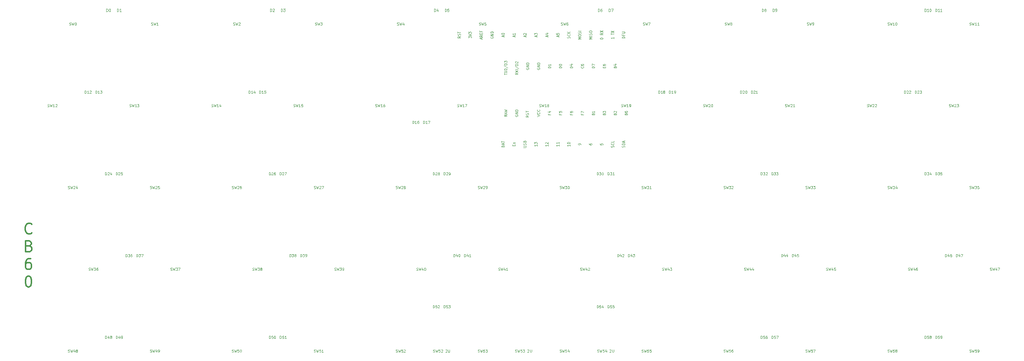
<source format=gbr>
G04 #@! TF.GenerationSoftware,KiCad,Pcbnew,(5.1.5-0-10_14)*
G04 #@! TF.CreationDate,2020-01-18T18:56:08-08:00*
G04 #@! TF.ProjectId,BRZ60_BLE_0.1,42525a36-305f-4424-9c45-5f302e312e6b,rev?*
G04 #@! TF.SameCoordinates,Original*
G04 #@! TF.FileFunction,Legend,Top*
G04 #@! TF.FilePolarity,Positive*
%FSLAX46Y46*%
G04 Gerber Fmt 4.6, Leading zero omitted, Abs format (unit mm)*
G04 Created by KiCad (PCBNEW (5.1.5-0-10_14)) date 2020-01-18 18:56:08*
%MOMM*%
%LPD*%
G04 APERTURE LIST*
%ADD10C,0.120000*%
%ADD11C,0.350000*%
G04 APERTURE END LIST*
D10*
X174885714Y-122167858D02*
X174971428Y-122196429D01*
X175114285Y-122196429D01*
X175171428Y-122167858D01*
X175200000Y-122139286D01*
X175228571Y-122082143D01*
X175228571Y-122025001D01*
X175200000Y-121967858D01*
X175171428Y-121939286D01*
X175114285Y-121910715D01*
X175000000Y-121882143D01*
X174942857Y-121853572D01*
X174914285Y-121825001D01*
X174885714Y-121767858D01*
X174885714Y-121710715D01*
X174914285Y-121653572D01*
X174942857Y-121625001D01*
X175000000Y-121596429D01*
X175142857Y-121596429D01*
X175228571Y-121625001D01*
X175428571Y-121596429D02*
X175571428Y-122196429D01*
X175685714Y-121767858D01*
X175800000Y-122196429D01*
X175942857Y-121596429D01*
X176457142Y-121596429D02*
X176171428Y-121596429D01*
X176142857Y-121882143D01*
X176171428Y-121853572D01*
X176228571Y-121825001D01*
X176371428Y-121825001D01*
X176428571Y-121853572D01*
X176457142Y-121882143D01*
X176485714Y-121939286D01*
X176485714Y-122082143D01*
X176457142Y-122139286D01*
X176428571Y-122167858D01*
X176371428Y-122196429D01*
X176228571Y-122196429D01*
X176171428Y-122167858D01*
X176142857Y-122139286D01*
X176714285Y-121653572D02*
X176742857Y-121625001D01*
X176800000Y-121596429D01*
X176942857Y-121596429D01*
X177000000Y-121625001D01*
X177028571Y-121653572D01*
X177057142Y-121710715D01*
X177057142Y-121767858D01*
X177028571Y-121853572D01*
X176685714Y-122196429D01*
X177057142Y-122196429D01*
X177742857Y-121653572D02*
X177771428Y-121625001D01*
X177828571Y-121596429D01*
X177971428Y-121596429D01*
X178028571Y-121625001D01*
X178057142Y-121653572D01*
X178085714Y-121710715D01*
X178085714Y-121767858D01*
X178057142Y-121853572D01*
X177714285Y-122196429D01*
X178085714Y-122196429D01*
X178342857Y-121596429D02*
X178342857Y-122082143D01*
X178371428Y-122139286D01*
X178400000Y-122167858D01*
X178457142Y-122196429D01*
X178571428Y-122196429D01*
X178628571Y-122167858D01*
X178657142Y-122139286D01*
X178685714Y-122082143D01*
X178685714Y-121596429D01*
D11*
X81823809Y-94492857D02*
X81704761Y-94611904D01*
X81347619Y-94730952D01*
X81109523Y-94730952D01*
X80752380Y-94611904D01*
X80514285Y-94373809D01*
X80395238Y-94135714D01*
X80276190Y-93659523D01*
X80276190Y-93302380D01*
X80395238Y-92826190D01*
X80514285Y-92588095D01*
X80752380Y-92350000D01*
X81109523Y-92230952D01*
X81347619Y-92230952D01*
X81704761Y-92350000D01*
X81823809Y-92469047D01*
X81228571Y-97521428D02*
X81585714Y-97640476D01*
X81704761Y-97759523D01*
X81823809Y-97997619D01*
X81823809Y-98354761D01*
X81704761Y-98592857D01*
X81585714Y-98711904D01*
X81347619Y-98830952D01*
X80395238Y-98830952D01*
X80395238Y-96330952D01*
X81228571Y-96330952D01*
X81466666Y-96450000D01*
X81585714Y-96569047D01*
X81704761Y-96807142D01*
X81704761Y-97045238D01*
X81585714Y-97283333D01*
X81466666Y-97402380D01*
X81228571Y-97521428D01*
X80395238Y-97521428D01*
X81526190Y-100430952D02*
X81050000Y-100430952D01*
X80811904Y-100550000D01*
X80692857Y-100669047D01*
X80454761Y-101026190D01*
X80335714Y-101502380D01*
X80335714Y-102454761D01*
X80454761Y-102692857D01*
X80573809Y-102811904D01*
X80811904Y-102930952D01*
X81288095Y-102930952D01*
X81526190Y-102811904D01*
X81645238Y-102692857D01*
X81764285Y-102454761D01*
X81764285Y-101859523D01*
X81645238Y-101621428D01*
X81526190Y-101502380D01*
X81288095Y-101383333D01*
X80811904Y-101383333D01*
X80573809Y-101502380D01*
X80454761Y-101621428D01*
X80335714Y-101859523D01*
X80930952Y-104530952D02*
X81169047Y-104530952D01*
X81407142Y-104650000D01*
X81526190Y-104769047D01*
X81645238Y-105007142D01*
X81764285Y-105483333D01*
X81764285Y-106078571D01*
X81645238Y-106554761D01*
X81526190Y-106792857D01*
X81407142Y-106911904D01*
X81169047Y-107030952D01*
X80930952Y-107030952D01*
X80692857Y-106911904D01*
X80573809Y-106792857D01*
X80454761Y-106554761D01*
X80335714Y-106078571D01*
X80335714Y-105483333D01*
X80454761Y-105007142D01*
X80573809Y-104769047D01*
X80692857Y-104650000D01*
X80930952Y-104530952D01*
D10*
X212935714Y-122167858D02*
X213021428Y-122196429D01*
X213164285Y-122196429D01*
X213221428Y-122167858D01*
X213250000Y-122139286D01*
X213278571Y-122082143D01*
X213278571Y-122025001D01*
X213250000Y-121967858D01*
X213221428Y-121939286D01*
X213164285Y-121910715D01*
X213050000Y-121882143D01*
X212992857Y-121853572D01*
X212964285Y-121825001D01*
X212935714Y-121767858D01*
X212935714Y-121710715D01*
X212964285Y-121653572D01*
X212992857Y-121625001D01*
X213050000Y-121596429D01*
X213192857Y-121596429D01*
X213278571Y-121625001D01*
X213478571Y-121596429D02*
X213621428Y-122196429D01*
X213735714Y-121767858D01*
X213850000Y-122196429D01*
X213992857Y-121596429D01*
X214507142Y-121596429D02*
X214221428Y-121596429D01*
X214192857Y-121882143D01*
X214221428Y-121853572D01*
X214278571Y-121825001D01*
X214421428Y-121825001D01*
X214478571Y-121853572D01*
X214507142Y-121882143D01*
X214535714Y-121939286D01*
X214535714Y-122082143D01*
X214507142Y-122139286D01*
X214478571Y-122167858D01*
X214421428Y-122196429D01*
X214278571Y-122196429D01*
X214221428Y-122167858D01*
X214192857Y-122139286D01*
X215050000Y-121796429D02*
X215050000Y-122196429D01*
X214907142Y-121567858D02*
X214764285Y-121996429D01*
X215135714Y-121996429D01*
X215792857Y-121653572D02*
X215821428Y-121625001D01*
X215878571Y-121596429D01*
X216021428Y-121596429D01*
X216078571Y-121625001D01*
X216107142Y-121653572D01*
X216135714Y-121710715D01*
X216135714Y-121767858D01*
X216107142Y-121853572D01*
X215764285Y-122196429D01*
X216135714Y-122196429D01*
X216392857Y-121596429D02*
X216392857Y-122082143D01*
X216421428Y-122139286D01*
X216450000Y-122167858D01*
X216507142Y-122196429D01*
X216621428Y-122196429D01*
X216678571Y-122167858D01*
X216707142Y-122139286D01*
X216735714Y-122082143D01*
X216735714Y-121596429D01*
X193885714Y-122167858D02*
X193971428Y-122196429D01*
X194114285Y-122196429D01*
X194171428Y-122167858D01*
X194200000Y-122139286D01*
X194228571Y-122082143D01*
X194228571Y-122025001D01*
X194200000Y-121967858D01*
X194171428Y-121939286D01*
X194114285Y-121910715D01*
X194000000Y-121882143D01*
X193942857Y-121853572D01*
X193914285Y-121825001D01*
X193885714Y-121767858D01*
X193885714Y-121710715D01*
X193914285Y-121653572D01*
X193942857Y-121625001D01*
X194000000Y-121596429D01*
X194142857Y-121596429D01*
X194228571Y-121625001D01*
X194428571Y-121596429D02*
X194571428Y-122196429D01*
X194685714Y-121767858D01*
X194800000Y-122196429D01*
X194942857Y-121596429D01*
X195457142Y-121596429D02*
X195171428Y-121596429D01*
X195142857Y-121882143D01*
X195171428Y-121853572D01*
X195228571Y-121825001D01*
X195371428Y-121825001D01*
X195428571Y-121853572D01*
X195457142Y-121882143D01*
X195485714Y-121939286D01*
X195485714Y-122082143D01*
X195457142Y-122139286D01*
X195428571Y-122167858D01*
X195371428Y-122196429D01*
X195228571Y-122196429D01*
X195171428Y-122167858D01*
X195142857Y-122139286D01*
X195685714Y-121596429D02*
X196057142Y-121596429D01*
X195857142Y-121825001D01*
X195942857Y-121825001D01*
X196000000Y-121853572D01*
X196028571Y-121882143D01*
X196057142Y-121939286D01*
X196057142Y-122082143D01*
X196028571Y-122139286D01*
X196000000Y-122167858D01*
X195942857Y-122196429D01*
X195771428Y-122196429D01*
X195714285Y-122167858D01*
X195685714Y-122139286D01*
X196742857Y-121653572D02*
X196771428Y-121625001D01*
X196828571Y-121596429D01*
X196971428Y-121596429D01*
X197028571Y-121625001D01*
X197057142Y-121653572D01*
X197085714Y-121710715D01*
X197085714Y-121767858D01*
X197057142Y-121853572D01*
X196714285Y-122196429D01*
X197085714Y-122196429D01*
X197342857Y-121596429D02*
X197342857Y-122082143D01*
X197371428Y-122139286D01*
X197400000Y-122167858D01*
X197457142Y-122196429D01*
X197571428Y-122196429D01*
X197628571Y-122167858D01*
X197657142Y-122139286D01*
X197685714Y-122082143D01*
X197685714Y-121596429D01*
X191017142Y-74292857D02*
X191045714Y-74207142D01*
X191074285Y-74178571D01*
X191131428Y-74150000D01*
X191217142Y-74150000D01*
X191274285Y-74178571D01*
X191302857Y-74207142D01*
X191331428Y-74264285D01*
X191331428Y-74492857D01*
X190731428Y-74492857D01*
X190731428Y-74292857D01*
X190760000Y-74235714D01*
X190788571Y-74207142D01*
X190845714Y-74178571D01*
X190902857Y-74178571D01*
X190960000Y-74207142D01*
X190988571Y-74235714D01*
X191017142Y-74292857D01*
X191017142Y-74492857D01*
X191160000Y-73921428D02*
X191160000Y-73635714D01*
X191331428Y-73978571D02*
X190731428Y-73778571D01*
X191331428Y-73578571D01*
X190731428Y-73464285D02*
X190731428Y-73121428D01*
X191331428Y-73292857D02*
X190731428Y-73292857D01*
X193557142Y-74250000D02*
X193557142Y-74050000D01*
X193871428Y-73964285D02*
X193871428Y-74250000D01*
X193271428Y-74250000D01*
X193271428Y-73964285D01*
X193471428Y-73707142D02*
X193871428Y-73707142D01*
X193528571Y-73707142D02*
X193500000Y-73678571D01*
X193471428Y-73621428D01*
X193471428Y-73535714D01*
X193500000Y-73478571D01*
X193557142Y-73450000D01*
X193871428Y-73450000D01*
X195811428Y-74607142D02*
X196297142Y-74607142D01*
X196354285Y-74578571D01*
X196382857Y-74550000D01*
X196411428Y-74492857D01*
X196411428Y-74378571D01*
X196382857Y-74321428D01*
X196354285Y-74292857D01*
X196297142Y-74264285D01*
X195811428Y-74264285D01*
X196382857Y-74007142D02*
X196411428Y-73921428D01*
X196411428Y-73778571D01*
X196382857Y-73721428D01*
X196354285Y-73692857D01*
X196297142Y-73664285D01*
X196240000Y-73664285D01*
X196182857Y-73692857D01*
X196154285Y-73721428D01*
X196125714Y-73778571D01*
X196097142Y-73892857D01*
X196068571Y-73950000D01*
X196040000Y-73978571D01*
X195982857Y-74007142D01*
X195925714Y-74007142D01*
X195868571Y-73978571D01*
X195840000Y-73950000D01*
X195811428Y-73892857D01*
X195811428Y-73750000D01*
X195840000Y-73664285D01*
X196097142Y-73207142D02*
X196125714Y-73121428D01*
X196154285Y-73092857D01*
X196211428Y-73064285D01*
X196297142Y-73064285D01*
X196354285Y-73092857D01*
X196382857Y-73121428D01*
X196411428Y-73178571D01*
X196411428Y-73407142D01*
X195811428Y-73407142D01*
X195811428Y-73207142D01*
X195840000Y-73150000D01*
X195868571Y-73121428D01*
X195925714Y-73092857D01*
X195982857Y-73092857D01*
X196040000Y-73121428D01*
X196068571Y-73150000D01*
X196097142Y-73207142D01*
X196097142Y-73407142D01*
X198951428Y-73964285D02*
X198951428Y-74307142D01*
X198951428Y-74135714D02*
X198351428Y-74135714D01*
X198437142Y-74192857D01*
X198494285Y-74250000D01*
X198522857Y-74307142D01*
X198351428Y-73764285D02*
X198351428Y-73392857D01*
X198580000Y-73592857D01*
X198580000Y-73507142D01*
X198608571Y-73450000D01*
X198637142Y-73421428D01*
X198694285Y-73392857D01*
X198837142Y-73392857D01*
X198894285Y-73421428D01*
X198922857Y-73450000D01*
X198951428Y-73507142D01*
X198951428Y-73678571D01*
X198922857Y-73735714D01*
X198894285Y-73764285D01*
X201491428Y-73964285D02*
X201491428Y-74307142D01*
X201491428Y-74135714D02*
X200891428Y-74135714D01*
X200977142Y-74192857D01*
X201034285Y-74250000D01*
X201062857Y-74307142D01*
X200948571Y-73735714D02*
X200920000Y-73707142D01*
X200891428Y-73650000D01*
X200891428Y-73507142D01*
X200920000Y-73450000D01*
X200948571Y-73421428D01*
X201005714Y-73392857D01*
X201062857Y-73392857D01*
X201148571Y-73421428D01*
X201491428Y-73764285D01*
X201491428Y-73392857D01*
X204031428Y-73964285D02*
X204031428Y-74307142D01*
X204031428Y-74135714D02*
X203431428Y-74135714D01*
X203517142Y-74192857D01*
X203574285Y-74250000D01*
X203602857Y-74307142D01*
X204031428Y-73392857D02*
X204031428Y-73735714D01*
X204031428Y-73564285D02*
X203431428Y-73564285D01*
X203517142Y-73621428D01*
X203574285Y-73678571D01*
X203602857Y-73735714D01*
X206571428Y-73964285D02*
X206571428Y-74307142D01*
X206571428Y-74135714D02*
X205971428Y-74135714D01*
X206057142Y-74192857D01*
X206114285Y-74250000D01*
X206142857Y-74307142D01*
X205971428Y-73592857D02*
X205971428Y-73535714D01*
X206000000Y-73478571D01*
X206028571Y-73450000D01*
X206085714Y-73421428D01*
X206200000Y-73392857D01*
X206342857Y-73392857D01*
X206457142Y-73421428D01*
X206514285Y-73450000D01*
X206542857Y-73478571D01*
X206571428Y-73535714D01*
X206571428Y-73592857D01*
X206542857Y-73650000D01*
X206514285Y-73678571D01*
X206457142Y-73707142D01*
X206342857Y-73735714D01*
X206200000Y-73735714D01*
X206085714Y-73707142D01*
X206028571Y-73678571D01*
X206000000Y-73650000D01*
X205971428Y-73592857D01*
X209111428Y-73964285D02*
X209111428Y-73850000D01*
X209082857Y-73792857D01*
X209054285Y-73764285D01*
X208968571Y-73707142D01*
X208854285Y-73678571D01*
X208625714Y-73678571D01*
X208568571Y-73707142D01*
X208540000Y-73735714D01*
X208511428Y-73792857D01*
X208511428Y-73907142D01*
X208540000Y-73964285D01*
X208568571Y-73992857D01*
X208625714Y-74021428D01*
X208768571Y-74021428D01*
X208825714Y-73992857D01*
X208854285Y-73964285D01*
X208882857Y-73907142D01*
X208882857Y-73792857D01*
X208854285Y-73735714D01*
X208825714Y-73707142D01*
X208768571Y-73678571D01*
X211051428Y-73735714D02*
X211051428Y-73850000D01*
X211080000Y-73907142D01*
X211108571Y-73935714D01*
X211194285Y-73992857D01*
X211308571Y-74021428D01*
X211537142Y-74021428D01*
X211594285Y-73992857D01*
X211622857Y-73964285D01*
X211651428Y-73907142D01*
X211651428Y-73792857D01*
X211622857Y-73735714D01*
X211594285Y-73707142D01*
X211537142Y-73678571D01*
X211394285Y-73678571D01*
X211337142Y-73707142D01*
X211308571Y-73735714D01*
X211280000Y-73792857D01*
X211280000Y-73907142D01*
X211308571Y-73964285D01*
X211337142Y-73992857D01*
X211394285Y-74021428D01*
X213591428Y-73707142D02*
X213591428Y-73992857D01*
X213877142Y-74021428D01*
X213848571Y-73992857D01*
X213820000Y-73935714D01*
X213820000Y-73792857D01*
X213848571Y-73735714D01*
X213877142Y-73707142D01*
X213934285Y-73678571D01*
X214077142Y-73678571D01*
X214134285Y-73707142D01*
X214162857Y-73735714D01*
X214191428Y-73792857D01*
X214191428Y-73935714D01*
X214162857Y-73992857D01*
X214134285Y-74021428D01*
X216702857Y-74564285D02*
X216731428Y-74478571D01*
X216731428Y-74335714D01*
X216702857Y-74278571D01*
X216674285Y-74250000D01*
X216617142Y-74221428D01*
X216560000Y-74221428D01*
X216502857Y-74250000D01*
X216474285Y-74278571D01*
X216445714Y-74335714D01*
X216417142Y-74450000D01*
X216388571Y-74507142D01*
X216360000Y-74535714D01*
X216302857Y-74564285D01*
X216245714Y-74564285D01*
X216188571Y-74535714D01*
X216160000Y-74507142D01*
X216131428Y-74450000D01*
X216131428Y-74307142D01*
X216160000Y-74221428D01*
X216674285Y-73621428D02*
X216702857Y-73650000D01*
X216731428Y-73735714D01*
X216731428Y-73792857D01*
X216702857Y-73878571D01*
X216645714Y-73935714D01*
X216588571Y-73964285D01*
X216474285Y-73992857D01*
X216388571Y-73992857D01*
X216274285Y-73964285D01*
X216217142Y-73935714D01*
X216160000Y-73878571D01*
X216131428Y-73792857D01*
X216131428Y-73735714D01*
X216160000Y-73650000D01*
X216188571Y-73621428D01*
X216731428Y-73078571D02*
X216731428Y-73364285D01*
X216131428Y-73364285D01*
X219242857Y-74578571D02*
X219271428Y-74492857D01*
X219271428Y-74350000D01*
X219242857Y-74292857D01*
X219214285Y-74264285D01*
X219157142Y-74235714D01*
X219100000Y-74235714D01*
X219042857Y-74264285D01*
X219014285Y-74292857D01*
X218985714Y-74350000D01*
X218957142Y-74464285D01*
X218928571Y-74521428D01*
X218900000Y-74550000D01*
X218842857Y-74578571D01*
X218785714Y-74578571D01*
X218728571Y-74550000D01*
X218700000Y-74521428D01*
X218671428Y-74464285D01*
X218671428Y-74321428D01*
X218700000Y-74235714D01*
X219271428Y-73978571D02*
X218671428Y-73978571D01*
X218671428Y-73835714D01*
X218700000Y-73750000D01*
X218757142Y-73692857D01*
X218814285Y-73664285D01*
X218928571Y-73635714D01*
X219014285Y-73635714D01*
X219128571Y-73664285D01*
X219185714Y-73692857D01*
X219242857Y-73750000D01*
X219271428Y-73835714D01*
X219271428Y-73978571D01*
X219100000Y-73407142D02*
X219100000Y-73121428D01*
X219271428Y-73464285D02*
X218671428Y-73264285D01*
X219271428Y-73064285D01*
X219271428Y-49178571D02*
X218671428Y-49178571D01*
X218671428Y-49035714D01*
X218700000Y-48950000D01*
X218757142Y-48892857D01*
X218814285Y-48864285D01*
X218928571Y-48835714D01*
X219014285Y-48835714D01*
X219128571Y-48864285D01*
X219185714Y-48892857D01*
X219242857Y-48950000D01*
X219271428Y-49035714D01*
X219271428Y-49178571D01*
X218957142Y-48378571D02*
X218957142Y-48578571D01*
X219271428Y-48578571D02*
X218671428Y-48578571D01*
X218671428Y-48292857D01*
X218671428Y-48064285D02*
X219157142Y-48064285D01*
X219214285Y-48035714D01*
X219242857Y-48007142D01*
X219271428Y-47950000D01*
X219271428Y-47835714D01*
X219242857Y-47778571D01*
X219214285Y-47750000D01*
X219157142Y-47721428D01*
X218671428Y-47721428D01*
X216731428Y-49021428D02*
X216731428Y-49364285D01*
X216731428Y-49192857D02*
X216131428Y-49192857D01*
X216217142Y-49250000D01*
X216274285Y-49307142D01*
X216302857Y-49364285D01*
X216131428Y-48392857D02*
X216131428Y-48050000D01*
X216731428Y-48221428D02*
X216131428Y-48221428D01*
X216131428Y-47907142D02*
X216731428Y-47507142D01*
X216131428Y-47507142D02*
X216731428Y-47907142D01*
X213591428Y-49292857D02*
X213591428Y-49235714D01*
X213620000Y-49178571D01*
X213648571Y-49150000D01*
X213705714Y-49121428D01*
X213820000Y-49092857D01*
X213962857Y-49092857D01*
X214077142Y-49121428D01*
X214134285Y-49150000D01*
X214162857Y-49178571D01*
X214191428Y-49235714D01*
X214191428Y-49292857D01*
X214162857Y-49350000D01*
X214134285Y-49378571D01*
X214077142Y-49407142D01*
X213962857Y-49435714D01*
X213820000Y-49435714D01*
X213705714Y-49407142D01*
X213648571Y-49378571D01*
X213620000Y-49350000D01*
X213591428Y-49292857D01*
X214191428Y-48035714D02*
X213905714Y-48235714D01*
X214191428Y-48378571D02*
X213591428Y-48378571D01*
X213591428Y-48150000D01*
X213620000Y-48092857D01*
X213648571Y-48064285D01*
X213705714Y-48035714D01*
X213791428Y-48035714D01*
X213848571Y-48064285D01*
X213877142Y-48092857D01*
X213905714Y-48150000D01*
X213905714Y-48378571D01*
X213591428Y-47835714D02*
X214191428Y-47435714D01*
X213591428Y-47435714D02*
X214191428Y-47835714D01*
X211651428Y-49392857D02*
X211051428Y-49392857D01*
X211480000Y-49192857D01*
X211051428Y-48992857D01*
X211651428Y-48992857D01*
X211651428Y-48707142D02*
X211051428Y-48707142D01*
X211622857Y-48450000D02*
X211651428Y-48364285D01*
X211651428Y-48221428D01*
X211622857Y-48164285D01*
X211594285Y-48135714D01*
X211537142Y-48107142D01*
X211480000Y-48107142D01*
X211422857Y-48135714D01*
X211394285Y-48164285D01*
X211365714Y-48221428D01*
X211337142Y-48335714D01*
X211308571Y-48392857D01*
X211280000Y-48421428D01*
X211222857Y-48450000D01*
X211165714Y-48450000D01*
X211108571Y-48421428D01*
X211080000Y-48392857D01*
X211051428Y-48335714D01*
X211051428Y-48192857D01*
X211080000Y-48107142D01*
X211051428Y-47735714D02*
X211051428Y-47621428D01*
X211080000Y-47564285D01*
X211137142Y-47507142D01*
X211251428Y-47478571D01*
X211451428Y-47478571D01*
X211565714Y-47507142D01*
X211622857Y-47564285D01*
X211651428Y-47621428D01*
X211651428Y-47735714D01*
X211622857Y-47792857D01*
X211565714Y-47850000D01*
X211451428Y-47878571D01*
X211251428Y-47878571D01*
X211137142Y-47850000D01*
X211080000Y-47792857D01*
X211051428Y-47735714D01*
X209111428Y-49392857D02*
X208511428Y-49392857D01*
X208940000Y-49192857D01*
X208511428Y-48992857D01*
X209111428Y-48992857D01*
X208511428Y-48592857D02*
X208511428Y-48478571D01*
X208540000Y-48421428D01*
X208597142Y-48364285D01*
X208711428Y-48335714D01*
X208911428Y-48335714D01*
X209025714Y-48364285D01*
X209082857Y-48421428D01*
X209111428Y-48478571D01*
X209111428Y-48592857D01*
X209082857Y-48650000D01*
X209025714Y-48707142D01*
X208911428Y-48735714D01*
X208711428Y-48735714D01*
X208597142Y-48707142D01*
X208540000Y-48650000D01*
X208511428Y-48592857D01*
X209082857Y-48107142D02*
X209111428Y-48021428D01*
X209111428Y-47878571D01*
X209082857Y-47821428D01*
X209054285Y-47792857D01*
X208997142Y-47764285D01*
X208940000Y-47764285D01*
X208882857Y-47792857D01*
X208854285Y-47821428D01*
X208825714Y-47878571D01*
X208797142Y-47992857D01*
X208768571Y-48050000D01*
X208740000Y-48078571D01*
X208682857Y-48107142D01*
X208625714Y-48107142D01*
X208568571Y-48078571D01*
X208540000Y-48050000D01*
X208511428Y-47992857D01*
X208511428Y-47850000D01*
X208540000Y-47764285D01*
X209111428Y-47507142D02*
X208511428Y-47507142D01*
X206542857Y-49221428D02*
X206571428Y-49135714D01*
X206571428Y-48992857D01*
X206542857Y-48935714D01*
X206514285Y-48907142D01*
X206457142Y-48878571D01*
X206400000Y-48878571D01*
X206342857Y-48907142D01*
X206314285Y-48935714D01*
X206285714Y-48992857D01*
X206257142Y-49107142D01*
X206228571Y-49164285D01*
X206200000Y-49192857D01*
X206142857Y-49221428D01*
X206085714Y-49221428D01*
X206028571Y-49192857D01*
X206000000Y-49164285D01*
X205971428Y-49107142D01*
X205971428Y-48964285D01*
X206000000Y-48878571D01*
X206514285Y-48278571D02*
X206542857Y-48307142D01*
X206571428Y-48392857D01*
X206571428Y-48450000D01*
X206542857Y-48535714D01*
X206485714Y-48592857D01*
X206428571Y-48621428D01*
X206314285Y-48650000D01*
X206228571Y-48650000D01*
X206114285Y-48621428D01*
X206057142Y-48592857D01*
X206000000Y-48535714D01*
X205971428Y-48450000D01*
X205971428Y-48392857D01*
X206000000Y-48307142D01*
X206028571Y-48278571D01*
X206571428Y-48021428D02*
X205971428Y-48021428D01*
X206571428Y-47678571D02*
X206228571Y-47935714D01*
X205971428Y-47678571D02*
X206314285Y-48021428D01*
X203860000Y-48878571D02*
X203860000Y-48592857D01*
X204031428Y-48935714D02*
X203431428Y-48735714D01*
X204031428Y-48535714D01*
X203431428Y-48050000D02*
X203431428Y-48335714D01*
X203717142Y-48364285D01*
X203688571Y-48335714D01*
X203660000Y-48278571D01*
X203660000Y-48135714D01*
X203688571Y-48078571D01*
X203717142Y-48050000D01*
X203774285Y-48021428D01*
X203917142Y-48021428D01*
X203974285Y-48050000D01*
X204002857Y-48078571D01*
X204031428Y-48135714D01*
X204031428Y-48278571D01*
X204002857Y-48335714D01*
X203974285Y-48364285D01*
X201320000Y-48878571D02*
X201320000Y-48592857D01*
X201491428Y-48935714D02*
X200891428Y-48735714D01*
X201491428Y-48535714D01*
X201091428Y-48078571D02*
X201491428Y-48078571D01*
X200862857Y-48221428D02*
X201291428Y-48364285D01*
X201291428Y-47992857D01*
X198780000Y-48878571D02*
X198780000Y-48592857D01*
X198951428Y-48935714D02*
X198351428Y-48735714D01*
X198951428Y-48535714D01*
X198351428Y-48392857D02*
X198351428Y-48021428D01*
X198580000Y-48221428D01*
X198580000Y-48135714D01*
X198608571Y-48078571D01*
X198637142Y-48050000D01*
X198694285Y-48021428D01*
X198837142Y-48021428D01*
X198894285Y-48050000D01*
X198922857Y-48078571D01*
X198951428Y-48135714D01*
X198951428Y-48307142D01*
X198922857Y-48364285D01*
X198894285Y-48392857D01*
X196240000Y-48878571D02*
X196240000Y-48592857D01*
X196411428Y-48935714D02*
X195811428Y-48735714D01*
X196411428Y-48535714D01*
X195868571Y-48364285D02*
X195840000Y-48335714D01*
X195811428Y-48278571D01*
X195811428Y-48135714D01*
X195840000Y-48078571D01*
X195868571Y-48050000D01*
X195925714Y-48021428D01*
X195982857Y-48021428D01*
X196068571Y-48050000D01*
X196411428Y-48392857D01*
X196411428Y-48021428D01*
X193700000Y-48878571D02*
X193700000Y-48592857D01*
X193871428Y-48935714D02*
X193271428Y-48735714D01*
X193871428Y-48535714D01*
X193871428Y-48021428D02*
X193871428Y-48364285D01*
X193871428Y-48192857D02*
X193271428Y-48192857D01*
X193357142Y-48250000D01*
X193414285Y-48307142D01*
X193442857Y-48364285D01*
X191160000Y-48878571D02*
X191160000Y-48592857D01*
X191331428Y-48935714D02*
X190731428Y-48735714D01*
X191331428Y-48535714D01*
X190731428Y-48221428D02*
X190731428Y-48164285D01*
X190760000Y-48107142D01*
X190788571Y-48078571D01*
X190845714Y-48050000D01*
X190960000Y-48021428D01*
X191102857Y-48021428D01*
X191217142Y-48050000D01*
X191274285Y-48078571D01*
X191302857Y-48107142D01*
X191331428Y-48164285D01*
X191331428Y-48221428D01*
X191302857Y-48278571D01*
X191274285Y-48307142D01*
X191217142Y-48335714D01*
X191102857Y-48364285D01*
X190960000Y-48364285D01*
X190845714Y-48335714D01*
X190788571Y-48307142D01*
X190760000Y-48278571D01*
X190731428Y-48221428D01*
X188220000Y-48907142D02*
X188191428Y-48964285D01*
X188191428Y-49050000D01*
X188220000Y-49135714D01*
X188277142Y-49192857D01*
X188334285Y-49221428D01*
X188448571Y-49250000D01*
X188534285Y-49250000D01*
X188648571Y-49221428D01*
X188705714Y-49192857D01*
X188762857Y-49135714D01*
X188791428Y-49050000D01*
X188791428Y-48992857D01*
X188762857Y-48907142D01*
X188734285Y-48878571D01*
X188534285Y-48878571D01*
X188534285Y-48992857D01*
X188791428Y-48621428D02*
X188191428Y-48621428D01*
X188791428Y-48278571D01*
X188191428Y-48278571D01*
X188791428Y-47992857D02*
X188191428Y-47992857D01*
X188191428Y-47850000D01*
X188220000Y-47764285D01*
X188277142Y-47707142D01*
X188334285Y-47678571D01*
X188448571Y-47650000D01*
X188534285Y-47650000D01*
X188648571Y-47678571D01*
X188705714Y-47707142D01*
X188762857Y-47764285D01*
X188791428Y-47850000D01*
X188791428Y-47992857D01*
X186080000Y-49421428D02*
X186080000Y-49135714D01*
X186251428Y-49478571D02*
X185651428Y-49278571D01*
X186251428Y-49078571D01*
X186251428Y-48535714D02*
X185965714Y-48735714D01*
X186251428Y-48878571D02*
X185651428Y-48878571D01*
X185651428Y-48650000D01*
X185680000Y-48592857D01*
X185708571Y-48564285D01*
X185765714Y-48535714D01*
X185851428Y-48535714D01*
X185908571Y-48564285D01*
X185937142Y-48592857D01*
X185965714Y-48650000D01*
X185965714Y-48878571D01*
X185937142Y-48278571D02*
X185937142Y-48078571D01*
X186251428Y-47992857D02*
X186251428Y-48278571D01*
X185651428Y-48278571D01*
X185651428Y-47992857D01*
X185937142Y-47535714D02*
X185937142Y-47735714D01*
X186251428Y-47735714D02*
X185651428Y-47735714D01*
X185651428Y-47450000D01*
X183111428Y-49192857D02*
X183111428Y-48821428D01*
X183340000Y-49021428D01*
X183340000Y-48935714D01*
X183368571Y-48878571D01*
X183397142Y-48850000D01*
X183454285Y-48821428D01*
X183597142Y-48821428D01*
X183654285Y-48850000D01*
X183682857Y-48878571D01*
X183711428Y-48935714D01*
X183711428Y-49107142D01*
X183682857Y-49164285D01*
X183654285Y-49192857D01*
X183111428Y-48650000D02*
X183711428Y-48450000D01*
X183111428Y-48250000D01*
X183111428Y-48107142D02*
X183111428Y-47735714D01*
X183340000Y-47935714D01*
X183340000Y-47850000D01*
X183368571Y-47792857D01*
X183397142Y-47764285D01*
X183454285Y-47735714D01*
X183597142Y-47735714D01*
X183654285Y-47764285D01*
X183682857Y-47792857D01*
X183711428Y-47850000D01*
X183711428Y-48021428D01*
X183682857Y-48078571D01*
X183654285Y-48107142D01*
X181171428Y-48778571D02*
X180885714Y-48978571D01*
X181171428Y-49121428D02*
X180571428Y-49121428D01*
X180571428Y-48892857D01*
X180600000Y-48835714D01*
X180628571Y-48807142D01*
X180685714Y-48778571D01*
X180771428Y-48778571D01*
X180828571Y-48807142D01*
X180857142Y-48835714D01*
X180885714Y-48892857D01*
X180885714Y-49121428D01*
X181142857Y-48550000D02*
X181171428Y-48464285D01*
X181171428Y-48321428D01*
X181142857Y-48264285D01*
X181114285Y-48235714D01*
X181057142Y-48207142D01*
X181000000Y-48207142D01*
X180942857Y-48235714D01*
X180914285Y-48264285D01*
X180885714Y-48321428D01*
X180857142Y-48435714D01*
X180828571Y-48492857D01*
X180800000Y-48521428D01*
X180742857Y-48550000D01*
X180685714Y-48550000D01*
X180628571Y-48521428D01*
X180600000Y-48492857D01*
X180571428Y-48435714D01*
X180571428Y-48292857D01*
X180600000Y-48207142D01*
X180571428Y-48035714D02*
X180571428Y-47692857D01*
X181171428Y-47864285D02*
X180571428Y-47864285D01*
X218484286Y-65167858D02*
X218570001Y-65196429D01*
X218712858Y-65196429D01*
X218770001Y-65167858D01*
X218798572Y-65139286D01*
X218827143Y-65082143D01*
X218827143Y-65025001D01*
X218798572Y-64967858D01*
X218770001Y-64939286D01*
X218712858Y-64910715D01*
X218598572Y-64882143D01*
X218541429Y-64853572D01*
X218512858Y-64825001D01*
X218484286Y-64767858D01*
X218484286Y-64710715D01*
X218512858Y-64653572D01*
X218541429Y-64625001D01*
X218598572Y-64596429D01*
X218741429Y-64596429D01*
X218827143Y-64625001D01*
X219027143Y-64596429D02*
X219170001Y-65196429D01*
X219284286Y-64767858D01*
X219398572Y-65196429D01*
X219541429Y-64596429D01*
X220084286Y-65196429D02*
X219741429Y-65196429D01*
X219912858Y-65196429D02*
X219912858Y-64596429D01*
X219855715Y-64682143D01*
X219798572Y-64739286D01*
X219741429Y-64767858D01*
X220370001Y-65196429D02*
X220484286Y-65196429D01*
X220541429Y-65167858D01*
X220570001Y-65139286D01*
X220627143Y-65053572D01*
X220655715Y-64939286D01*
X220655715Y-64710715D01*
X220627143Y-64653572D01*
X220598572Y-64625001D01*
X220541429Y-64596429D01*
X220427143Y-64596429D01*
X220370001Y-64625001D01*
X220341429Y-64653572D01*
X220312858Y-64710715D01*
X220312858Y-64853572D01*
X220341429Y-64910715D01*
X220370001Y-64939286D01*
X220427143Y-64967858D01*
X220541429Y-64967858D01*
X220598572Y-64939286D01*
X220627143Y-64910715D01*
X220655715Y-64853572D01*
X170091429Y-69021429D02*
X170091429Y-68421429D01*
X170234286Y-68421429D01*
X170320001Y-68450001D01*
X170377143Y-68507143D01*
X170405715Y-68564286D01*
X170434286Y-68678572D01*
X170434286Y-68764286D01*
X170405715Y-68878572D01*
X170377143Y-68935715D01*
X170320001Y-68992858D01*
X170234286Y-69021429D01*
X170091429Y-69021429D01*
X171005715Y-69021429D02*
X170662858Y-69021429D01*
X170834286Y-69021429D02*
X170834286Y-68421429D01*
X170777143Y-68507143D01*
X170720001Y-68564286D01*
X170662858Y-68592858D01*
X171520001Y-68421429D02*
X171405715Y-68421429D01*
X171348572Y-68450001D01*
X171320001Y-68478572D01*
X171262858Y-68564286D01*
X171234286Y-68678572D01*
X171234286Y-68907143D01*
X171262858Y-68964286D01*
X171291429Y-68992858D01*
X171348572Y-69021429D01*
X171462858Y-69021429D01*
X171520001Y-68992858D01*
X171548572Y-68964286D01*
X171577143Y-68907143D01*
X171577143Y-68764286D01*
X171548572Y-68707143D01*
X171520001Y-68678572D01*
X171462858Y-68650001D01*
X171348572Y-68650001D01*
X171291429Y-68678572D01*
X171262858Y-68707143D01*
X171234286Y-68764286D01*
X217037142Y-66853857D02*
X217065714Y-66768142D01*
X217094285Y-66739571D01*
X217151428Y-66711000D01*
X217237142Y-66711000D01*
X217294285Y-66739571D01*
X217322857Y-66768142D01*
X217351428Y-66825285D01*
X217351428Y-67053857D01*
X216751428Y-67053857D01*
X216751428Y-66853857D01*
X216780000Y-66796714D01*
X216808571Y-66768142D01*
X216865714Y-66739571D01*
X216922857Y-66739571D01*
X216980000Y-66768142D01*
X217008571Y-66796714D01*
X217037142Y-66853857D01*
X217037142Y-67053857D01*
X216808571Y-66482428D02*
X216780000Y-66453857D01*
X216751428Y-66396714D01*
X216751428Y-66253857D01*
X216780000Y-66196714D01*
X216808571Y-66168142D01*
X216865714Y-66139571D01*
X216922857Y-66139571D01*
X217008571Y-66168142D01*
X217351428Y-66511000D01*
X217351428Y-66139571D01*
X209417142Y-66811000D02*
X209417142Y-67011000D01*
X209731428Y-67011000D02*
X209131428Y-67011000D01*
X209131428Y-66725285D01*
X209131428Y-66553857D02*
X209131428Y-66153857D01*
X209731428Y-66411000D01*
X206877142Y-66811000D02*
X206877142Y-67011000D01*
X207191428Y-67011000D02*
X206591428Y-67011000D01*
X206591428Y-66725285D01*
X206591428Y-66239571D02*
X206591428Y-66353857D01*
X206620000Y-66411000D01*
X206648571Y-66439571D01*
X206734285Y-66496714D01*
X206848571Y-66525285D01*
X207077142Y-66525285D01*
X207134285Y-66496714D01*
X207162857Y-66468142D01*
X207191428Y-66411000D01*
X207191428Y-66296714D01*
X207162857Y-66239571D01*
X207134285Y-66211000D01*
X207077142Y-66182428D01*
X206934285Y-66182428D01*
X206877142Y-66211000D01*
X206848571Y-66239571D01*
X206820000Y-66296714D01*
X206820000Y-66411000D01*
X206848571Y-66468142D01*
X206877142Y-66496714D01*
X206934285Y-66525285D01*
X204337142Y-66811000D02*
X204337142Y-67011000D01*
X204651428Y-67011000D02*
X204051428Y-67011000D01*
X204051428Y-66725285D01*
X204051428Y-66211000D02*
X204051428Y-66496714D01*
X204337142Y-66525285D01*
X204308571Y-66496714D01*
X204280000Y-66439571D01*
X204280000Y-66296714D01*
X204308571Y-66239571D01*
X204337142Y-66211000D01*
X204394285Y-66182428D01*
X204537142Y-66182428D01*
X204594285Y-66211000D01*
X204622857Y-66239571D01*
X204651428Y-66296714D01*
X204651428Y-66439571D01*
X204622857Y-66496714D01*
X204594285Y-66525285D01*
X191951428Y-67025285D02*
X191665714Y-67225285D01*
X191951428Y-67368142D02*
X191351428Y-67368142D01*
X191351428Y-67139571D01*
X191380000Y-67082428D01*
X191408571Y-67053857D01*
X191465714Y-67025285D01*
X191551428Y-67025285D01*
X191608571Y-67053857D01*
X191637142Y-67082428D01*
X191665714Y-67139571D01*
X191665714Y-67368142D01*
X191780000Y-66796714D02*
X191780000Y-66511000D01*
X191951428Y-66853857D02*
X191351428Y-66653857D01*
X191951428Y-66453857D01*
X191351428Y-66311000D02*
X191951428Y-66168142D01*
X191522857Y-66053857D01*
X191951428Y-65939571D01*
X191351428Y-65796714D01*
X193920000Y-67068142D02*
X193891428Y-67125285D01*
X193891428Y-67211000D01*
X193920000Y-67296714D01*
X193977142Y-67353857D01*
X194034285Y-67382428D01*
X194148571Y-67411000D01*
X194234285Y-67411000D01*
X194348571Y-67382428D01*
X194405714Y-67353857D01*
X194462857Y-67296714D01*
X194491428Y-67211000D01*
X194491428Y-67153857D01*
X194462857Y-67068142D01*
X194434285Y-67039571D01*
X194234285Y-67039571D01*
X194234285Y-67153857D01*
X194491428Y-66782428D02*
X193891428Y-66782428D01*
X194491428Y-66439571D01*
X193891428Y-66439571D01*
X194491428Y-66153857D02*
X193891428Y-66153857D01*
X193891428Y-66011000D01*
X193920000Y-65925285D01*
X193977142Y-65868142D01*
X194034285Y-65839571D01*
X194148571Y-65811000D01*
X194234285Y-65811000D01*
X194348571Y-65839571D01*
X194405714Y-65868142D01*
X194462857Y-65925285D01*
X194491428Y-66011000D01*
X194491428Y-66153857D01*
X197001428Y-67211691D02*
X196715714Y-67411691D01*
X197001428Y-67554548D02*
X196401428Y-67554548D01*
X196401428Y-67325977D01*
X196430000Y-67268834D01*
X196458571Y-67240262D01*
X196515714Y-67211691D01*
X196601428Y-67211691D01*
X196658571Y-67240262D01*
X196687142Y-67268834D01*
X196715714Y-67325977D01*
X196715714Y-67554548D01*
X196972857Y-66983120D02*
X197001428Y-66897405D01*
X197001428Y-66754548D01*
X196972857Y-66697405D01*
X196944285Y-66668834D01*
X196887142Y-66640262D01*
X196830000Y-66640262D01*
X196772857Y-66668834D01*
X196744285Y-66697405D01*
X196715714Y-66754548D01*
X196687142Y-66868834D01*
X196658571Y-66925977D01*
X196630000Y-66954548D01*
X196572857Y-66983120D01*
X196515714Y-66983120D01*
X196458571Y-66954548D01*
X196430000Y-66925977D01*
X196401428Y-66868834D01*
X196401428Y-66725977D01*
X196430000Y-66640262D01*
X196401428Y-66468834D02*
X196401428Y-66125977D01*
X197001428Y-66297405D02*
X196401428Y-66297405D01*
X198971428Y-67411000D02*
X199571428Y-67211000D01*
X198971428Y-67011000D01*
X199514285Y-66468142D02*
X199542857Y-66496714D01*
X199571428Y-66582428D01*
X199571428Y-66639571D01*
X199542857Y-66725285D01*
X199485714Y-66782428D01*
X199428571Y-66811000D01*
X199314285Y-66839571D01*
X199228571Y-66839571D01*
X199114285Y-66811000D01*
X199057142Y-66782428D01*
X199000000Y-66725285D01*
X198971428Y-66639571D01*
X198971428Y-66582428D01*
X199000000Y-66496714D01*
X199028571Y-66468142D01*
X199514285Y-65868142D02*
X199542857Y-65896714D01*
X199571428Y-65982428D01*
X199571428Y-66039571D01*
X199542857Y-66125285D01*
X199485714Y-66182428D01*
X199428571Y-66211000D01*
X199314285Y-66239571D01*
X199228571Y-66239571D01*
X199114285Y-66211000D01*
X199057142Y-66182428D01*
X199000000Y-66125285D01*
X198971428Y-66039571D01*
X198971428Y-65982428D01*
X199000000Y-65896714D01*
X199028571Y-65868142D01*
X201797142Y-66811000D02*
X201797142Y-67011000D01*
X202111428Y-67011000D02*
X201511428Y-67011000D01*
X201511428Y-66725285D01*
X201711428Y-66239571D02*
X202111428Y-66239571D01*
X201482857Y-66382428D02*
X201911428Y-66525285D01*
X201911428Y-66153857D01*
X211957142Y-66853857D02*
X211985714Y-66768142D01*
X212014285Y-66739571D01*
X212071428Y-66711000D01*
X212157142Y-66711000D01*
X212214285Y-66739571D01*
X212242857Y-66768142D01*
X212271428Y-66825285D01*
X212271428Y-67053857D01*
X211671428Y-67053857D01*
X211671428Y-66853857D01*
X211700000Y-66796714D01*
X211728571Y-66768142D01*
X211785714Y-66739571D01*
X211842857Y-66739571D01*
X211900000Y-66768142D01*
X211928571Y-66796714D01*
X211957142Y-66853857D01*
X211957142Y-67053857D01*
X212271428Y-66139571D02*
X212271428Y-66482428D01*
X212271428Y-66311000D02*
X211671428Y-66311000D01*
X211757142Y-66368142D01*
X211814285Y-66425285D01*
X211842857Y-66482428D01*
X214497142Y-66853857D02*
X214525714Y-66768142D01*
X214554285Y-66739571D01*
X214611428Y-66711000D01*
X214697142Y-66711000D01*
X214754285Y-66739571D01*
X214782857Y-66768142D01*
X214811428Y-66825285D01*
X214811428Y-67053857D01*
X214211428Y-67053857D01*
X214211428Y-66853857D01*
X214240000Y-66796714D01*
X214268571Y-66768142D01*
X214325714Y-66739571D01*
X214382857Y-66739571D01*
X214440000Y-66768142D01*
X214468571Y-66796714D01*
X214497142Y-66853857D01*
X214497142Y-67053857D01*
X214211428Y-66511000D02*
X214211428Y-66139571D01*
X214440000Y-66339571D01*
X214440000Y-66253857D01*
X214468571Y-66196714D01*
X214497142Y-66168142D01*
X214554285Y-66139571D01*
X214697142Y-66139571D01*
X214754285Y-66168142D01*
X214782857Y-66196714D01*
X214811428Y-66253857D01*
X214811428Y-66425285D01*
X214782857Y-66482428D01*
X214754285Y-66511000D01*
X219577142Y-66853857D02*
X219605714Y-66768142D01*
X219634285Y-66739571D01*
X219691428Y-66711000D01*
X219777142Y-66711000D01*
X219834285Y-66739571D01*
X219862857Y-66768142D01*
X219891428Y-66825285D01*
X219891428Y-67053857D01*
X219291428Y-67053857D01*
X219291428Y-66853857D01*
X219320000Y-66796714D01*
X219348571Y-66768142D01*
X219405714Y-66739571D01*
X219462857Y-66739571D01*
X219520000Y-66768142D01*
X219548571Y-66796714D01*
X219577142Y-66853857D01*
X219577142Y-67053857D01*
X219291428Y-66196714D02*
X219291428Y-66311000D01*
X219320000Y-66368142D01*
X219348571Y-66396714D01*
X219434285Y-66453857D01*
X219548571Y-66482428D01*
X219777142Y-66482428D01*
X219834285Y-66453857D01*
X219862857Y-66425285D01*
X219891428Y-66368142D01*
X219891428Y-66253857D01*
X219862857Y-66196714D01*
X219834285Y-66168142D01*
X219777142Y-66139571D01*
X219634285Y-66139571D01*
X219577142Y-66168142D01*
X219548571Y-66196714D01*
X219520000Y-66253857D01*
X219520000Y-66368142D01*
X219548571Y-66425285D01*
X219577142Y-66453857D01*
X219634285Y-66482428D01*
X217037142Y-55931857D02*
X217065714Y-55846142D01*
X217094285Y-55817571D01*
X217151428Y-55789000D01*
X217237142Y-55789000D01*
X217294285Y-55817571D01*
X217322857Y-55846142D01*
X217351428Y-55903285D01*
X217351428Y-56131857D01*
X216751428Y-56131857D01*
X216751428Y-55931857D01*
X216780000Y-55874714D01*
X216808571Y-55846142D01*
X216865714Y-55817571D01*
X216922857Y-55817571D01*
X216980000Y-55846142D01*
X217008571Y-55874714D01*
X217037142Y-55931857D01*
X217037142Y-56131857D01*
X216951428Y-55274714D02*
X217351428Y-55274714D01*
X216722857Y-55417571D02*
X217151428Y-55560428D01*
X217151428Y-55189000D01*
X214497142Y-56103285D02*
X214497142Y-55903285D01*
X214811428Y-55817571D02*
X214811428Y-56103285D01*
X214211428Y-56103285D01*
X214211428Y-55817571D01*
X214211428Y-55303285D02*
X214211428Y-55417571D01*
X214240000Y-55474714D01*
X214268571Y-55503285D01*
X214354285Y-55560428D01*
X214468571Y-55589000D01*
X214697142Y-55589000D01*
X214754285Y-55560428D01*
X214782857Y-55531857D01*
X214811428Y-55474714D01*
X214811428Y-55360428D01*
X214782857Y-55303285D01*
X214754285Y-55274714D01*
X214697142Y-55246142D01*
X214554285Y-55246142D01*
X214497142Y-55274714D01*
X214468571Y-55303285D01*
X214440000Y-55360428D01*
X214440000Y-55474714D01*
X214468571Y-55531857D01*
X214497142Y-55560428D01*
X214554285Y-55589000D01*
X212271428Y-56131857D02*
X211671428Y-56131857D01*
X211671428Y-55989000D01*
X211700000Y-55903285D01*
X211757142Y-55846142D01*
X211814285Y-55817571D01*
X211928571Y-55789000D01*
X212014285Y-55789000D01*
X212128571Y-55817571D01*
X212185714Y-55846142D01*
X212242857Y-55903285D01*
X212271428Y-55989000D01*
X212271428Y-56131857D01*
X211671428Y-55589000D02*
X211671428Y-55189000D01*
X212271428Y-55446142D01*
X209674285Y-55789000D02*
X209702857Y-55817571D01*
X209731428Y-55903285D01*
X209731428Y-55960428D01*
X209702857Y-56046142D01*
X209645714Y-56103285D01*
X209588571Y-56131857D01*
X209474285Y-56160428D01*
X209388571Y-56160428D01*
X209274285Y-56131857D01*
X209217142Y-56103285D01*
X209160000Y-56046142D01*
X209131428Y-55960428D01*
X209131428Y-55903285D01*
X209160000Y-55817571D01*
X209188571Y-55789000D01*
X209131428Y-55274714D02*
X209131428Y-55389000D01*
X209160000Y-55446142D01*
X209188571Y-55474714D01*
X209274285Y-55531857D01*
X209388571Y-55560428D01*
X209617142Y-55560428D01*
X209674285Y-55531857D01*
X209702857Y-55503285D01*
X209731428Y-55446142D01*
X209731428Y-55331857D01*
X209702857Y-55274714D01*
X209674285Y-55246142D01*
X209617142Y-55217571D01*
X209474285Y-55217571D01*
X209417142Y-55246142D01*
X209388571Y-55274714D01*
X209360000Y-55331857D01*
X209360000Y-55446142D01*
X209388571Y-55503285D01*
X209417142Y-55531857D01*
X209474285Y-55560428D01*
X207191428Y-56131857D02*
X206591428Y-56131857D01*
X206591428Y-55989000D01*
X206620000Y-55903285D01*
X206677142Y-55846142D01*
X206734285Y-55817571D01*
X206848571Y-55789000D01*
X206934285Y-55789000D01*
X207048571Y-55817571D01*
X207105714Y-55846142D01*
X207162857Y-55903285D01*
X207191428Y-55989000D01*
X207191428Y-56131857D01*
X206791428Y-55274714D02*
X207191428Y-55274714D01*
X206562857Y-55417571D02*
X206991428Y-55560428D01*
X206991428Y-55189000D01*
X196460000Y-56146142D02*
X196431428Y-56203285D01*
X196431428Y-56289000D01*
X196460000Y-56374714D01*
X196517142Y-56431857D01*
X196574285Y-56460428D01*
X196688571Y-56489000D01*
X196774285Y-56489000D01*
X196888571Y-56460428D01*
X196945714Y-56431857D01*
X197002857Y-56374714D01*
X197031428Y-56289000D01*
X197031428Y-56231857D01*
X197002857Y-56146142D01*
X196974285Y-56117571D01*
X196774285Y-56117571D01*
X196774285Y-56231857D01*
X197031428Y-55860428D02*
X196431428Y-55860428D01*
X197031428Y-55517571D01*
X196431428Y-55517571D01*
X197031428Y-55231857D02*
X196431428Y-55231857D01*
X196431428Y-55089000D01*
X196460000Y-55003285D01*
X196517142Y-54946142D01*
X196574285Y-54917571D01*
X196688571Y-54889000D01*
X196774285Y-54889000D01*
X196888571Y-54917571D01*
X196945714Y-54946142D01*
X197002857Y-55003285D01*
X197031428Y-55089000D01*
X197031428Y-55231857D01*
X199000000Y-56146142D02*
X198971428Y-56203285D01*
X198971428Y-56289000D01*
X199000000Y-56374714D01*
X199057142Y-56431857D01*
X199114285Y-56460428D01*
X199228571Y-56489000D01*
X199314285Y-56489000D01*
X199428571Y-56460428D01*
X199485714Y-56431857D01*
X199542857Y-56374714D01*
X199571428Y-56289000D01*
X199571428Y-56231857D01*
X199542857Y-56146142D01*
X199514285Y-56117571D01*
X199314285Y-56117571D01*
X199314285Y-56231857D01*
X199571428Y-55860428D02*
X198971428Y-55860428D01*
X199571428Y-55517571D01*
X198971428Y-55517571D01*
X199571428Y-55231857D02*
X198971428Y-55231857D01*
X198971428Y-55089000D01*
X199000000Y-55003285D01*
X199057142Y-54946142D01*
X199114285Y-54917571D01*
X199228571Y-54889000D01*
X199314285Y-54889000D01*
X199428571Y-54917571D01*
X199485714Y-54946142D01*
X199542857Y-55003285D01*
X199571428Y-55089000D01*
X199571428Y-55231857D01*
X202111428Y-56131857D02*
X201511428Y-56131857D01*
X201511428Y-55989000D01*
X201540000Y-55903285D01*
X201597142Y-55846142D01*
X201654285Y-55817571D01*
X201768571Y-55789000D01*
X201854285Y-55789000D01*
X201968571Y-55817571D01*
X202025714Y-55846142D01*
X202082857Y-55903285D01*
X202111428Y-55989000D01*
X202111428Y-56131857D01*
X202111428Y-55217571D02*
X202111428Y-55560428D01*
X202111428Y-55389000D02*
X201511428Y-55389000D01*
X201597142Y-55446142D01*
X201654285Y-55503285D01*
X201682857Y-55560428D01*
X204651428Y-56131857D02*
X204051428Y-56131857D01*
X204051428Y-55989000D01*
X204080000Y-55903285D01*
X204137142Y-55846142D01*
X204194285Y-55817571D01*
X204308571Y-55789000D01*
X204394285Y-55789000D01*
X204508571Y-55817571D01*
X204565714Y-55846142D01*
X204622857Y-55903285D01*
X204651428Y-55989000D01*
X204651428Y-56131857D01*
X204051428Y-55417571D02*
X204051428Y-55360428D01*
X204080000Y-55303285D01*
X204108571Y-55274714D01*
X204165714Y-55246142D01*
X204280000Y-55217571D01*
X204422857Y-55217571D01*
X204537142Y-55246142D01*
X204594285Y-55274714D01*
X204622857Y-55303285D01*
X204651428Y-55360428D01*
X204651428Y-55417571D01*
X204622857Y-55474714D01*
X204594285Y-55503285D01*
X204537142Y-55531857D01*
X204422857Y-55560428D01*
X204280000Y-55560428D01*
X204165714Y-55531857D01*
X204108571Y-55503285D01*
X204080000Y-55474714D01*
X204051428Y-55417571D01*
X194521428Y-57292857D02*
X194235714Y-57492857D01*
X194521428Y-57635714D02*
X193921428Y-57635714D01*
X193921428Y-57407142D01*
X193950000Y-57350000D01*
X193978571Y-57321428D01*
X194035714Y-57292857D01*
X194121428Y-57292857D01*
X194178571Y-57321428D01*
X194207142Y-57350000D01*
X194235714Y-57407142D01*
X194235714Y-57635714D01*
X193921428Y-57092857D02*
X194521428Y-56692857D01*
X193921428Y-56692857D02*
X194521428Y-57092857D01*
X194521428Y-56464285D02*
X193921428Y-56464285D01*
X193892857Y-55750000D02*
X194664285Y-56264285D01*
X194521428Y-55550000D02*
X193921428Y-55550000D01*
X193921428Y-55407142D01*
X193950000Y-55321428D01*
X194007142Y-55264285D01*
X194064285Y-55235714D01*
X194178571Y-55207142D01*
X194264285Y-55207142D01*
X194378571Y-55235714D01*
X194435714Y-55264285D01*
X194492857Y-55321428D01*
X194521428Y-55407142D01*
X194521428Y-55550000D01*
X193978571Y-54978571D02*
X193950000Y-54950000D01*
X193921428Y-54892857D01*
X193921428Y-54750000D01*
X193950000Y-54692857D01*
X193978571Y-54664285D01*
X194035714Y-54635714D01*
X194092857Y-54635714D01*
X194178571Y-54664285D01*
X194521428Y-55007142D01*
X194521428Y-54635714D01*
X191351428Y-57712857D02*
X191351428Y-57370000D01*
X191951428Y-57541428D02*
X191351428Y-57541428D01*
X191351428Y-57227142D02*
X191951428Y-56827142D01*
X191351428Y-56827142D02*
X191951428Y-57227142D01*
X191351428Y-56484285D02*
X191351428Y-56427142D01*
X191380000Y-56370000D01*
X191408571Y-56341428D01*
X191465714Y-56312857D01*
X191580000Y-56284285D01*
X191722857Y-56284285D01*
X191837142Y-56312857D01*
X191894285Y-56341428D01*
X191922857Y-56370000D01*
X191951428Y-56427142D01*
X191951428Y-56484285D01*
X191922857Y-56541428D01*
X191894285Y-56570000D01*
X191837142Y-56598571D01*
X191722857Y-56627142D01*
X191580000Y-56627142D01*
X191465714Y-56598571D01*
X191408571Y-56570000D01*
X191380000Y-56541428D01*
X191351428Y-56484285D01*
X191322857Y-55598571D02*
X192094285Y-56112857D01*
X191951428Y-55398571D02*
X191351428Y-55398571D01*
X191351428Y-55255714D01*
X191380000Y-55170000D01*
X191437142Y-55112857D01*
X191494285Y-55084285D01*
X191608571Y-55055714D01*
X191694285Y-55055714D01*
X191808571Y-55084285D01*
X191865714Y-55112857D01*
X191922857Y-55170000D01*
X191951428Y-55255714D01*
X191951428Y-55398571D01*
X191351428Y-54855714D02*
X191351428Y-54484285D01*
X191580000Y-54684285D01*
X191580000Y-54598571D01*
X191608571Y-54541428D01*
X191637142Y-54512857D01*
X191694285Y-54484285D01*
X191837142Y-54484285D01*
X191894285Y-54512857D01*
X191922857Y-54541428D01*
X191951428Y-54598571D01*
X191951428Y-54770000D01*
X191922857Y-54827142D01*
X191894285Y-54855714D01*
X151984286Y-103167858D02*
X152070001Y-103196429D01*
X152212858Y-103196429D01*
X152270001Y-103167858D01*
X152298572Y-103139286D01*
X152327143Y-103082143D01*
X152327143Y-103025001D01*
X152298572Y-102967858D01*
X152270001Y-102939286D01*
X152212858Y-102910715D01*
X152098572Y-102882143D01*
X152041429Y-102853572D01*
X152012858Y-102825001D01*
X151984286Y-102767858D01*
X151984286Y-102710715D01*
X152012858Y-102653572D01*
X152041429Y-102625001D01*
X152098572Y-102596429D01*
X152241429Y-102596429D01*
X152327143Y-102625001D01*
X152527143Y-102596429D02*
X152670001Y-103196429D01*
X152784286Y-102767858D01*
X152898572Y-103196429D01*
X153041429Y-102596429D01*
X153212858Y-102596429D02*
X153584286Y-102596429D01*
X153384286Y-102825001D01*
X153470001Y-102825001D01*
X153527143Y-102853572D01*
X153555715Y-102882143D01*
X153584286Y-102939286D01*
X153584286Y-103082143D01*
X153555715Y-103139286D01*
X153527143Y-103167858D01*
X153470001Y-103196429D01*
X153298572Y-103196429D01*
X153241429Y-103167858D01*
X153212858Y-103139286D01*
X153870001Y-103196429D02*
X153984286Y-103196429D01*
X154041429Y-103167858D01*
X154070001Y-103139286D01*
X154127143Y-103053572D01*
X154155715Y-102939286D01*
X154155715Y-102710715D01*
X154127143Y-102653572D01*
X154098572Y-102625001D01*
X154041429Y-102596429D01*
X153927143Y-102596429D01*
X153870001Y-102625001D01*
X153841429Y-102653572D01*
X153812858Y-102710715D01*
X153812858Y-102853572D01*
X153841429Y-102910715D01*
X153870001Y-102939286D01*
X153927143Y-102967858D01*
X154041429Y-102967858D01*
X154098572Y-102939286D01*
X154127143Y-102910715D01*
X154155715Y-102853572D01*
X90520001Y-46167858D02*
X90605715Y-46196429D01*
X90748572Y-46196429D01*
X90805715Y-46167858D01*
X90834286Y-46139286D01*
X90862858Y-46082143D01*
X90862858Y-46025001D01*
X90834286Y-45967858D01*
X90805715Y-45939286D01*
X90748572Y-45910715D01*
X90634286Y-45882143D01*
X90577143Y-45853572D01*
X90548572Y-45825001D01*
X90520001Y-45767858D01*
X90520001Y-45710715D01*
X90548572Y-45653572D01*
X90577143Y-45625001D01*
X90634286Y-45596429D01*
X90777143Y-45596429D01*
X90862858Y-45625001D01*
X91062858Y-45596429D02*
X91205715Y-46196429D01*
X91320001Y-45767858D01*
X91434286Y-46196429D01*
X91577143Y-45596429D01*
X91920001Y-45596429D02*
X91977143Y-45596429D01*
X92034286Y-45625001D01*
X92062858Y-45653572D01*
X92091429Y-45710715D01*
X92120001Y-45825001D01*
X92120001Y-45967858D01*
X92091429Y-46082143D01*
X92062858Y-46139286D01*
X92034286Y-46167858D01*
X91977143Y-46196429D01*
X91920001Y-46196429D01*
X91862858Y-46167858D01*
X91834286Y-46139286D01*
X91805715Y-46082143D01*
X91777143Y-45967858D01*
X91777143Y-45825001D01*
X91805715Y-45710715D01*
X91834286Y-45653572D01*
X91862858Y-45625001D01*
X91920001Y-45596429D01*
X109520001Y-46167858D02*
X109605715Y-46196429D01*
X109748572Y-46196429D01*
X109805715Y-46167858D01*
X109834286Y-46139286D01*
X109862858Y-46082143D01*
X109862858Y-46025001D01*
X109834286Y-45967858D01*
X109805715Y-45939286D01*
X109748572Y-45910715D01*
X109634286Y-45882143D01*
X109577143Y-45853572D01*
X109548572Y-45825001D01*
X109520001Y-45767858D01*
X109520001Y-45710715D01*
X109548572Y-45653572D01*
X109577143Y-45625001D01*
X109634286Y-45596429D01*
X109777143Y-45596429D01*
X109862858Y-45625001D01*
X110062858Y-45596429D02*
X110205715Y-46196429D01*
X110320001Y-45767858D01*
X110434286Y-46196429D01*
X110577143Y-45596429D01*
X111120001Y-46196429D02*
X110777143Y-46196429D01*
X110948572Y-46196429D02*
X110948572Y-45596429D01*
X110891429Y-45682143D01*
X110834286Y-45739286D01*
X110777143Y-45767858D01*
X128520001Y-46167858D02*
X128605715Y-46196429D01*
X128748572Y-46196429D01*
X128805715Y-46167858D01*
X128834286Y-46139286D01*
X128862858Y-46082143D01*
X128862858Y-46025001D01*
X128834286Y-45967858D01*
X128805715Y-45939286D01*
X128748572Y-45910715D01*
X128634286Y-45882143D01*
X128577143Y-45853572D01*
X128548572Y-45825001D01*
X128520001Y-45767858D01*
X128520001Y-45710715D01*
X128548572Y-45653572D01*
X128577143Y-45625001D01*
X128634286Y-45596429D01*
X128777143Y-45596429D01*
X128862858Y-45625001D01*
X129062858Y-45596429D02*
X129205715Y-46196429D01*
X129320001Y-45767858D01*
X129434286Y-46196429D01*
X129577143Y-45596429D01*
X129777143Y-45653572D02*
X129805715Y-45625001D01*
X129862858Y-45596429D01*
X130005715Y-45596429D01*
X130062858Y-45625001D01*
X130091429Y-45653572D01*
X130120001Y-45710715D01*
X130120001Y-45767858D01*
X130091429Y-45853572D01*
X129748572Y-46196429D01*
X130120001Y-46196429D01*
X147520001Y-46167858D02*
X147605715Y-46196429D01*
X147748572Y-46196429D01*
X147805715Y-46167858D01*
X147834286Y-46139286D01*
X147862858Y-46082143D01*
X147862858Y-46025001D01*
X147834286Y-45967858D01*
X147805715Y-45939286D01*
X147748572Y-45910715D01*
X147634286Y-45882143D01*
X147577143Y-45853572D01*
X147548572Y-45825001D01*
X147520001Y-45767858D01*
X147520001Y-45710715D01*
X147548572Y-45653572D01*
X147577143Y-45625001D01*
X147634286Y-45596429D01*
X147777143Y-45596429D01*
X147862858Y-45625001D01*
X148062858Y-45596429D02*
X148205715Y-46196429D01*
X148320001Y-45767858D01*
X148434286Y-46196429D01*
X148577143Y-45596429D01*
X148748572Y-45596429D02*
X149120001Y-45596429D01*
X148920001Y-45825001D01*
X149005715Y-45825001D01*
X149062858Y-45853572D01*
X149091429Y-45882143D01*
X149120001Y-45939286D01*
X149120001Y-46082143D01*
X149091429Y-46139286D01*
X149062858Y-46167858D01*
X149005715Y-46196429D01*
X148834286Y-46196429D01*
X148777143Y-46167858D01*
X148748572Y-46139286D01*
X166520001Y-46167858D02*
X166605715Y-46196429D01*
X166748572Y-46196429D01*
X166805715Y-46167858D01*
X166834286Y-46139286D01*
X166862858Y-46082143D01*
X166862858Y-46025001D01*
X166834286Y-45967858D01*
X166805715Y-45939286D01*
X166748572Y-45910715D01*
X166634286Y-45882143D01*
X166577143Y-45853572D01*
X166548572Y-45825001D01*
X166520001Y-45767858D01*
X166520001Y-45710715D01*
X166548572Y-45653572D01*
X166577143Y-45625001D01*
X166634286Y-45596429D01*
X166777143Y-45596429D01*
X166862858Y-45625001D01*
X167062858Y-45596429D02*
X167205715Y-46196429D01*
X167320001Y-45767858D01*
X167434286Y-46196429D01*
X167577143Y-45596429D01*
X168062858Y-45796429D02*
X168062858Y-46196429D01*
X167920001Y-45567858D02*
X167777143Y-45996429D01*
X168148572Y-45996429D01*
X185520001Y-46167858D02*
X185605715Y-46196429D01*
X185748572Y-46196429D01*
X185805715Y-46167858D01*
X185834286Y-46139286D01*
X185862858Y-46082143D01*
X185862858Y-46025001D01*
X185834286Y-45967858D01*
X185805715Y-45939286D01*
X185748572Y-45910715D01*
X185634286Y-45882143D01*
X185577143Y-45853572D01*
X185548572Y-45825001D01*
X185520001Y-45767858D01*
X185520001Y-45710715D01*
X185548572Y-45653572D01*
X185577143Y-45625001D01*
X185634286Y-45596429D01*
X185777143Y-45596429D01*
X185862858Y-45625001D01*
X186062858Y-45596429D02*
X186205715Y-46196429D01*
X186320001Y-45767858D01*
X186434286Y-46196429D01*
X186577143Y-45596429D01*
X187091429Y-45596429D02*
X186805715Y-45596429D01*
X186777143Y-45882143D01*
X186805715Y-45853572D01*
X186862858Y-45825001D01*
X187005715Y-45825001D01*
X187062858Y-45853572D01*
X187091429Y-45882143D01*
X187120001Y-45939286D01*
X187120001Y-46082143D01*
X187091429Y-46139286D01*
X187062858Y-46167858D01*
X187005715Y-46196429D01*
X186862858Y-46196429D01*
X186805715Y-46167858D01*
X186777143Y-46139286D01*
X204520001Y-46167858D02*
X204605715Y-46196429D01*
X204748572Y-46196429D01*
X204805715Y-46167858D01*
X204834286Y-46139286D01*
X204862858Y-46082143D01*
X204862858Y-46025001D01*
X204834286Y-45967858D01*
X204805715Y-45939286D01*
X204748572Y-45910715D01*
X204634286Y-45882143D01*
X204577143Y-45853572D01*
X204548572Y-45825001D01*
X204520001Y-45767858D01*
X204520001Y-45710715D01*
X204548572Y-45653572D01*
X204577143Y-45625001D01*
X204634286Y-45596429D01*
X204777143Y-45596429D01*
X204862858Y-45625001D01*
X205062858Y-45596429D02*
X205205715Y-46196429D01*
X205320001Y-45767858D01*
X205434286Y-46196429D01*
X205577143Y-45596429D01*
X206062858Y-45596429D02*
X205948572Y-45596429D01*
X205891429Y-45625001D01*
X205862858Y-45653572D01*
X205805715Y-45739286D01*
X205777143Y-45853572D01*
X205777143Y-46082143D01*
X205805715Y-46139286D01*
X205834286Y-46167858D01*
X205891429Y-46196429D01*
X206005715Y-46196429D01*
X206062858Y-46167858D01*
X206091429Y-46139286D01*
X206120001Y-46082143D01*
X206120001Y-45939286D01*
X206091429Y-45882143D01*
X206062858Y-45853572D01*
X206005715Y-45825001D01*
X205891429Y-45825001D01*
X205834286Y-45853572D01*
X205805715Y-45882143D01*
X205777143Y-45939286D01*
X223520001Y-46167858D02*
X223605715Y-46196429D01*
X223748572Y-46196429D01*
X223805715Y-46167858D01*
X223834286Y-46139286D01*
X223862858Y-46082143D01*
X223862858Y-46025001D01*
X223834286Y-45967858D01*
X223805715Y-45939286D01*
X223748572Y-45910715D01*
X223634286Y-45882143D01*
X223577143Y-45853572D01*
X223548572Y-45825001D01*
X223520001Y-45767858D01*
X223520001Y-45710715D01*
X223548572Y-45653572D01*
X223577143Y-45625001D01*
X223634286Y-45596429D01*
X223777143Y-45596429D01*
X223862858Y-45625001D01*
X224062858Y-45596429D02*
X224205715Y-46196429D01*
X224320001Y-45767858D01*
X224434286Y-46196429D01*
X224577143Y-45596429D01*
X224748572Y-45596429D02*
X225148572Y-45596429D01*
X224891429Y-46196429D01*
X242520001Y-46167858D02*
X242605715Y-46196429D01*
X242748572Y-46196429D01*
X242805715Y-46167858D01*
X242834286Y-46139286D01*
X242862858Y-46082143D01*
X242862858Y-46025001D01*
X242834286Y-45967858D01*
X242805715Y-45939286D01*
X242748572Y-45910715D01*
X242634286Y-45882143D01*
X242577143Y-45853572D01*
X242548572Y-45825001D01*
X242520001Y-45767858D01*
X242520001Y-45710715D01*
X242548572Y-45653572D01*
X242577143Y-45625001D01*
X242634286Y-45596429D01*
X242777143Y-45596429D01*
X242862858Y-45625001D01*
X243062858Y-45596429D02*
X243205715Y-46196429D01*
X243320001Y-45767858D01*
X243434286Y-46196429D01*
X243577143Y-45596429D01*
X243891429Y-45853572D02*
X243834286Y-45825001D01*
X243805715Y-45796429D01*
X243777143Y-45739286D01*
X243777143Y-45710715D01*
X243805715Y-45653572D01*
X243834286Y-45625001D01*
X243891429Y-45596429D01*
X244005715Y-45596429D01*
X244062858Y-45625001D01*
X244091429Y-45653572D01*
X244120001Y-45710715D01*
X244120001Y-45739286D01*
X244091429Y-45796429D01*
X244062858Y-45825001D01*
X244005715Y-45853572D01*
X243891429Y-45853572D01*
X243834286Y-45882143D01*
X243805715Y-45910715D01*
X243777143Y-45967858D01*
X243777143Y-46082143D01*
X243805715Y-46139286D01*
X243834286Y-46167858D01*
X243891429Y-46196429D01*
X244005715Y-46196429D01*
X244062858Y-46167858D01*
X244091429Y-46139286D01*
X244120001Y-46082143D01*
X244120001Y-45967858D01*
X244091429Y-45910715D01*
X244062858Y-45882143D01*
X244005715Y-45853572D01*
X261520001Y-46167858D02*
X261605715Y-46196429D01*
X261748572Y-46196429D01*
X261805715Y-46167858D01*
X261834286Y-46139286D01*
X261862858Y-46082143D01*
X261862858Y-46025001D01*
X261834286Y-45967858D01*
X261805715Y-45939286D01*
X261748572Y-45910715D01*
X261634286Y-45882143D01*
X261577143Y-45853572D01*
X261548572Y-45825001D01*
X261520001Y-45767858D01*
X261520001Y-45710715D01*
X261548572Y-45653572D01*
X261577143Y-45625001D01*
X261634286Y-45596429D01*
X261777143Y-45596429D01*
X261862858Y-45625001D01*
X262062858Y-45596429D02*
X262205715Y-46196429D01*
X262320001Y-45767858D01*
X262434286Y-46196429D01*
X262577143Y-45596429D01*
X262834286Y-46196429D02*
X262948572Y-46196429D01*
X263005715Y-46167858D01*
X263034286Y-46139286D01*
X263091429Y-46053572D01*
X263120001Y-45939286D01*
X263120001Y-45710715D01*
X263091429Y-45653572D01*
X263062858Y-45625001D01*
X263005715Y-45596429D01*
X262891429Y-45596429D01*
X262834286Y-45625001D01*
X262805715Y-45653572D01*
X262777143Y-45710715D01*
X262777143Y-45853572D01*
X262805715Y-45910715D01*
X262834286Y-45939286D01*
X262891429Y-45967858D01*
X263005715Y-45967858D01*
X263062858Y-45939286D01*
X263091429Y-45910715D01*
X263120001Y-45853572D01*
X280234286Y-46167858D02*
X280320001Y-46196429D01*
X280462858Y-46196429D01*
X280520001Y-46167858D01*
X280548572Y-46139286D01*
X280577143Y-46082143D01*
X280577143Y-46025001D01*
X280548572Y-45967858D01*
X280520001Y-45939286D01*
X280462858Y-45910715D01*
X280348572Y-45882143D01*
X280291429Y-45853572D01*
X280262858Y-45825001D01*
X280234286Y-45767858D01*
X280234286Y-45710715D01*
X280262858Y-45653572D01*
X280291429Y-45625001D01*
X280348572Y-45596429D01*
X280491429Y-45596429D01*
X280577143Y-45625001D01*
X280777143Y-45596429D02*
X280920001Y-46196429D01*
X281034286Y-45767858D01*
X281148572Y-46196429D01*
X281291429Y-45596429D01*
X281834286Y-46196429D02*
X281491429Y-46196429D01*
X281662858Y-46196429D02*
X281662858Y-45596429D01*
X281605715Y-45682143D01*
X281548572Y-45739286D01*
X281491429Y-45767858D01*
X282205715Y-45596429D02*
X282262858Y-45596429D01*
X282320001Y-45625001D01*
X282348572Y-45653572D01*
X282377143Y-45710715D01*
X282405715Y-45825001D01*
X282405715Y-45967858D01*
X282377143Y-46082143D01*
X282348572Y-46139286D01*
X282320001Y-46167858D01*
X282262858Y-46196429D01*
X282205715Y-46196429D01*
X282148572Y-46167858D01*
X282120001Y-46139286D01*
X282091429Y-46082143D01*
X282062858Y-45967858D01*
X282062858Y-45825001D01*
X282091429Y-45710715D01*
X282120001Y-45653572D01*
X282148572Y-45625001D01*
X282205715Y-45596429D01*
X299234286Y-46167858D02*
X299320001Y-46196429D01*
X299462858Y-46196429D01*
X299520001Y-46167858D01*
X299548572Y-46139286D01*
X299577143Y-46082143D01*
X299577143Y-46025001D01*
X299548572Y-45967858D01*
X299520001Y-45939286D01*
X299462858Y-45910715D01*
X299348572Y-45882143D01*
X299291429Y-45853572D01*
X299262858Y-45825001D01*
X299234286Y-45767858D01*
X299234286Y-45710715D01*
X299262858Y-45653572D01*
X299291429Y-45625001D01*
X299348572Y-45596429D01*
X299491429Y-45596429D01*
X299577143Y-45625001D01*
X299777143Y-45596429D02*
X299920001Y-46196429D01*
X300034286Y-45767858D01*
X300148572Y-46196429D01*
X300291429Y-45596429D01*
X300834286Y-46196429D02*
X300491429Y-46196429D01*
X300662858Y-46196429D02*
X300662858Y-45596429D01*
X300605715Y-45682143D01*
X300548572Y-45739286D01*
X300491429Y-45767858D01*
X301405715Y-46196429D02*
X301062858Y-46196429D01*
X301234286Y-46196429D02*
X301234286Y-45596429D01*
X301177143Y-45682143D01*
X301120001Y-45739286D01*
X301062858Y-45767858D01*
X85484286Y-65167858D02*
X85570001Y-65196429D01*
X85712858Y-65196429D01*
X85770001Y-65167858D01*
X85798572Y-65139286D01*
X85827143Y-65082143D01*
X85827143Y-65025001D01*
X85798572Y-64967858D01*
X85770001Y-64939286D01*
X85712858Y-64910715D01*
X85598572Y-64882143D01*
X85541429Y-64853572D01*
X85512858Y-64825001D01*
X85484286Y-64767858D01*
X85484286Y-64710715D01*
X85512858Y-64653572D01*
X85541429Y-64625001D01*
X85598572Y-64596429D01*
X85741429Y-64596429D01*
X85827143Y-64625001D01*
X86027143Y-64596429D02*
X86170001Y-65196429D01*
X86284286Y-64767858D01*
X86398572Y-65196429D01*
X86541429Y-64596429D01*
X87084286Y-65196429D02*
X86741429Y-65196429D01*
X86912858Y-65196429D02*
X86912858Y-64596429D01*
X86855715Y-64682143D01*
X86798572Y-64739286D01*
X86741429Y-64767858D01*
X87312858Y-64653572D02*
X87341429Y-64625001D01*
X87398572Y-64596429D01*
X87541429Y-64596429D01*
X87598572Y-64625001D01*
X87627143Y-64653572D01*
X87655715Y-64710715D01*
X87655715Y-64767858D01*
X87627143Y-64853572D01*
X87284286Y-65196429D01*
X87655715Y-65196429D01*
X104484286Y-65167858D02*
X104570001Y-65196429D01*
X104712858Y-65196429D01*
X104770001Y-65167858D01*
X104798572Y-65139286D01*
X104827143Y-65082143D01*
X104827143Y-65025001D01*
X104798572Y-64967858D01*
X104770001Y-64939286D01*
X104712858Y-64910715D01*
X104598572Y-64882143D01*
X104541429Y-64853572D01*
X104512858Y-64825001D01*
X104484286Y-64767858D01*
X104484286Y-64710715D01*
X104512858Y-64653572D01*
X104541429Y-64625001D01*
X104598572Y-64596429D01*
X104741429Y-64596429D01*
X104827143Y-64625001D01*
X105027143Y-64596429D02*
X105170001Y-65196429D01*
X105284286Y-64767858D01*
X105398572Y-65196429D01*
X105541429Y-64596429D01*
X106084286Y-65196429D02*
X105741429Y-65196429D01*
X105912858Y-65196429D02*
X105912858Y-64596429D01*
X105855715Y-64682143D01*
X105798572Y-64739286D01*
X105741429Y-64767858D01*
X106284286Y-64596429D02*
X106655715Y-64596429D01*
X106455715Y-64825001D01*
X106541429Y-64825001D01*
X106598572Y-64853572D01*
X106627143Y-64882143D01*
X106655715Y-64939286D01*
X106655715Y-65082143D01*
X106627143Y-65139286D01*
X106598572Y-65167858D01*
X106541429Y-65196429D01*
X106370001Y-65196429D01*
X106312858Y-65167858D01*
X106284286Y-65139286D01*
X123484286Y-65167858D02*
X123570001Y-65196429D01*
X123712858Y-65196429D01*
X123770001Y-65167858D01*
X123798572Y-65139286D01*
X123827143Y-65082143D01*
X123827143Y-65025001D01*
X123798572Y-64967858D01*
X123770001Y-64939286D01*
X123712858Y-64910715D01*
X123598572Y-64882143D01*
X123541429Y-64853572D01*
X123512858Y-64825001D01*
X123484286Y-64767858D01*
X123484286Y-64710715D01*
X123512858Y-64653572D01*
X123541429Y-64625001D01*
X123598572Y-64596429D01*
X123741429Y-64596429D01*
X123827143Y-64625001D01*
X124027143Y-64596429D02*
X124170001Y-65196429D01*
X124284286Y-64767858D01*
X124398572Y-65196429D01*
X124541429Y-64596429D01*
X125084286Y-65196429D02*
X124741429Y-65196429D01*
X124912858Y-65196429D02*
X124912858Y-64596429D01*
X124855715Y-64682143D01*
X124798572Y-64739286D01*
X124741429Y-64767858D01*
X125598572Y-64796429D02*
X125598572Y-65196429D01*
X125455715Y-64567858D02*
X125312858Y-64996429D01*
X125684286Y-64996429D01*
X142484286Y-65167858D02*
X142570001Y-65196429D01*
X142712858Y-65196429D01*
X142770001Y-65167858D01*
X142798572Y-65139286D01*
X142827143Y-65082143D01*
X142827143Y-65025001D01*
X142798572Y-64967858D01*
X142770001Y-64939286D01*
X142712858Y-64910715D01*
X142598572Y-64882143D01*
X142541429Y-64853572D01*
X142512858Y-64825001D01*
X142484286Y-64767858D01*
X142484286Y-64710715D01*
X142512858Y-64653572D01*
X142541429Y-64625001D01*
X142598572Y-64596429D01*
X142741429Y-64596429D01*
X142827143Y-64625001D01*
X143027143Y-64596429D02*
X143170001Y-65196429D01*
X143284286Y-64767858D01*
X143398572Y-65196429D01*
X143541429Y-64596429D01*
X144084286Y-65196429D02*
X143741429Y-65196429D01*
X143912858Y-65196429D02*
X143912858Y-64596429D01*
X143855715Y-64682143D01*
X143798572Y-64739286D01*
X143741429Y-64767858D01*
X144627143Y-64596429D02*
X144341429Y-64596429D01*
X144312858Y-64882143D01*
X144341429Y-64853572D01*
X144398572Y-64825001D01*
X144541429Y-64825001D01*
X144598572Y-64853572D01*
X144627143Y-64882143D01*
X144655715Y-64939286D01*
X144655715Y-65082143D01*
X144627143Y-65139286D01*
X144598572Y-65167858D01*
X144541429Y-65196429D01*
X144398572Y-65196429D01*
X144341429Y-65167858D01*
X144312858Y-65139286D01*
X161484286Y-65167858D02*
X161570001Y-65196429D01*
X161712858Y-65196429D01*
X161770001Y-65167858D01*
X161798572Y-65139286D01*
X161827143Y-65082143D01*
X161827143Y-65025001D01*
X161798572Y-64967858D01*
X161770001Y-64939286D01*
X161712858Y-64910715D01*
X161598572Y-64882143D01*
X161541429Y-64853572D01*
X161512858Y-64825001D01*
X161484286Y-64767858D01*
X161484286Y-64710715D01*
X161512858Y-64653572D01*
X161541429Y-64625001D01*
X161598572Y-64596429D01*
X161741429Y-64596429D01*
X161827143Y-64625001D01*
X162027143Y-64596429D02*
X162170001Y-65196429D01*
X162284286Y-64767858D01*
X162398572Y-65196429D01*
X162541429Y-64596429D01*
X163084286Y-65196429D02*
X162741429Y-65196429D01*
X162912858Y-65196429D02*
X162912858Y-64596429D01*
X162855715Y-64682143D01*
X162798572Y-64739286D01*
X162741429Y-64767858D01*
X163598572Y-64596429D02*
X163484286Y-64596429D01*
X163427143Y-64625001D01*
X163398572Y-64653572D01*
X163341429Y-64739286D01*
X163312858Y-64853572D01*
X163312858Y-65082143D01*
X163341429Y-65139286D01*
X163370001Y-65167858D01*
X163427143Y-65196429D01*
X163541429Y-65196429D01*
X163598572Y-65167858D01*
X163627143Y-65139286D01*
X163655715Y-65082143D01*
X163655715Y-64939286D01*
X163627143Y-64882143D01*
X163598572Y-64853572D01*
X163541429Y-64825001D01*
X163427143Y-64825001D01*
X163370001Y-64853572D01*
X163341429Y-64882143D01*
X163312858Y-64939286D01*
X180484286Y-65167858D02*
X180570001Y-65196429D01*
X180712858Y-65196429D01*
X180770001Y-65167858D01*
X180798572Y-65139286D01*
X180827143Y-65082143D01*
X180827143Y-65025001D01*
X180798572Y-64967858D01*
X180770001Y-64939286D01*
X180712858Y-64910715D01*
X180598572Y-64882143D01*
X180541429Y-64853572D01*
X180512858Y-64825001D01*
X180484286Y-64767858D01*
X180484286Y-64710715D01*
X180512858Y-64653572D01*
X180541429Y-64625001D01*
X180598572Y-64596429D01*
X180741429Y-64596429D01*
X180827143Y-64625001D01*
X181027143Y-64596429D02*
X181170001Y-65196429D01*
X181284286Y-64767858D01*
X181398572Y-65196429D01*
X181541429Y-64596429D01*
X182084286Y-65196429D02*
X181741429Y-65196429D01*
X181912858Y-65196429D02*
X181912858Y-64596429D01*
X181855715Y-64682143D01*
X181798572Y-64739286D01*
X181741429Y-64767858D01*
X182284286Y-64596429D02*
X182684286Y-64596429D01*
X182427143Y-65196429D01*
X199484286Y-65167858D02*
X199570001Y-65196429D01*
X199712858Y-65196429D01*
X199770001Y-65167858D01*
X199798572Y-65139286D01*
X199827143Y-65082143D01*
X199827143Y-65025001D01*
X199798572Y-64967858D01*
X199770001Y-64939286D01*
X199712858Y-64910715D01*
X199598572Y-64882143D01*
X199541429Y-64853572D01*
X199512858Y-64825001D01*
X199484286Y-64767858D01*
X199484286Y-64710715D01*
X199512858Y-64653572D01*
X199541429Y-64625001D01*
X199598572Y-64596429D01*
X199741429Y-64596429D01*
X199827143Y-64625001D01*
X200027143Y-64596429D02*
X200170001Y-65196429D01*
X200284286Y-64767858D01*
X200398572Y-65196429D01*
X200541429Y-64596429D01*
X201084286Y-65196429D02*
X200741429Y-65196429D01*
X200912858Y-65196429D02*
X200912858Y-64596429D01*
X200855715Y-64682143D01*
X200798572Y-64739286D01*
X200741429Y-64767858D01*
X201427143Y-64853572D02*
X201370001Y-64825001D01*
X201341429Y-64796429D01*
X201312858Y-64739286D01*
X201312858Y-64710715D01*
X201341429Y-64653572D01*
X201370001Y-64625001D01*
X201427143Y-64596429D01*
X201541429Y-64596429D01*
X201598572Y-64625001D01*
X201627143Y-64653572D01*
X201655715Y-64710715D01*
X201655715Y-64739286D01*
X201627143Y-64796429D01*
X201598572Y-64825001D01*
X201541429Y-64853572D01*
X201427143Y-64853572D01*
X201370001Y-64882143D01*
X201341429Y-64910715D01*
X201312858Y-64967858D01*
X201312858Y-65082143D01*
X201341429Y-65139286D01*
X201370001Y-65167858D01*
X201427143Y-65196429D01*
X201541429Y-65196429D01*
X201598572Y-65167858D01*
X201627143Y-65139286D01*
X201655715Y-65082143D01*
X201655715Y-64967858D01*
X201627143Y-64910715D01*
X201598572Y-64882143D01*
X201541429Y-64853572D01*
X237484286Y-65167858D02*
X237570001Y-65196429D01*
X237712858Y-65196429D01*
X237770001Y-65167858D01*
X237798572Y-65139286D01*
X237827143Y-65082143D01*
X237827143Y-65025001D01*
X237798572Y-64967858D01*
X237770001Y-64939286D01*
X237712858Y-64910715D01*
X237598572Y-64882143D01*
X237541429Y-64853572D01*
X237512858Y-64825001D01*
X237484286Y-64767858D01*
X237484286Y-64710715D01*
X237512858Y-64653572D01*
X237541429Y-64625001D01*
X237598572Y-64596429D01*
X237741429Y-64596429D01*
X237827143Y-64625001D01*
X238027143Y-64596429D02*
X238170001Y-65196429D01*
X238284286Y-64767858D01*
X238398572Y-65196429D01*
X238541429Y-64596429D01*
X238741429Y-64653572D02*
X238770001Y-64625001D01*
X238827143Y-64596429D01*
X238970001Y-64596429D01*
X239027143Y-64625001D01*
X239055715Y-64653572D01*
X239084286Y-64710715D01*
X239084286Y-64767858D01*
X239055715Y-64853572D01*
X238712858Y-65196429D01*
X239084286Y-65196429D01*
X239455715Y-64596429D02*
X239512858Y-64596429D01*
X239570001Y-64625001D01*
X239598572Y-64653572D01*
X239627143Y-64710715D01*
X239655715Y-64825001D01*
X239655715Y-64967858D01*
X239627143Y-65082143D01*
X239598572Y-65139286D01*
X239570001Y-65167858D01*
X239512858Y-65196429D01*
X239455715Y-65196429D01*
X239398572Y-65167858D01*
X239370001Y-65139286D01*
X239341429Y-65082143D01*
X239312858Y-64967858D01*
X239312858Y-64825001D01*
X239341429Y-64710715D01*
X239370001Y-64653572D01*
X239398572Y-64625001D01*
X239455715Y-64596429D01*
X256484286Y-65167858D02*
X256570001Y-65196429D01*
X256712858Y-65196429D01*
X256770001Y-65167858D01*
X256798572Y-65139286D01*
X256827143Y-65082143D01*
X256827143Y-65025001D01*
X256798572Y-64967858D01*
X256770001Y-64939286D01*
X256712858Y-64910715D01*
X256598572Y-64882143D01*
X256541429Y-64853572D01*
X256512858Y-64825001D01*
X256484286Y-64767858D01*
X256484286Y-64710715D01*
X256512858Y-64653572D01*
X256541429Y-64625001D01*
X256598572Y-64596429D01*
X256741429Y-64596429D01*
X256827143Y-64625001D01*
X257027143Y-64596429D02*
X257170001Y-65196429D01*
X257284286Y-64767858D01*
X257398572Y-65196429D01*
X257541429Y-64596429D01*
X257741429Y-64653572D02*
X257770001Y-64625001D01*
X257827143Y-64596429D01*
X257970001Y-64596429D01*
X258027143Y-64625001D01*
X258055715Y-64653572D01*
X258084286Y-64710715D01*
X258084286Y-64767858D01*
X258055715Y-64853572D01*
X257712858Y-65196429D01*
X258084286Y-65196429D01*
X258655715Y-65196429D02*
X258312858Y-65196429D01*
X258484286Y-65196429D02*
X258484286Y-64596429D01*
X258427143Y-64682143D01*
X258370001Y-64739286D01*
X258312858Y-64767858D01*
X275484286Y-65167858D02*
X275570001Y-65196429D01*
X275712858Y-65196429D01*
X275770001Y-65167858D01*
X275798572Y-65139286D01*
X275827143Y-65082143D01*
X275827143Y-65025001D01*
X275798572Y-64967858D01*
X275770001Y-64939286D01*
X275712858Y-64910715D01*
X275598572Y-64882143D01*
X275541429Y-64853572D01*
X275512858Y-64825001D01*
X275484286Y-64767858D01*
X275484286Y-64710715D01*
X275512858Y-64653572D01*
X275541429Y-64625001D01*
X275598572Y-64596429D01*
X275741429Y-64596429D01*
X275827143Y-64625001D01*
X276027143Y-64596429D02*
X276170001Y-65196429D01*
X276284286Y-64767858D01*
X276398572Y-65196429D01*
X276541429Y-64596429D01*
X276741429Y-64653572D02*
X276770001Y-64625001D01*
X276827143Y-64596429D01*
X276970001Y-64596429D01*
X277027143Y-64625001D01*
X277055715Y-64653572D01*
X277084286Y-64710715D01*
X277084286Y-64767858D01*
X277055715Y-64853572D01*
X276712858Y-65196429D01*
X277084286Y-65196429D01*
X277312858Y-64653572D02*
X277341429Y-64625001D01*
X277398572Y-64596429D01*
X277541429Y-64596429D01*
X277598572Y-64625001D01*
X277627143Y-64653572D01*
X277655715Y-64710715D01*
X277655715Y-64767858D01*
X277627143Y-64853572D01*
X277284286Y-65196429D01*
X277655715Y-65196429D01*
X294484286Y-65167858D02*
X294570001Y-65196429D01*
X294712858Y-65196429D01*
X294770001Y-65167858D01*
X294798572Y-65139286D01*
X294827143Y-65082143D01*
X294827143Y-65025001D01*
X294798572Y-64967858D01*
X294770001Y-64939286D01*
X294712858Y-64910715D01*
X294598572Y-64882143D01*
X294541429Y-64853572D01*
X294512858Y-64825001D01*
X294484286Y-64767858D01*
X294484286Y-64710715D01*
X294512858Y-64653572D01*
X294541429Y-64625001D01*
X294598572Y-64596429D01*
X294741429Y-64596429D01*
X294827143Y-64625001D01*
X295027143Y-64596429D02*
X295170001Y-65196429D01*
X295284286Y-64767858D01*
X295398572Y-65196429D01*
X295541429Y-64596429D01*
X295741429Y-64653572D02*
X295770001Y-64625001D01*
X295827143Y-64596429D01*
X295970001Y-64596429D01*
X296027143Y-64625001D01*
X296055715Y-64653572D01*
X296084286Y-64710715D01*
X296084286Y-64767858D01*
X296055715Y-64853572D01*
X295712858Y-65196429D01*
X296084286Y-65196429D01*
X296284286Y-64596429D02*
X296655715Y-64596429D01*
X296455715Y-64825001D01*
X296541429Y-64825001D01*
X296598572Y-64853572D01*
X296627143Y-64882143D01*
X296655715Y-64939286D01*
X296655715Y-65082143D01*
X296627143Y-65139286D01*
X296598572Y-65167858D01*
X296541429Y-65196429D01*
X296370001Y-65196429D01*
X296312858Y-65167858D01*
X296284286Y-65139286D01*
X90234286Y-84167858D02*
X90320001Y-84196429D01*
X90462858Y-84196429D01*
X90520001Y-84167858D01*
X90548572Y-84139286D01*
X90577143Y-84082143D01*
X90577143Y-84025001D01*
X90548572Y-83967858D01*
X90520001Y-83939286D01*
X90462858Y-83910715D01*
X90348572Y-83882143D01*
X90291429Y-83853572D01*
X90262858Y-83825001D01*
X90234286Y-83767858D01*
X90234286Y-83710715D01*
X90262858Y-83653572D01*
X90291429Y-83625001D01*
X90348572Y-83596429D01*
X90491429Y-83596429D01*
X90577143Y-83625001D01*
X90777143Y-83596429D02*
X90920001Y-84196429D01*
X91034286Y-83767858D01*
X91148572Y-84196429D01*
X91291429Y-83596429D01*
X91491429Y-83653572D02*
X91520001Y-83625001D01*
X91577143Y-83596429D01*
X91720001Y-83596429D01*
X91777143Y-83625001D01*
X91805715Y-83653572D01*
X91834286Y-83710715D01*
X91834286Y-83767858D01*
X91805715Y-83853572D01*
X91462858Y-84196429D01*
X91834286Y-84196429D01*
X92348572Y-83796429D02*
X92348572Y-84196429D01*
X92205715Y-83567858D02*
X92062858Y-83996429D01*
X92434286Y-83996429D01*
X109234286Y-84167858D02*
X109320001Y-84196429D01*
X109462858Y-84196429D01*
X109520001Y-84167858D01*
X109548572Y-84139286D01*
X109577143Y-84082143D01*
X109577143Y-84025001D01*
X109548572Y-83967858D01*
X109520001Y-83939286D01*
X109462858Y-83910715D01*
X109348572Y-83882143D01*
X109291429Y-83853572D01*
X109262858Y-83825001D01*
X109234286Y-83767858D01*
X109234286Y-83710715D01*
X109262858Y-83653572D01*
X109291429Y-83625001D01*
X109348572Y-83596429D01*
X109491429Y-83596429D01*
X109577143Y-83625001D01*
X109777143Y-83596429D02*
X109920001Y-84196429D01*
X110034286Y-83767858D01*
X110148572Y-84196429D01*
X110291429Y-83596429D01*
X110491429Y-83653572D02*
X110520001Y-83625001D01*
X110577143Y-83596429D01*
X110720001Y-83596429D01*
X110777143Y-83625001D01*
X110805715Y-83653572D01*
X110834286Y-83710715D01*
X110834286Y-83767858D01*
X110805715Y-83853572D01*
X110462858Y-84196429D01*
X110834286Y-84196429D01*
X111377143Y-83596429D02*
X111091429Y-83596429D01*
X111062858Y-83882143D01*
X111091429Y-83853572D01*
X111148572Y-83825001D01*
X111291429Y-83825001D01*
X111348572Y-83853572D01*
X111377143Y-83882143D01*
X111405715Y-83939286D01*
X111405715Y-84082143D01*
X111377143Y-84139286D01*
X111348572Y-84167858D01*
X111291429Y-84196429D01*
X111148572Y-84196429D01*
X111091429Y-84167858D01*
X111062858Y-84139286D01*
X128234286Y-84167858D02*
X128320001Y-84196429D01*
X128462858Y-84196429D01*
X128520001Y-84167858D01*
X128548572Y-84139286D01*
X128577143Y-84082143D01*
X128577143Y-84025001D01*
X128548572Y-83967858D01*
X128520001Y-83939286D01*
X128462858Y-83910715D01*
X128348572Y-83882143D01*
X128291429Y-83853572D01*
X128262858Y-83825001D01*
X128234286Y-83767858D01*
X128234286Y-83710715D01*
X128262858Y-83653572D01*
X128291429Y-83625001D01*
X128348572Y-83596429D01*
X128491429Y-83596429D01*
X128577143Y-83625001D01*
X128777143Y-83596429D02*
X128920001Y-84196429D01*
X129034286Y-83767858D01*
X129148572Y-84196429D01*
X129291429Y-83596429D01*
X129491429Y-83653572D02*
X129520001Y-83625001D01*
X129577143Y-83596429D01*
X129720001Y-83596429D01*
X129777143Y-83625001D01*
X129805715Y-83653572D01*
X129834286Y-83710715D01*
X129834286Y-83767858D01*
X129805715Y-83853572D01*
X129462858Y-84196429D01*
X129834286Y-84196429D01*
X130348572Y-83596429D02*
X130234286Y-83596429D01*
X130177143Y-83625001D01*
X130148572Y-83653572D01*
X130091429Y-83739286D01*
X130062858Y-83853572D01*
X130062858Y-84082143D01*
X130091429Y-84139286D01*
X130120001Y-84167858D01*
X130177143Y-84196429D01*
X130291429Y-84196429D01*
X130348572Y-84167858D01*
X130377143Y-84139286D01*
X130405715Y-84082143D01*
X130405715Y-83939286D01*
X130377143Y-83882143D01*
X130348572Y-83853572D01*
X130291429Y-83825001D01*
X130177143Y-83825001D01*
X130120001Y-83853572D01*
X130091429Y-83882143D01*
X130062858Y-83939286D01*
X147234286Y-84167858D02*
X147320001Y-84196429D01*
X147462858Y-84196429D01*
X147520001Y-84167858D01*
X147548572Y-84139286D01*
X147577143Y-84082143D01*
X147577143Y-84025001D01*
X147548572Y-83967858D01*
X147520001Y-83939286D01*
X147462858Y-83910715D01*
X147348572Y-83882143D01*
X147291429Y-83853572D01*
X147262858Y-83825001D01*
X147234286Y-83767858D01*
X147234286Y-83710715D01*
X147262858Y-83653572D01*
X147291429Y-83625001D01*
X147348572Y-83596429D01*
X147491429Y-83596429D01*
X147577143Y-83625001D01*
X147777143Y-83596429D02*
X147920001Y-84196429D01*
X148034286Y-83767858D01*
X148148572Y-84196429D01*
X148291429Y-83596429D01*
X148491429Y-83653572D02*
X148520001Y-83625001D01*
X148577143Y-83596429D01*
X148720001Y-83596429D01*
X148777143Y-83625001D01*
X148805715Y-83653572D01*
X148834286Y-83710715D01*
X148834286Y-83767858D01*
X148805715Y-83853572D01*
X148462858Y-84196429D01*
X148834286Y-84196429D01*
X149034286Y-83596429D02*
X149434286Y-83596429D01*
X149177143Y-84196429D01*
X166234286Y-84167858D02*
X166320001Y-84196429D01*
X166462858Y-84196429D01*
X166520001Y-84167858D01*
X166548572Y-84139286D01*
X166577143Y-84082143D01*
X166577143Y-84025001D01*
X166548572Y-83967858D01*
X166520001Y-83939286D01*
X166462858Y-83910715D01*
X166348572Y-83882143D01*
X166291429Y-83853572D01*
X166262858Y-83825001D01*
X166234286Y-83767858D01*
X166234286Y-83710715D01*
X166262858Y-83653572D01*
X166291429Y-83625001D01*
X166348572Y-83596429D01*
X166491429Y-83596429D01*
X166577143Y-83625001D01*
X166777143Y-83596429D02*
X166920001Y-84196429D01*
X167034286Y-83767858D01*
X167148572Y-84196429D01*
X167291429Y-83596429D01*
X167491429Y-83653572D02*
X167520001Y-83625001D01*
X167577143Y-83596429D01*
X167720001Y-83596429D01*
X167777143Y-83625001D01*
X167805715Y-83653572D01*
X167834286Y-83710715D01*
X167834286Y-83767858D01*
X167805715Y-83853572D01*
X167462858Y-84196429D01*
X167834286Y-84196429D01*
X168177143Y-83853572D02*
X168120001Y-83825001D01*
X168091429Y-83796429D01*
X168062858Y-83739286D01*
X168062858Y-83710715D01*
X168091429Y-83653572D01*
X168120001Y-83625001D01*
X168177143Y-83596429D01*
X168291429Y-83596429D01*
X168348572Y-83625001D01*
X168377143Y-83653572D01*
X168405715Y-83710715D01*
X168405715Y-83739286D01*
X168377143Y-83796429D01*
X168348572Y-83825001D01*
X168291429Y-83853572D01*
X168177143Y-83853572D01*
X168120001Y-83882143D01*
X168091429Y-83910715D01*
X168062858Y-83967858D01*
X168062858Y-84082143D01*
X168091429Y-84139286D01*
X168120001Y-84167858D01*
X168177143Y-84196429D01*
X168291429Y-84196429D01*
X168348572Y-84167858D01*
X168377143Y-84139286D01*
X168405715Y-84082143D01*
X168405715Y-83967858D01*
X168377143Y-83910715D01*
X168348572Y-83882143D01*
X168291429Y-83853572D01*
X185234286Y-84167858D02*
X185320001Y-84196429D01*
X185462858Y-84196429D01*
X185520001Y-84167858D01*
X185548572Y-84139286D01*
X185577143Y-84082143D01*
X185577143Y-84025001D01*
X185548572Y-83967858D01*
X185520001Y-83939286D01*
X185462858Y-83910715D01*
X185348572Y-83882143D01*
X185291429Y-83853572D01*
X185262858Y-83825001D01*
X185234286Y-83767858D01*
X185234286Y-83710715D01*
X185262858Y-83653572D01*
X185291429Y-83625001D01*
X185348572Y-83596429D01*
X185491429Y-83596429D01*
X185577143Y-83625001D01*
X185777143Y-83596429D02*
X185920001Y-84196429D01*
X186034286Y-83767858D01*
X186148572Y-84196429D01*
X186291429Y-83596429D01*
X186491429Y-83653572D02*
X186520001Y-83625001D01*
X186577143Y-83596429D01*
X186720001Y-83596429D01*
X186777143Y-83625001D01*
X186805715Y-83653572D01*
X186834286Y-83710715D01*
X186834286Y-83767858D01*
X186805715Y-83853572D01*
X186462858Y-84196429D01*
X186834286Y-84196429D01*
X187120001Y-84196429D02*
X187234286Y-84196429D01*
X187291429Y-84167858D01*
X187320001Y-84139286D01*
X187377143Y-84053572D01*
X187405715Y-83939286D01*
X187405715Y-83710715D01*
X187377143Y-83653572D01*
X187348572Y-83625001D01*
X187291429Y-83596429D01*
X187177143Y-83596429D01*
X187120001Y-83625001D01*
X187091429Y-83653572D01*
X187062858Y-83710715D01*
X187062858Y-83853572D01*
X187091429Y-83910715D01*
X187120001Y-83939286D01*
X187177143Y-83967858D01*
X187291429Y-83967858D01*
X187348572Y-83939286D01*
X187377143Y-83910715D01*
X187405715Y-83853572D01*
X204234286Y-84167858D02*
X204320001Y-84196429D01*
X204462858Y-84196429D01*
X204520001Y-84167858D01*
X204548572Y-84139286D01*
X204577143Y-84082143D01*
X204577143Y-84025001D01*
X204548572Y-83967858D01*
X204520001Y-83939286D01*
X204462858Y-83910715D01*
X204348572Y-83882143D01*
X204291429Y-83853572D01*
X204262858Y-83825001D01*
X204234286Y-83767858D01*
X204234286Y-83710715D01*
X204262858Y-83653572D01*
X204291429Y-83625001D01*
X204348572Y-83596429D01*
X204491429Y-83596429D01*
X204577143Y-83625001D01*
X204777143Y-83596429D02*
X204920001Y-84196429D01*
X205034286Y-83767858D01*
X205148572Y-84196429D01*
X205291429Y-83596429D01*
X205462858Y-83596429D02*
X205834286Y-83596429D01*
X205634286Y-83825001D01*
X205720001Y-83825001D01*
X205777143Y-83853572D01*
X205805715Y-83882143D01*
X205834286Y-83939286D01*
X205834286Y-84082143D01*
X205805715Y-84139286D01*
X205777143Y-84167858D01*
X205720001Y-84196429D01*
X205548572Y-84196429D01*
X205491429Y-84167858D01*
X205462858Y-84139286D01*
X206205715Y-83596429D02*
X206262858Y-83596429D01*
X206320001Y-83625001D01*
X206348572Y-83653572D01*
X206377143Y-83710715D01*
X206405715Y-83825001D01*
X206405715Y-83967858D01*
X206377143Y-84082143D01*
X206348572Y-84139286D01*
X206320001Y-84167858D01*
X206262858Y-84196429D01*
X206205715Y-84196429D01*
X206148572Y-84167858D01*
X206120001Y-84139286D01*
X206091429Y-84082143D01*
X206062858Y-83967858D01*
X206062858Y-83825001D01*
X206091429Y-83710715D01*
X206120001Y-83653572D01*
X206148572Y-83625001D01*
X206205715Y-83596429D01*
X223234286Y-84167858D02*
X223320001Y-84196429D01*
X223462858Y-84196429D01*
X223520001Y-84167858D01*
X223548572Y-84139286D01*
X223577143Y-84082143D01*
X223577143Y-84025001D01*
X223548572Y-83967858D01*
X223520001Y-83939286D01*
X223462858Y-83910715D01*
X223348572Y-83882143D01*
X223291429Y-83853572D01*
X223262858Y-83825001D01*
X223234286Y-83767858D01*
X223234286Y-83710715D01*
X223262858Y-83653572D01*
X223291429Y-83625001D01*
X223348572Y-83596429D01*
X223491429Y-83596429D01*
X223577143Y-83625001D01*
X223777143Y-83596429D02*
X223920001Y-84196429D01*
X224034286Y-83767858D01*
X224148572Y-84196429D01*
X224291429Y-83596429D01*
X224462858Y-83596429D02*
X224834286Y-83596429D01*
X224634286Y-83825001D01*
X224720001Y-83825001D01*
X224777143Y-83853572D01*
X224805715Y-83882143D01*
X224834286Y-83939286D01*
X224834286Y-84082143D01*
X224805715Y-84139286D01*
X224777143Y-84167858D01*
X224720001Y-84196429D01*
X224548572Y-84196429D01*
X224491429Y-84167858D01*
X224462858Y-84139286D01*
X225405715Y-84196429D02*
X225062858Y-84196429D01*
X225234286Y-84196429D02*
X225234286Y-83596429D01*
X225177143Y-83682143D01*
X225120001Y-83739286D01*
X225062858Y-83767858D01*
X242234286Y-84167858D02*
X242320001Y-84196429D01*
X242462858Y-84196429D01*
X242520001Y-84167858D01*
X242548572Y-84139286D01*
X242577143Y-84082143D01*
X242577143Y-84025001D01*
X242548572Y-83967858D01*
X242520001Y-83939286D01*
X242462858Y-83910715D01*
X242348572Y-83882143D01*
X242291429Y-83853572D01*
X242262858Y-83825001D01*
X242234286Y-83767858D01*
X242234286Y-83710715D01*
X242262858Y-83653572D01*
X242291429Y-83625001D01*
X242348572Y-83596429D01*
X242491429Y-83596429D01*
X242577143Y-83625001D01*
X242777143Y-83596429D02*
X242920001Y-84196429D01*
X243034286Y-83767858D01*
X243148572Y-84196429D01*
X243291429Y-83596429D01*
X243462858Y-83596429D02*
X243834286Y-83596429D01*
X243634286Y-83825001D01*
X243720001Y-83825001D01*
X243777143Y-83853572D01*
X243805715Y-83882143D01*
X243834286Y-83939286D01*
X243834286Y-84082143D01*
X243805715Y-84139286D01*
X243777143Y-84167858D01*
X243720001Y-84196429D01*
X243548572Y-84196429D01*
X243491429Y-84167858D01*
X243462858Y-84139286D01*
X244062858Y-83653572D02*
X244091429Y-83625001D01*
X244148572Y-83596429D01*
X244291429Y-83596429D01*
X244348572Y-83625001D01*
X244377143Y-83653572D01*
X244405715Y-83710715D01*
X244405715Y-83767858D01*
X244377143Y-83853572D01*
X244034286Y-84196429D01*
X244405715Y-84196429D01*
X261234286Y-84167858D02*
X261320001Y-84196429D01*
X261462858Y-84196429D01*
X261520001Y-84167858D01*
X261548572Y-84139286D01*
X261577143Y-84082143D01*
X261577143Y-84025001D01*
X261548572Y-83967858D01*
X261520001Y-83939286D01*
X261462858Y-83910715D01*
X261348572Y-83882143D01*
X261291429Y-83853572D01*
X261262858Y-83825001D01*
X261234286Y-83767858D01*
X261234286Y-83710715D01*
X261262858Y-83653572D01*
X261291429Y-83625001D01*
X261348572Y-83596429D01*
X261491429Y-83596429D01*
X261577143Y-83625001D01*
X261777143Y-83596429D02*
X261920001Y-84196429D01*
X262034286Y-83767858D01*
X262148572Y-84196429D01*
X262291429Y-83596429D01*
X262462858Y-83596429D02*
X262834286Y-83596429D01*
X262634286Y-83825001D01*
X262720001Y-83825001D01*
X262777143Y-83853572D01*
X262805715Y-83882143D01*
X262834286Y-83939286D01*
X262834286Y-84082143D01*
X262805715Y-84139286D01*
X262777143Y-84167858D01*
X262720001Y-84196429D01*
X262548572Y-84196429D01*
X262491429Y-84167858D01*
X262462858Y-84139286D01*
X263034286Y-83596429D02*
X263405715Y-83596429D01*
X263205715Y-83825001D01*
X263291429Y-83825001D01*
X263348572Y-83853572D01*
X263377143Y-83882143D01*
X263405715Y-83939286D01*
X263405715Y-84082143D01*
X263377143Y-84139286D01*
X263348572Y-84167858D01*
X263291429Y-84196429D01*
X263120001Y-84196429D01*
X263062858Y-84167858D01*
X263034286Y-84139286D01*
X280234286Y-84167858D02*
X280320001Y-84196429D01*
X280462858Y-84196429D01*
X280520001Y-84167858D01*
X280548572Y-84139286D01*
X280577143Y-84082143D01*
X280577143Y-84025001D01*
X280548572Y-83967858D01*
X280520001Y-83939286D01*
X280462858Y-83910715D01*
X280348572Y-83882143D01*
X280291429Y-83853572D01*
X280262858Y-83825001D01*
X280234286Y-83767858D01*
X280234286Y-83710715D01*
X280262858Y-83653572D01*
X280291429Y-83625001D01*
X280348572Y-83596429D01*
X280491429Y-83596429D01*
X280577143Y-83625001D01*
X280777143Y-83596429D02*
X280920001Y-84196429D01*
X281034286Y-83767858D01*
X281148572Y-84196429D01*
X281291429Y-83596429D01*
X281462858Y-83596429D02*
X281834286Y-83596429D01*
X281634286Y-83825001D01*
X281720001Y-83825001D01*
X281777143Y-83853572D01*
X281805715Y-83882143D01*
X281834286Y-83939286D01*
X281834286Y-84082143D01*
X281805715Y-84139286D01*
X281777143Y-84167858D01*
X281720001Y-84196429D01*
X281548572Y-84196429D01*
X281491429Y-84167858D01*
X281462858Y-84139286D01*
X282348572Y-83796429D02*
X282348572Y-84196429D01*
X282205715Y-83567858D02*
X282062858Y-83996429D01*
X282434286Y-83996429D01*
X299234286Y-84167858D02*
X299320001Y-84196429D01*
X299462858Y-84196429D01*
X299520001Y-84167858D01*
X299548572Y-84139286D01*
X299577143Y-84082143D01*
X299577143Y-84025001D01*
X299548572Y-83967858D01*
X299520001Y-83939286D01*
X299462858Y-83910715D01*
X299348572Y-83882143D01*
X299291429Y-83853572D01*
X299262858Y-83825001D01*
X299234286Y-83767858D01*
X299234286Y-83710715D01*
X299262858Y-83653572D01*
X299291429Y-83625001D01*
X299348572Y-83596429D01*
X299491429Y-83596429D01*
X299577143Y-83625001D01*
X299777143Y-83596429D02*
X299920001Y-84196429D01*
X300034286Y-83767858D01*
X300148572Y-84196429D01*
X300291429Y-83596429D01*
X300462858Y-83596429D02*
X300834286Y-83596429D01*
X300634286Y-83825001D01*
X300720001Y-83825001D01*
X300777143Y-83853572D01*
X300805715Y-83882143D01*
X300834286Y-83939286D01*
X300834286Y-84082143D01*
X300805715Y-84139286D01*
X300777143Y-84167858D01*
X300720001Y-84196429D01*
X300548572Y-84196429D01*
X300491429Y-84167858D01*
X300462858Y-84139286D01*
X301377143Y-83596429D02*
X301091429Y-83596429D01*
X301062858Y-83882143D01*
X301091429Y-83853572D01*
X301148572Y-83825001D01*
X301291429Y-83825001D01*
X301348572Y-83853572D01*
X301377143Y-83882143D01*
X301405715Y-83939286D01*
X301405715Y-84082143D01*
X301377143Y-84139286D01*
X301348572Y-84167858D01*
X301291429Y-84196429D01*
X301148572Y-84196429D01*
X301091429Y-84167858D01*
X301062858Y-84139286D01*
X94984286Y-103167858D02*
X95070001Y-103196429D01*
X95212858Y-103196429D01*
X95270001Y-103167858D01*
X95298572Y-103139286D01*
X95327143Y-103082143D01*
X95327143Y-103025001D01*
X95298572Y-102967858D01*
X95270001Y-102939286D01*
X95212858Y-102910715D01*
X95098572Y-102882143D01*
X95041429Y-102853572D01*
X95012858Y-102825001D01*
X94984286Y-102767858D01*
X94984286Y-102710715D01*
X95012858Y-102653572D01*
X95041429Y-102625001D01*
X95098572Y-102596429D01*
X95241429Y-102596429D01*
X95327143Y-102625001D01*
X95527143Y-102596429D02*
X95670001Y-103196429D01*
X95784286Y-102767858D01*
X95898572Y-103196429D01*
X96041429Y-102596429D01*
X96212858Y-102596429D02*
X96584286Y-102596429D01*
X96384286Y-102825001D01*
X96470001Y-102825001D01*
X96527143Y-102853572D01*
X96555715Y-102882143D01*
X96584286Y-102939286D01*
X96584286Y-103082143D01*
X96555715Y-103139286D01*
X96527143Y-103167858D01*
X96470001Y-103196429D01*
X96298572Y-103196429D01*
X96241429Y-103167858D01*
X96212858Y-103139286D01*
X97098572Y-102596429D02*
X96984286Y-102596429D01*
X96927143Y-102625001D01*
X96898572Y-102653572D01*
X96841429Y-102739286D01*
X96812858Y-102853572D01*
X96812858Y-103082143D01*
X96841429Y-103139286D01*
X96870001Y-103167858D01*
X96927143Y-103196429D01*
X97041429Y-103196429D01*
X97098572Y-103167858D01*
X97127143Y-103139286D01*
X97155715Y-103082143D01*
X97155715Y-102939286D01*
X97127143Y-102882143D01*
X97098572Y-102853572D01*
X97041429Y-102825001D01*
X96927143Y-102825001D01*
X96870001Y-102853572D01*
X96841429Y-102882143D01*
X96812858Y-102939286D01*
X113984286Y-103167858D02*
X114070001Y-103196429D01*
X114212858Y-103196429D01*
X114270001Y-103167858D01*
X114298572Y-103139286D01*
X114327143Y-103082143D01*
X114327143Y-103025001D01*
X114298572Y-102967858D01*
X114270001Y-102939286D01*
X114212858Y-102910715D01*
X114098572Y-102882143D01*
X114041429Y-102853572D01*
X114012858Y-102825001D01*
X113984286Y-102767858D01*
X113984286Y-102710715D01*
X114012858Y-102653572D01*
X114041429Y-102625001D01*
X114098572Y-102596429D01*
X114241429Y-102596429D01*
X114327143Y-102625001D01*
X114527143Y-102596429D02*
X114670001Y-103196429D01*
X114784286Y-102767858D01*
X114898572Y-103196429D01*
X115041429Y-102596429D01*
X115212858Y-102596429D02*
X115584286Y-102596429D01*
X115384286Y-102825001D01*
X115470001Y-102825001D01*
X115527143Y-102853572D01*
X115555715Y-102882143D01*
X115584286Y-102939286D01*
X115584286Y-103082143D01*
X115555715Y-103139286D01*
X115527143Y-103167858D01*
X115470001Y-103196429D01*
X115298572Y-103196429D01*
X115241429Y-103167858D01*
X115212858Y-103139286D01*
X115784286Y-102596429D02*
X116184286Y-102596429D01*
X115927143Y-103196429D01*
X132984286Y-103167858D02*
X133070001Y-103196429D01*
X133212858Y-103196429D01*
X133270001Y-103167858D01*
X133298572Y-103139286D01*
X133327143Y-103082143D01*
X133327143Y-103025001D01*
X133298572Y-102967858D01*
X133270001Y-102939286D01*
X133212858Y-102910715D01*
X133098572Y-102882143D01*
X133041429Y-102853572D01*
X133012858Y-102825001D01*
X132984286Y-102767858D01*
X132984286Y-102710715D01*
X133012858Y-102653572D01*
X133041429Y-102625001D01*
X133098572Y-102596429D01*
X133241429Y-102596429D01*
X133327143Y-102625001D01*
X133527143Y-102596429D02*
X133670001Y-103196429D01*
X133784286Y-102767858D01*
X133898572Y-103196429D01*
X134041429Y-102596429D01*
X134212858Y-102596429D02*
X134584286Y-102596429D01*
X134384286Y-102825001D01*
X134470001Y-102825001D01*
X134527143Y-102853572D01*
X134555715Y-102882143D01*
X134584286Y-102939286D01*
X134584286Y-103082143D01*
X134555715Y-103139286D01*
X134527143Y-103167858D01*
X134470001Y-103196429D01*
X134298572Y-103196429D01*
X134241429Y-103167858D01*
X134212858Y-103139286D01*
X134927143Y-102853572D02*
X134870001Y-102825001D01*
X134841429Y-102796429D01*
X134812858Y-102739286D01*
X134812858Y-102710715D01*
X134841429Y-102653572D01*
X134870001Y-102625001D01*
X134927143Y-102596429D01*
X135041429Y-102596429D01*
X135098572Y-102625001D01*
X135127143Y-102653572D01*
X135155715Y-102710715D01*
X135155715Y-102739286D01*
X135127143Y-102796429D01*
X135098572Y-102825001D01*
X135041429Y-102853572D01*
X134927143Y-102853572D01*
X134870001Y-102882143D01*
X134841429Y-102910715D01*
X134812858Y-102967858D01*
X134812858Y-103082143D01*
X134841429Y-103139286D01*
X134870001Y-103167858D01*
X134927143Y-103196429D01*
X135041429Y-103196429D01*
X135098572Y-103167858D01*
X135127143Y-103139286D01*
X135155715Y-103082143D01*
X135155715Y-102967858D01*
X135127143Y-102910715D01*
X135098572Y-102882143D01*
X135041429Y-102853572D01*
X170984286Y-103167858D02*
X171070001Y-103196429D01*
X171212858Y-103196429D01*
X171270001Y-103167858D01*
X171298572Y-103139286D01*
X171327143Y-103082143D01*
X171327143Y-103025001D01*
X171298572Y-102967858D01*
X171270001Y-102939286D01*
X171212858Y-102910715D01*
X171098572Y-102882143D01*
X171041429Y-102853572D01*
X171012858Y-102825001D01*
X170984286Y-102767858D01*
X170984286Y-102710715D01*
X171012858Y-102653572D01*
X171041429Y-102625001D01*
X171098572Y-102596429D01*
X171241429Y-102596429D01*
X171327143Y-102625001D01*
X171527143Y-102596429D02*
X171670001Y-103196429D01*
X171784286Y-102767858D01*
X171898572Y-103196429D01*
X172041429Y-102596429D01*
X172527143Y-102796429D02*
X172527143Y-103196429D01*
X172384286Y-102567858D02*
X172241429Y-102996429D01*
X172612858Y-102996429D01*
X172955715Y-102596429D02*
X173012858Y-102596429D01*
X173070001Y-102625001D01*
X173098572Y-102653572D01*
X173127143Y-102710715D01*
X173155715Y-102825001D01*
X173155715Y-102967858D01*
X173127143Y-103082143D01*
X173098572Y-103139286D01*
X173070001Y-103167858D01*
X173012858Y-103196429D01*
X172955715Y-103196429D01*
X172898572Y-103167858D01*
X172870001Y-103139286D01*
X172841429Y-103082143D01*
X172812858Y-102967858D01*
X172812858Y-102825001D01*
X172841429Y-102710715D01*
X172870001Y-102653572D01*
X172898572Y-102625001D01*
X172955715Y-102596429D01*
X189984286Y-103167858D02*
X190070001Y-103196429D01*
X190212858Y-103196429D01*
X190270001Y-103167858D01*
X190298572Y-103139286D01*
X190327143Y-103082143D01*
X190327143Y-103025001D01*
X190298572Y-102967858D01*
X190270001Y-102939286D01*
X190212858Y-102910715D01*
X190098572Y-102882143D01*
X190041429Y-102853572D01*
X190012858Y-102825001D01*
X189984286Y-102767858D01*
X189984286Y-102710715D01*
X190012858Y-102653572D01*
X190041429Y-102625001D01*
X190098572Y-102596429D01*
X190241429Y-102596429D01*
X190327143Y-102625001D01*
X190527143Y-102596429D02*
X190670001Y-103196429D01*
X190784286Y-102767858D01*
X190898572Y-103196429D01*
X191041429Y-102596429D01*
X191527143Y-102796429D02*
X191527143Y-103196429D01*
X191384286Y-102567858D02*
X191241429Y-102996429D01*
X191612858Y-102996429D01*
X192155715Y-103196429D02*
X191812858Y-103196429D01*
X191984286Y-103196429D02*
X191984286Y-102596429D01*
X191927143Y-102682143D01*
X191870001Y-102739286D01*
X191812858Y-102767858D01*
X208984286Y-103167858D02*
X209070001Y-103196429D01*
X209212858Y-103196429D01*
X209270001Y-103167858D01*
X209298572Y-103139286D01*
X209327143Y-103082143D01*
X209327143Y-103025001D01*
X209298572Y-102967858D01*
X209270001Y-102939286D01*
X209212858Y-102910715D01*
X209098572Y-102882143D01*
X209041429Y-102853572D01*
X209012858Y-102825001D01*
X208984286Y-102767858D01*
X208984286Y-102710715D01*
X209012858Y-102653572D01*
X209041429Y-102625001D01*
X209098572Y-102596429D01*
X209241429Y-102596429D01*
X209327143Y-102625001D01*
X209527143Y-102596429D02*
X209670001Y-103196429D01*
X209784286Y-102767858D01*
X209898572Y-103196429D01*
X210041429Y-102596429D01*
X210527143Y-102796429D02*
X210527143Y-103196429D01*
X210384286Y-102567858D02*
X210241429Y-102996429D01*
X210612858Y-102996429D01*
X210812858Y-102653572D02*
X210841429Y-102625001D01*
X210898572Y-102596429D01*
X211041429Y-102596429D01*
X211098572Y-102625001D01*
X211127143Y-102653572D01*
X211155715Y-102710715D01*
X211155715Y-102767858D01*
X211127143Y-102853572D01*
X210784286Y-103196429D01*
X211155715Y-103196429D01*
X227984286Y-103167858D02*
X228070001Y-103196429D01*
X228212858Y-103196429D01*
X228270001Y-103167858D01*
X228298572Y-103139286D01*
X228327143Y-103082143D01*
X228327143Y-103025001D01*
X228298572Y-102967858D01*
X228270001Y-102939286D01*
X228212858Y-102910715D01*
X228098572Y-102882143D01*
X228041429Y-102853572D01*
X228012858Y-102825001D01*
X227984286Y-102767858D01*
X227984286Y-102710715D01*
X228012858Y-102653572D01*
X228041429Y-102625001D01*
X228098572Y-102596429D01*
X228241429Y-102596429D01*
X228327143Y-102625001D01*
X228527143Y-102596429D02*
X228670001Y-103196429D01*
X228784286Y-102767858D01*
X228898572Y-103196429D01*
X229041429Y-102596429D01*
X229527143Y-102796429D02*
X229527143Y-103196429D01*
X229384286Y-102567858D02*
X229241429Y-102996429D01*
X229612858Y-102996429D01*
X229784286Y-102596429D02*
X230155715Y-102596429D01*
X229955715Y-102825001D01*
X230041429Y-102825001D01*
X230098572Y-102853572D01*
X230127143Y-102882143D01*
X230155715Y-102939286D01*
X230155715Y-103082143D01*
X230127143Y-103139286D01*
X230098572Y-103167858D01*
X230041429Y-103196429D01*
X229870001Y-103196429D01*
X229812858Y-103167858D01*
X229784286Y-103139286D01*
X246984286Y-103167858D02*
X247070001Y-103196429D01*
X247212858Y-103196429D01*
X247270001Y-103167858D01*
X247298572Y-103139286D01*
X247327143Y-103082143D01*
X247327143Y-103025001D01*
X247298572Y-102967858D01*
X247270001Y-102939286D01*
X247212858Y-102910715D01*
X247098572Y-102882143D01*
X247041429Y-102853572D01*
X247012858Y-102825001D01*
X246984286Y-102767858D01*
X246984286Y-102710715D01*
X247012858Y-102653572D01*
X247041429Y-102625001D01*
X247098572Y-102596429D01*
X247241429Y-102596429D01*
X247327143Y-102625001D01*
X247527143Y-102596429D02*
X247670001Y-103196429D01*
X247784286Y-102767858D01*
X247898572Y-103196429D01*
X248041429Y-102596429D01*
X248527143Y-102796429D02*
X248527143Y-103196429D01*
X248384286Y-102567858D02*
X248241429Y-102996429D01*
X248612858Y-102996429D01*
X249098572Y-102796429D02*
X249098572Y-103196429D01*
X248955715Y-102567858D02*
X248812858Y-102996429D01*
X249184286Y-102996429D01*
X265984286Y-103167858D02*
X266070001Y-103196429D01*
X266212858Y-103196429D01*
X266270001Y-103167858D01*
X266298572Y-103139286D01*
X266327143Y-103082143D01*
X266327143Y-103025001D01*
X266298572Y-102967858D01*
X266270001Y-102939286D01*
X266212858Y-102910715D01*
X266098572Y-102882143D01*
X266041429Y-102853572D01*
X266012858Y-102825001D01*
X265984286Y-102767858D01*
X265984286Y-102710715D01*
X266012858Y-102653572D01*
X266041429Y-102625001D01*
X266098572Y-102596429D01*
X266241429Y-102596429D01*
X266327143Y-102625001D01*
X266527143Y-102596429D02*
X266670001Y-103196429D01*
X266784286Y-102767858D01*
X266898572Y-103196429D01*
X267041429Y-102596429D01*
X267527143Y-102796429D02*
X267527143Y-103196429D01*
X267384286Y-102567858D02*
X267241429Y-102996429D01*
X267612858Y-102996429D01*
X268127143Y-102596429D02*
X267841429Y-102596429D01*
X267812858Y-102882143D01*
X267841429Y-102853572D01*
X267898572Y-102825001D01*
X268041429Y-102825001D01*
X268098572Y-102853572D01*
X268127143Y-102882143D01*
X268155715Y-102939286D01*
X268155715Y-103082143D01*
X268127143Y-103139286D01*
X268098572Y-103167858D01*
X268041429Y-103196429D01*
X267898572Y-103196429D01*
X267841429Y-103167858D01*
X267812858Y-103139286D01*
X284984286Y-103167858D02*
X285070001Y-103196429D01*
X285212858Y-103196429D01*
X285270001Y-103167858D01*
X285298572Y-103139286D01*
X285327143Y-103082143D01*
X285327143Y-103025001D01*
X285298572Y-102967858D01*
X285270001Y-102939286D01*
X285212858Y-102910715D01*
X285098572Y-102882143D01*
X285041429Y-102853572D01*
X285012858Y-102825001D01*
X284984286Y-102767858D01*
X284984286Y-102710715D01*
X285012858Y-102653572D01*
X285041429Y-102625001D01*
X285098572Y-102596429D01*
X285241429Y-102596429D01*
X285327143Y-102625001D01*
X285527143Y-102596429D02*
X285670001Y-103196429D01*
X285784286Y-102767858D01*
X285898572Y-103196429D01*
X286041429Y-102596429D01*
X286527143Y-102796429D02*
X286527143Y-103196429D01*
X286384286Y-102567858D02*
X286241429Y-102996429D01*
X286612858Y-102996429D01*
X287098572Y-102596429D02*
X286984286Y-102596429D01*
X286927143Y-102625001D01*
X286898572Y-102653572D01*
X286841429Y-102739286D01*
X286812858Y-102853572D01*
X286812858Y-103082143D01*
X286841429Y-103139286D01*
X286870001Y-103167858D01*
X286927143Y-103196429D01*
X287041429Y-103196429D01*
X287098572Y-103167858D01*
X287127143Y-103139286D01*
X287155715Y-103082143D01*
X287155715Y-102939286D01*
X287127143Y-102882143D01*
X287098572Y-102853572D01*
X287041429Y-102825001D01*
X286927143Y-102825001D01*
X286870001Y-102853572D01*
X286841429Y-102882143D01*
X286812858Y-102939286D01*
X303984286Y-103167858D02*
X304070001Y-103196429D01*
X304212858Y-103196429D01*
X304270001Y-103167858D01*
X304298572Y-103139286D01*
X304327143Y-103082143D01*
X304327143Y-103025001D01*
X304298572Y-102967858D01*
X304270001Y-102939286D01*
X304212858Y-102910715D01*
X304098572Y-102882143D01*
X304041429Y-102853572D01*
X304012858Y-102825001D01*
X303984286Y-102767858D01*
X303984286Y-102710715D01*
X304012858Y-102653572D01*
X304041429Y-102625001D01*
X304098572Y-102596429D01*
X304241429Y-102596429D01*
X304327143Y-102625001D01*
X304527143Y-102596429D02*
X304670001Y-103196429D01*
X304784286Y-102767858D01*
X304898572Y-103196429D01*
X305041429Y-102596429D01*
X305527143Y-102796429D02*
X305527143Y-103196429D01*
X305384286Y-102567858D02*
X305241429Y-102996429D01*
X305612858Y-102996429D01*
X305784286Y-102596429D02*
X306184286Y-102596429D01*
X305927143Y-103196429D01*
X90234286Y-122167858D02*
X90320001Y-122196429D01*
X90462858Y-122196429D01*
X90520001Y-122167858D01*
X90548572Y-122139286D01*
X90577143Y-122082143D01*
X90577143Y-122025001D01*
X90548572Y-121967858D01*
X90520001Y-121939286D01*
X90462858Y-121910715D01*
X90348572Y-121882143D01*
X90291429Y-121853572D01*
X90262858Y-121825001D01*
X90234286Y-121767858D01*
X90234286Y-121710715D01*
X90262858Y-121653572D01*
X90291429Y-121625001D01*
X90348572Y-121596429D01*
X90491429Y-121596429D01*
X90577143Y-121625001D01*
X90777143Y-121596429D02*
X90920001Y-122196429D01*
X91034286Y-121767858D01*
X91148572Y-122196429D01*
X91291429Y-121596429D01*
X91777143Y-121796429D02*
X91777143Y-122196429D01*
X91634286Y-121567858D02*
X91491429Y-121996429D01*
X91862858Y-121996429D01*
X92177143Y-121853572D02*
X92120001Y-121825001D01*
X92091429Y-121796429D01*
X92062858Y-121739286D01*
X92062858Y-121710715D01*
X92091429Y-121653572D01*
X92120001Y-121625001D01*
X92177143Y-121596429D01*
X92291429Y-121596429D01*
X92348572Y-121625001D01*
X92377143Y-121653572D01*
X92405715Y-121710715D01*
X92405715Y-121739286D01*
X92377143Y-121796429D01*
X92348572Y-121825001D01*
X92291429Y-121853572D01*
X92177143Y-121853572D01*
X92120001Y-121882143D01*
X92091429Y-121910715D01*
X92062858Y-121967858D01*
X92062858Y-122082143D01*
X92091429Y-122139286D01*
X92120001Y-122167858D01*
X92177143Y-122196429D01*
X92291429Y-122196429D01*
X92348572Y-122167858D01*
X92377143Y-122139286D01*
X92405715Y-122082143D01*
X92405715Y-121967858D01*
X92377143Y-121910715D01*
X92348572Y-121882143D01*
X92291429Y-121853572D01*
X109234286Y-122167858D02*
X109320001Y-122196429D01*
X109462858Y-122196429D01*
X109520001Y-122167858D01*
X109548572Y-122139286D01*
X109577143Y-122082143D01*
X109577143Y-122025001D01*
X109548572Y-121967858D01*
X109520001Y-121939286D01*
X109462858Y-121910715D01*
X109348572Y-121882143D01*
X109291429Y-121853572D01*
X109262858Y-121825001D01*
X109234286Y-121767858D01*
X109234286Y-121710715D01*
X109262858Y-121653572D01*
X109291429Y-121625001D01*
X109348572Y-121596429D01*
X109491429Y-121596429D01*
X109577143Y-121625001D01*
X109777143Y-121596429D02*
X109920001Y-122196429D01*
X110034286Y-121767858D01*
X110148572Y-122196429D01*
X110291429Y-121596429D01*
X110777143Y-121796429D02*
X110777143Y-122196429D01*
X110634286Y-121567858D02*
X110491429Y-121996429D01*
X110862858Y-121996429D01*
X111120001Y-122196429D02*
X111234286Y-122196429D01*
X111291429Y-122167858D01*
X111320001Y-122139286D01*
X111377143Y-122053572D01*
X111405715Y-121939286D01*
X111405715Y-121710715D01*
X111377143Y-121653572D01*
X111348572Y-121625001D01*
X111291429Y-121596429D01*
X111177143Y-121596429D01*
X111120001Y-121625001D01*
X111091429Y-121653572D01*
X111062858Y-121710715D01*
X111062858Y-121853572D01*
X111091429Y-121910715D01*
X111120001Y-121939286D01*
X111177143Y-121967858D01*
X111291429Y-121967858D01*
X111348572Y-121939286D01*
X111377143Y-121910715D01*
X111405715Y-121853572D01*
X128234286Y-122167858D02*
X128320001Y-122196429D01*
X128462858Y-122196429D01*
X128520001Y-122167858D01*
X128548572Y-122139286D01*
X128577143Y-122082143D01*
X128577143Y-122025001D01*
X128548572Y-121967858D01*
X128520001Y-121939286D01*
X128462858Y-121910715D01*
X128348572Y-121882143D01*
X128291429Y-121853572D01*
X128262858Y-121825001D01*
X128234286Y-121767858D01*
X128234286Y-121710715D01*
X128262858Y-121653572D01*
X128291429Y-121625001D01*
X128348572Y-121596429D01*
X128491429Y-121596429D01*
X128577143Y-121625001D01*
X128777143Y-121596429D02*
X128920001Y-122196429D01*
X129034286Y-121767858D01*
X129148572Y-122196429D01*
X129291429Y-121596429D01*
X129805715Y-121596429D02*
X129520001Y-121596429D01*
X129491429Y-121882143D01*
X129520001Y-121853572D01*
X129577143Y-121825001D01*
X129720001Y-121825001D01*
X129777143Y-121853572D01*
X129805715Y-121882143D01*
X129834286Y-121939286D01*
X129834286Y-122082143D01*
X129805715Y-122139286D01*
X129777143Y-122167858D01*
X129720001Y-122196429D01*
X129577143Y-122196429D01*
X129520001Y-122167858D01*
X129491429Y-122139286D01*
X130205715Y-121596429D02*
X130262858Y-121596429D01*
X130320001Y-121625001D01*
X130348572Y-121653572D01*
X130377143Y-121710715D01*
X130405715Y-121825001D01*
X130405715Y-121967858D01*
X130377143Y-122082143D01*
X130348572Y-122139286D01*
X130320001Y-122167858D01*
X130262858Y-122196429D01*
X130205715Y-122196429D01*
X130148572Y-122167858D01*
X130120001Y-122139286D01*
X130091429Y-122082143D01*
X130062858Y-121967858D01*
X130062858Y-121825001D01*
X130091429Y-121710715D01*
X130120001Y-121653572D01*
X130148572Y-121625001D01*
X130205715Y-121596429D01*
X147234286Y-122167858D02*
X147320001Y-122196429D01*
X147462858Y-122196429D01*
X147520001Y-122167858D01*
X147548572Y-122139286D01*
X147577143Y-122082143D01*
X147577143Y-122025001D01*
X147548572Y-121967858D01*
X147520001Y-121939286D01*
X147462858Y-121910715D01*
X147348572Y-121882143D01*
X147291429Y-121853572D01*
X147262858Y-121825001D01*
X147234286Y-121767858D01*
X147234286Y-121710715D01*
X147262858Y-121653572D01*
X147291429Y-121625001D01*
X147348572Y-121596429D01*
X147491429Y-121596429D01*
X147577143Y-121625001D01*
X147777143Y-121596429D02*
X147920001Y-122196429D01*
X148034286Y-121767858D01*
X148148572Y-122196429D01*
X148291429Y-121596429D01*
X148805715Y-121596429D02*
X148520001Y-121596429D01*
X148491429Y-121882143D01*
X148520001Y-121853572D01*
X148577143Y-121825001D01*
X148720001Y-121825001D01*
X148777143Y-121853572D01*
X148805715Y-121882143D01*
X148834286Y-121939286D01*
X148834286Y-122082143D01*
X148805715Y-122139286D01*
X148777143Y-122167858D01*
X148720001Y-122196429D01*
X148577143Y-122196429D01*
X148520001Y-122167858D01*
X148491429Y-122139286D01*
X149405715Y-122196429D02*
X149062858Y-122196429D01*
X149234286Y-122196429D02*
X149234286Y-121596429D01*
X149177143Y-121682143D01*
X149120001Y-121739286D01*
X149062858Y-121767858D01*
X166234286Y-122167858D02*
X166320001Y-122196429D01*
X166462858Y-122196429D01*
X166520001Y-122167858D01*
X166548572Y-122139286D01*
X166577143Y-122082143D01*
X166577143Y-122025001D01*
X166548572Y-121967858D01*
X166520001Y-121939286D01*
X166462858Y-121910715D01*
X166348572Y-121882143D01*
X166291429Y-121853572D01*
X166262858Y-121825001D01*
X166234286Y-121767858D01*
X166234286Y-121710715D01*
X166262858Y-121653572D01*
X166291429Y-121625001D01*
X166348572Y-121596429D01*
X166491429Y-121596429D01*
X166577143Y-121625001D01*
X166777143Y-121596429D02*
X166920001Y-122196429D01*
X167034286Y-121767858D01*
X167148572Y-122196429D01*
X167291429Y-121596429D01*
X167805715Y-121596429D02*
X167520001Y-121596429D01*
X167491429Y-121882143D01*
X167520001Y-121853572D01*
X167577143Y-121825001D01*
X167720001Y-121825001D01*
X167777143Y-121853572D01*
X167805715Y-121882143D01*
X167834286Y-121939286D01*
X167834286Y-122082143D01*
X167805715Y-122139286D01*
X167777143Y-122167858D01*
X167720001Y-122196429D01*
X167577143Y-122196429D01*
X167520001Y-122167858D01*
X167491429Y-122139286D01*
X168062858Y-121653572D02*
X168091429Y-121625001D01*
X168148572Y-121596429D01*
X168291429Y-121596429D01*
X168348572Y-121625001D01*
X168377143Y-121653572D01*
X168405715Y-121710715D01*
X168405715Y-121767858D01*
X168377143Y-121853572D01*
X168034286Y-122196429D01*
X168405715Y-122196429D01*
X185234286Y-122167858D02*
X185320001Y-122196429D01*
X185462858Y-122196429D01*
X185520001Y-122167858D01*
X185548572Y-122139286D01*
X185577143Y-122082143D01*
X185577143Y-122025001D01*
X185548572Y-121967858D01*
X185520001Y-121939286D01*
X185462858Y-121910715D01*
X185348572Y-121882143D01*
X185291429Y-121853572D01*
X185262858Y-121825001D01*
X185234286Y-121767858D01*
X185234286Y-121710715D01*
X185262858Y-121653572D01*
X185291429Y-121625001D01*
X185348572Y-121596429D01*
X185491429Y-121596429D01*
X185577143Y-121625001D01*
X185777143Y-121596429D02*
X185920001Y-122196429D01*
X186034286Y-121767858D01*
X186148572Y-122196429D01*
X186291429Y-121596429D01*
X186805715Y-121596429D02*
X186520001Y-121596429D01*
X186491429Y-121882143D01*
X186520001Y-121853572D01*
X186577143Y-121825001D01*
X186720001Y-121825001D01*
X186777143Y-121853572D01*
X186805715Y-121882143D01*
X186834286Y-121939286D01*
X186834286Y-122082143D01*
X186805715Y-122139286D01*
X186777143Y-122167858D01*
X186720001Y-122196429D01*
X186577143Y-122196429D01*
X186520001Y-122167858D01*
X186491429Y-122139286D01*
X187034286Y-121596429D02*
X187405715Y-121596429D01*
X187205715Y-121825001D01*
X187291429Y-121825001D01*
X187348572Y-121853572D01*
X187377143Y-121882143D01*
X187405715Y-121939286D01*
X187405715Y-122082143D01*
X187377143Y-122139286D01*
X187348572Y-122167858D01*
X187291429Y-122196429D01*
X187120001Y-122196429D01*
X187062858Y-122167858D01*
X187034286Y-122139286D01*
X204234286Y-122167858D02*
X204320001Y-122196429D01*
X204462858Y-122196429D01*
X204520001Y-122167858D01*
X204548572Y-122139286D01*
X204577143Y-122082143D01*
X204577143Y-122025001D01*
X204548572Y-121967858D01*
X204520001Y-121939286D01*
X204462858Y-121910715D01*
X204348572Y-121882143D01*
X204291429Y-121853572D01*
X204262858Y-121825001D01*
X204234286Y-121767858D01*
X204234286Y-121710715D01*
X204262858Y-121653572D01*
X204291429Y-121625001D01*
X204348572Y-121596429D01*
X204491429Y-121596429D01*
X204577143Y-121625001D01*
X204777143Y-121596429D02*
X204920001Y-122196429D01*
X205034286Y-121767858D01*
X205148572Y-122196429D01*
X205291429Y-121596429D01*
X205805715Y-121596429D02*
X205520001Y-121596429D01*
X205491429Y-121882143D01*
X205520001Y-121853572D01*
X205577143Y-121825001D01*
X205720001Y-121825001D01*
X205777143Y-121853572D01*
X205805715Y-121882143D01*
X205834286Y-121939286D01*
X205834286Y-122082143D01*
X205805715Y-122139286D01*
X205777143Y-122167858D01*
X205720001Y-122196429D01*
X205577143Y-122196429D01*
X205520001Y-122167858D01*
X205491429Y-122139286D01*
X206348572Y-121796429D02*
X206348572Y-122196429D01*
X206205715Y-121567858D02*
X206062858Y-121996429D01*
X206434286Y-121996429D01*
X223234286Y-122167858D02*
X223320001Y-122196429D01*
X223462858Y-122196429D01*
X223520001Y-122167858D01*
X223548572Y-122139286D01*
X223577143Y-122082143D01*
X223577143Y-122025001D01*
X223548572Y-121967858D01*
X223520001Y-121939286D01*
X223462858Y-121910715D01*
X223348572Y-121882143D01*
X223291429Y-121853572D01*
X223262858Y-121825001D01*
X223234286Y-121767858D01*
X223234286Y-121710715D01*
X223262858Y-121653572D01*
X223291429Y-121625001D01*
X223348572Y-121596429D01*
X223491429Y-121596429D01*
X223577143Y-121625001D01*
X223777143Y-121596429D02*
X223920001Y-122196429D01*
X224034286Y-121767858D01*
X224148572Y-122196429D01*
X224291429Y-121596429D01*
X224805715Y-121596429D02*
X224520001Y-121596429D01*
X224491429Y-121882143D01*
X224520001Y-121853572D01*
X224577143Y-121825001D01*
X224720001Y-121825001D01*
X224777143Y-121853572D01*
X224805715Y-121882143D01*
X224834286Y-121939286D01*
X224834286Y-122082143D01*
X224805715Y-122139286D01*
X224777143Y-122167858D01*
X224720001Y-122196429D01*
X224577143Y-122196429D01*
X224520001Y-122167858D01*
X224491429Y-122139286D01*
X225377143Y-121596429D02*
X225091429Y-121596429D01*
X225062858Y-121882143D01*
X225091429Y-121853572D01*
X225148572Y-121825001D01*
X225291429Y-121825001D01*
X225348572Y-121853572D01*
X225377143Y-121882143D01*
X225405715Y-121939286D01*
X225405715Y-122082143D01*
X225377143Y-122139286D01*
X225348572Y-122167858D01*
X225291429Y-122196429D01*
X225148572Y-122196429D01*
X225091429Y-122167858D01*
X225062858Y-122139286D01*
X242234286Y-122167858D02*
X242320001Y-122196429D01*
X242462858Y-122196429D01*
X242520001Y-122167858D01*
X242548572Y-122139286D01*
X242577143Y-122082143D01*
X242577143Y-122025001D01*
X242548572Y-121967858D01*
X242520001Y-121939286D01*
X242462858Y-121910715D01*
X242348572Y-121882143D01*
X242291429Y-121853572D01*
X242262858Y-121825001D01*
X242234286Y-121767858D01*
X242234286Y-121710715D01*
X242262858Y-121653572D01*
X242291429Y-121625001D01*
X242348572Y-121596429D01*
X242491429Y-121596429D01*
X242577143Y-121625001D01*
X242777143Y-121596429D02*
X242920001Y-122196429D01*
X243034286Y-121767858D01*
X243148572Y-122196429D01*
X243291429Y-121596429D01*
X243805715Y-121596429D02*
X243520001Y-121596429D01*
X243491429Y-121882143D01*
X243520001Y-121853572D01*
X243577143Y-121825001D01*
X243720001Y-121825001D01*
X243777143Y-121853572D01*
X243805715Y-121882143D01*
X243834286Y-121939286D01*
X243834286Y-122082143D01*
X243805715Y-122139286D01*
X243777143Y-122167858D01*
X243720001Y-122196429D01*
X243577143Y-122196429D01*
X243520001Y-122167858D01*
X243491429Y-122139286D01*
X244348572Y-121596429D02*
X244234286Y-121596429D01*
X244177143Y-121625001D01*
X244148572Y-121653572D01*
X244091429Y-121739286D01*
X244062858Y-121853572D01*
X244062858Y-122082143D01*
X244091429Y-122139286D01*
X244120001Y-122167858D01*
X244177143Y-122196429D01*
X244291429Y-122196429D01*
X244348572Y-122167858D01*
X244377143Y-122139286D01*
X244405715Y-122082143D01*
X244405715Y-121939286D01*
X244377143Y-121882143D01*
X244348572Y-121853572D01*
X244291429Y-121825001D01*
X244177143Y-121825001D01*
X244120001Y-121853572D01*
X244091429Y-121882143D01*
X244062858Y-121939286D01*
X261234286Y-122167858D02*
X261320001Y-122196429D01*
X261462858Y-122196429D01*
X261520001Y-122167858D01*
X261548572Y-122139286D01*
X261577143Y-122082143D01*
X261577143Y-122025001D01*
X261548572Y-121967858D01*
X261520001Y-121939286D01*
X261462858Y-121910715D01*
X261348572Y-121882143D01*
X261291429Y-121853572D01*
X261262858Y-121825001D01*
X261234286Y-121767858D01*
X261234286Y-121710715D01*
X261262858Y-121653572D01*
X261291429Y-121625001D01*
X261348572Y-121596429D01*
X261491429Y-121596429D01*
X261577143Y-121625001D01*
X261777143Y-121596429D02*
X261920001Y-122196429D01*
X262034286Y-121767858D01*
X262148572Y-122196429D01*
X262291429Y-121596429D01*
X262805715Y-121596429D02*
X262520001Y-121596429D01*
X262491429Y-121882143D01*
X262520001Y-121853572D01*
X262577143Y-121825001D01*
X262720001Y-121825001D01*
X262777143Y-121853572D01*
X262805715Y-121882143D01*
X262834286Y-121939286D01*
X262834286Y-122082143D01*
X262805715Y-122139286D01*
X262777143Y-122167858D01*
X262720001Y-122196429D01*
X262577143Y-122196429D01*
X262520001Y-122167858D01*
X262491429Y-122139286D01*
X263034286Y-121596429D02*
X263434286Y-121596429D01*
X263177143Y-122196429D01*
X280234286Y-122167858D02*
X280320001Y-122196429D01*
X280462858Y-122196429D01*
X280520001Y-122167858D01*
X280548572Y-122139286D01*
X280577143Y-122082143D01*
X280577143Y-122025001D01*
X280548572Y-121967858D01*
X280520001Y-121939286D01*
X280462858Y-121910715D01*
X280348572Y-121882143D01*
X280291429Y-121853572D01*
X280262858Y-121825001D01*
X280234286Y-121767858D01*
X280234286Y-121710715D01*
X280262858Y-121653572D01*
X280291429Y-121625001D01*
X280348572Y-121596429D01*
X280491429Y-121596429D01*
X280577143Y-121625001D01*
X280777143Y-121596429D02*
X280920001Y-122196429D01*
X281034286Y-121767858D01*
X281148572Y-122196429D01*
X281291429Y-121596429D01*
X281805715Y-121596429D02*
X281520001Y-121596429D01*
X281491429Y-121882143D01*
X281520001Y-121853572D01*
X281577143Y-121825001D01*
X281720001Y-121825001D01*
X281777143Y-121853572D01*
X281805715Y-121882143D01*
X281834286Y-121939286D01*
X281834286Y-122082143D01*
X281805715Y-122139286D01*
X281777143Y-122167858D01*
X281720001Y-122196429D01*
X281577143Y-122196429D01*
X281520001Y-122167858D01*
X281491429Y-122139286D01*
X282177143Y-121853572D02*
X282120001Y-121825001D01*
X282091429Y-121796429D01*
X282062858Y-121739286D01*
X282062858Y-121710715D01*
X282091429Y-121653572D01*
X282120001Y-121625001D01*
X282177143Y-121596429D01*
X282291429Y-121596429D01*
X282348572Y-121625001D01*
X282377143Y-121653572D01*
X282405715Y-121710715D01*
X282405715Y-121739286D01*
X282377143Y-121796429D01*
X282348572Y-121825001D01*
X282291429Y-121853572D01*
X282177143Y-121853572D01*
X282120001Y-121882143D01*
X282091429Y-121910715D01*
X282062858Y-121967858D01*
X282062858Y-122082143D01*
X282091429Y-122139286D01*
X282120001Y-122167858D01*
X282177143Y-122196429D01*
X282291429Y-122196429D01*
X282348572Y-122167858D01*
X282377143Y-122139286D01*
X282405715Y-122082143D01*
X282405715Y-121967858D01*
X282377143Y-121910715D01*
X282348572Y-121882143D01*
X282291429Y-121853572D01*
X299234286Y-122167858D02*
X299320001Y-122196429D01*
X299462858Y-122196429D01*
X299520001Y-122167858D01*
X299548572Y-122139286D01*
X299577143Y-122082143D01*
X299577143Y-122025001D01*
X299548572Y-121967858D01*
X299520001Y-121939286D01*
X299462858Y-121910715D01*
X299348572Y-121882143D01*
X299291429Y-121853572D01*
X299262858Y-121825001D01*
X299234286Y-121767858D01*
X299234286Y-121710715D01*
X299262858Y-121653572D01*
X299291429Y-121625001D01*
X299348572Y-121596429D01*
X299491429Y-121596429D01*
X299577143Y-121625001D01*
X299777143Y-121596429D02*
X299920001Y-122196429D01*
X300034286Y-121767858D01*
X300148572Y-122196429D01*
X300291429Y-121596429D01*
X300805715Y-121596429D02*
X300520001Y-121596429D01*
X300491429Y-121882143D01*
X300520001Y-121853572D01*
X300577143Y-121825001D01*
X300720001Y-121825001D01*
X300777143Y-121853572D01*
X300805715Y-121882143D01*
X300834286Y-121939286D01*
X300834286Y-122082143D01*
X300805715Y-122139286D01*
X300777143Y-122167858D01*
X300720001Y-122196429D01*
X300577143Y-122196429D01*
X300520001Y-122167858D01*
X300491429Y-122139286D01*
X301120001Y-122196429D02*
X301234286Y-122196429D01*
X301291429Y-122167858D01*
X301320001Y-122139286D01*
X301377143Y-122053572D01*
X301405715Y-121939286D01*
X301405715Y-121710715D01*
X301377143Y-121653572D01*
X301348572Y-121625001D01*
X301291429Y-121596429D01*
X301177143Y-121596429D01*
X301120001Y-121625001D01*
X301091429Y-121653572D01*
X301062858Y-121710715D01*
X301062858Y-121853572D01*
X301091429Y-121910715D01*
X301120001Y-121939286D01*
X301177143Y-121967858D01*
X301291429Y-121967858D01*
X301348572Y-121939286D01*
X301377143Y-121910715D01*
X301405715Y-121853572D01*
X137127143Y-43021429D02*
X137127143Y-42421429D01*
X137270001Y-42421429D01*
X137355715Y-42450001D01*
X137412858Y-42507143D01*
X137441429Y-42564286D01*
X137470001Y-42678572D01*
X137470001Y-42764286D01*
X137441429Y-42878572D01*
X137412858Y-42935715D01*
X137355715Y-42992858D01*
X137270001Y-43021429D01*
X137127143Y-43021429D01*
X137698572Y-42478572D02*
X137727143Y-42450001D01*
X137784286Y-42421429D01*
X137927143Y-42421429D01*
X137984286Y-42450001D01*
X138012858Y-42478572D01*
X138041429Y-42535715D01*
X138041429Y-42592858D01*
X138012858Y-42678572D01*
X137670001Y-43021429D01*
X138041429Y-43021429D01*
X99127143Y-43021429D02*
X99127143Y-42421429D01*
X99270001Y-42421429D01*
X99355715Y-42450001D01*
X99412858Y-42507143D01*
X99441429Y-42564286D01*
X99470001Y-42678572D01*
X99470001Y-42764286D01*
X99441429Y-42878572D01*
X99412858Y-42935715D01*
X99355715Y-42992858D01*
X99270001Y-43021429D01*
X99127143Y-43021429D01*
X99841429Y-42421429D02*
X99898572Y-42421429D01*
X99955715Y-42450001D01*
X99984286Y-42478572D01*
X100012858Y-42535715D01*
X100041429Y-42650001D01*
X100041429Y-42792858D01*
X100012858Y-42907143D01*
X99984286Y-42964286D01*
X99955715Y-42992858D01*
X99898572Y-43021429D01*
X99841429Y-43021429D01*
X99784286Y-42992858D01*
X99755715Y-42964286D01*
X99727143Y-42907143D01*
X99698572Y-42792858D01*
X99698572Y-42650001D01*
X99727143Y-42535715D01*
X99755715Y-42478572D01*
X99784286Y-42450001D01*
X99841429Y-42421429D01*
X101627143Y-43021429D02*
X101627143Y-42421429D01*
X101770001Y-42421429D01*
X101855715Y-42450001D01*
X101912858Y-42507143D01*
X101941429Y-42564286D01*
X101970001Y-42678572D01*
X101970001Y-42764286D01*
X101941429Y-42878572D01*
X101912858Y-42935715D01*
X101855715Y-42992858D01*
X101770001Y-43021429D01*
X101627143Y-43021429D01*
X102541429Y-43021429D02*
X102198572Y-43021429D01*
X102370001Y-43021429D02*
X102370001Y-42421429D01*
X102312858Y-42507143D01*
X102255715Y-42564286D01*
X102198572Y-42592858D01*
X139627143Y-43021429D02*
X139627143Y-42421429D01*
X139770001Y-42421429D01*
X139855715Y-42450001D01*
X139912858Y-42507143D01*
X139941429Y-42564286D01*
X139970001Y-42678572D01*
X139970001Y-42764286D01*
X139941429Y-42878572D01*
X139912858Y-42935715D01*
X139855715Y-42992858D01*
X139770001Y-43021429D01*
X139627143Y-43021429D01*
X140170001Y-42421429D02*
X140541429Y-42421429D01*
X140341429Y-42650001D01*
X140427143Y-42650001D01*
X140484286Y-42678572D01*
X140512858Y-42707143D01*
X140541429Y-42764286D01*
X140541429Y-42907143D01*
X140512858Y-42964286D01*
X140484286Y-42992858D01*
X140427143Y-43021429D01*
X140255715Y-43021429D01*
X140198572Y-42992858D01*
X140170001Y-42964286D01*
X175127143Y-43021429D02*
X175127143Y-42421429D01*
X175270001Y-42421429D01*
X175355715Y-42450001D01*
X175412858Y-42507143D01*
X175441429Y-42564286D01*
X175470001Y-42678572D01*
X175470001Y-42764286D01*
X175441429Y-42878572D01*
X175412858Y-42935715D01*
X175355715Y-42992858D01*
X175270001Y-43021429D01*
X175127143Y-43021429D01*
X175984286Y-42621429D02*
X175984286Y-43021429D01*
X175841429Y-42392858D02*
X175698572Y-42821429D01*
X176070001Y-42821429D01*
X177627143Y-43021429D02*
X177627143Y-42421429D01*
X177770001Y-42421429D01*
X177855715Y-42450001D01*
X177912858Y-42507143D01*
X177941429Y-42564286D01*
X177970001Y-42678572D01*
X177970001Y-42764286D01*
X177941429Y-42878572D01*
X177912858Y-42935715D01*
X177855715Y-42992858D01*
X177770001Y-43021429D01*
X177627143Y-43021429D01*
X178512858Y-42421429D02*
X178227143Y-42421429D01*
X178198572Y-42707143D01*
X178227143Y-42678572D01*
X178284286Y-42650001D01*
X178427143Y-42650001D01*
X178484286Y-42678572D01*
X178512858Y-42707143D01*
X178541429Y-42764286D01*
X178541429Y-42907143D01*
X178512858Y-42964286D01*
X178484286Y-42992858D01*
X178427143Y-43021429D01*
X178284286Y-43021429D01*
X178227143Y-42992858D01*
X178198572Y-42964286D01*
X213127143Y-43021429D02*
X213127143Y-42421429D01*
X213270001Y-42421429D01*
X213355715Y-42450001D01*
X213412858Y-42507143D01*
X213441429Y-42564286D01*
X213470001Y-42678572D01*
X213470001Y-42764286D01*
X213441429Y-42878572D01*
X213412858Y-42935715D01*
X213355715Y-42992858D01*
X213270001Y-43021429D01*
X213127143Y-43021429D01*
X213984286Y-42421429D02*
X213870001Y-42421429D01*
X213812858Y-42450001D01*
X213784286Y-42478572D01*
X213727143Y-42564286D01*
X213698572Y-42678572D01*
X213698572Y-42907143D01*
X213727143Y-42964286D01*
X213755715Y-42992858D01*
X213812858Y-43021429D01*
X213927143Y-43021429D01*
X213984286Y-42992858D01*
X214012858Y-42964286D01*
X214041429Y-42907143D01*
X214041429Y-42764286D01*
X214012858Y-42707143D01*
X213984286Y-42678572D01*
X213927143Y-42650001D01*
X213812858Y-42650001D01*
X213755715Y-42678572D01*
X213727143Y-42707143D01*
X213698572Y-42764286D01*
X215627143Y-43021429D02*
X215627143Y-42421429D01*
X215770001Y-42421429D01*
X215855715Y-42450001D01*
X215912858Y-42507143D01*
X215941429Y-42564286D01*
X215970001Y-42678572D01*
X215970001Y-42764286D01*
X215941429Y-42878572D01*
X215912858Y-42935715D01*
X215855715Y-42992858D01*
X215770001Y-43021429D01*
X215627143Y-43021429D01*
X216170001Y-42421429D02*
X216570001Y-42421429D01*
X216312858Y-43021429D01*
X251127143Y-43021429D02*
X251127143Y-42421429D01*
X251270001Y-42421429D01*
X251355715Y-42450001D01*
X251412858Y-42507143D01*
X251441429Y-42564286D01*
X251470001Y-42678572D01*
X251470001Y-42764286D01*
X251441429Y-42878572D01*
X251412858Y-42935715D01*
X251355715Y-42992858D01*
X251270001Y-43021429D01*
X251127143Y-43021429D01*
X251812858Y-42678572D02*
X251755715Y-42650001D01*
X251727143Y-42621429D01*
X251698572Y-42564286D01*
X251698572Y-42535715D01*
X251727143Y-42478572D01*
X251755715Y-42450001D01*
X251812858Y-42421429D01*
X251927143Y-42421429D01*
X251984286Y-42450001D01*
X252012858Y-42478572D01*
X252041429Y-42535715D01*
X252041429Y-42564286D01*
X252012858Y-42621429D01*
X251984286Y-42650001D01*
X251927143Y-42678572D01*
X251812858Y-42678572D01*
X251755715Y-42707143D01*
X251727143Y-42735715D01*
X251698572Y-42792858D01*
X251698572Y-42907143D01*
X251727143Y-42964286D01*
X251755715Y-42992858D01*
X251812858Y-43021429D01*
X251927143Y-43021429D01*
X251984286Y-42992858D01*
X252012858Y-42964286D01*
X252041429Y-42907143D01*
X252041429Y-42792858D01*
X252012858Y-42735715D01*
X251984286Y-42707143D01*
X251927143Y-42678572D01*
X253627143Y-43021429D02*
X253627143Y-42421429D01*
X253770001Y-42421429D01*
X253855715Y-42450001D01*
X253912858Y-42507143D01*
X253941429Y-42564286D01*
X253970001Y-42678572D01*
X253970001Y-42764286D01*
X253941429Y-42878572D01*
X253912858Y-42935715D01*
X253855715Y-42992858D01*
X253770001Y-43021429D01*
X253627143Y-43021429D01*
X254255715Y-43021429D02*
X254370001Y-43021429D01*
X254427143Y-42992858D01*
X254455715Y-42964286D01*
X254512858Y-42878572D01*
X254541429Y-42764286D01*
X254541429Y-42535715D01*
X254512858Y-42478572D01*
X254484286Y-42450001D01*
X254427143Y-42421429D01*
X254312858Y-42421429D01*
X254255715Y-42450001D01*
X254227143Y-42478572D01*
X254198572Y-42535715D01*
X254198572Y-42678572D01*
X254227143Y-42735715D01*
X254255715Y-42764286D01*
X254312858Y-42792858D01*
X254427143Y-42792858D01*
X254484286Y-42764286D01*
X254512858Y-42735715D01*
X254541429Y-42678572D01*
X288841429Y-43021429D02*
X288841429Y-42421429D01*
X288984286Y-42421429D01*
X289070001Y-42450001D01*
X289127143Y-42507143D01*
X289155715Y-42564286D01*
X289184286Y-42678572D01*
X289184286Y-42764286D01*
X289155715Y-42878572D01*
X289127143Y-42935715D01*
X289070001Y-42992858D01*
X288984286Y-43021429D01*
X288841429Y-43021429D01*
X289755715Y-43021429D02*
X289412858Y-43021429D01*
X289584286Y-43021429D02*
X289584286Y-42421429D01*
X289527143Y-42507143D01*
X289470001Y-42564286D01*
X289412858Y-42592858D01*
X290127143Y-42421429D02*
X290184286Y-42421429D01*
X290241429Y-42450001D01*
X290270001Y-42478572D01*
X290298572Y-42535715D01*
X290327143Y-42650001D01*
X290327143Y-42792858D01*
X290298572Y-42907143D01*
X290270001Y-42964286D01*
X290241429Y-42992858D01*
X290184286Y-43021429D01*
X290127143Y-43021429D01*
X290070001Y-42992858D01*
X290041429Y-42964286D01*
X290012858Y-42907143D01*
X289984286Y-42792858D01*
X289984286Y-42650001D01*
X290012858Y-42535715D01*
X290041429Y-42478572D01*
X290070001Y-42450001D01*
X290127143Y-42421429D01*
X291341429Y-43021429D02*
X291341429Y-42421429D01*
X291484286Y-42421429D01*
X291570001Y-42450001D01*
X291627143Y-42507143D01*
X291655715Y-42564286D01*
X291684286Y-42678572D01*
X291684286Y-42764286D01*
X291655715Y-42878572D01*
X291627143Y-42935715D01*
X291570001Y-42992858D01*
X291484286Y-43021429D01*
X291341429Y-43021429D01*
X292255715Y-43021429D02*
X291912858Y-43021429D01*
X292084286Y-43021429D02*
X292084286Y-42421429D01*
X292027143Y-42507143D01*
X291970001Y-42564286D01*
X291912858Y-42592858D01*
X292827143Y-43021429D02*
X292484286Y-43021429D01*
X292655715Y-43021429D02*
X292655715Y-42421429D01*
X292598572Y-42507143D01*
X292541429Y-42564286D01*
X292484286Y-42592858D01*
X94091429Y-62021429D02*
X94091429Y-61421429D01*
X94234286Y-61421429D01*
X94320001Y-61450001D01*
X94377143Y-61507143D01*
X94405715Y-61564286D01*
X94434286Y-61678572D01*
X94434286Y-61764286D01*
X94405715Y-61878572D01*
X94377143Y-61935715D01*
X94320001Y-61992858D01*
X94234286Y-62021429D01*
X94091429Y-62021429D01*
X95005715Y-62021429D02*
X94662858Y-62021429D01*
X94834286Y-62021429D02*
X94834286Y-61421429D01*
X94777143Y-61507143D01*
X94720001Y-61564286D01*
X94662858Y-61592858D01*
X95234286Y-61478572D02*
X95262858Y-61450001D01*
X95320001Y-61421429D01*
X95462858Y-61421429D01*
X95520001Y-61450001D01*
X95548572Y-61478572D01*
X95577143Y-61535715D01*
X95577143Y-61592858D01*
X95548572Y-61678572D01*
X95205715Y-62021429D01*
X95577143Y-62021429D01*
X96591429Y-62021429D02*
X96591429Y-61421429D01*
X96734286Y-61421429D01*
X96820001Y-61450001D01*
X96877143Y-61507143D01*
X96905715Y-61564286D01*
X96934286Y-61678572D01*
X96934286Y-61764286D01*
X96905715Y-61878572D01*
X96877143Y-61935715D01*
X96820001Y-61992858D01*
X96734286Y-62021429D01*
X96591429Y-62021429D01*
X97505715Y-62021429D02*
X97162858Y-62021429D01*
X97334286Y-62021429D02*
X97334286Y-61421429D01*
X97277143Y-61507143D01*
X97220001Y-61564286D01*
X97162858Y-61592858D01*
X97705715Y-61421429D02*
X98077143Y-61421429D01*
X97877143Y-61650001D01*
X97962858Y-61650001D01*
X98020001Y-61678572D01*
X98048572Y-61707143D01*
X98077143Y-61764286D01*
X98077143Y-61907143D01*
X98048572Y-61964286D01*
X98020001Y-61992858D01*
X97962858Y-62021429D01*
X97791429Y-62021429D01*
X97734286Y-61992858D01*
X97705715Y-61964286D01*
X132091429Y-62021429D02*
X132091429Y-61421429D01*
X132234286Y-61421429D01*
X132320001Y-61450001D01*
X132377143Y-61507143D01*
X132405715Y-61564286D01*
X132434286Y-61678572D01*
X132434286Y-61764286D01*
X132405715Y-61878572D01*
X132377143Y-61935715D01*
X132320001Y-61992858D01*
X132234286Y-62021429D01*
X132091429Y-62021429D01*
X133005715Y-62021429D02*
X132662858Y-62021429D01*
X132834286Y-62021429D02*
X132834286Y-61421429D01*
X132777143Y-61507143D01*
X132720001Y-61564286D01*
X132662858Y-61592858D01*
X133520001Y-61621429D02*
X133520001Y-62021429D01*
X133377143Y-61392858D02*
X133234286Y-61821429D01*
X133605715Y-61821429D01*
X134591429Y-62021429D02*
X134591429Y-61421429D01*
X134734286Y-61421429D01*
X134820001Y-61450001D01*
X134877143Y-61507143D01*
X134905715Y-61564286D01*
X134934286Y-61678572D01*
X134934286Y-61764286D01*
X134905715Y-61878572D01*
X134877143Y-61935715D01*
X134820001Y-61992858D01*
X134734286Y-62021429D01*
X134591429Y-62021429D01*
X135505715Y-62021429D02*
X135162858Y-62021429D01*
X135334286Y-62021429D02*
X135334286Y-61421429D01*
X135277143Y-61507143D01*
X135220001Y-61564286D01*
X135162858Y-61592858D01*
X136048572Y-61421429D02*
X135762858Y-61421429D01*
X135734286Y-61707143D01*
X135762858Y-61678572D01*
X135820001Y-61650001D01*
X135962858Y-61650001D01*
X136020001Y-61678572D01*
X136048572Y-61707143D01*
X136077143Y-61764286D01*
X136077143Y-61907143D01*
X136048572Y-61964286D01*
X136020001Y-61992858D01*
X135962858Y-62021429D01*
X135820001Y-62021429D01*
X135762858Y-61992858D01*
X135734286Y-61964286D01*
X172591429Y-69021429D02*
X172591429Y-68421429D01*
X172734286Y-68421429D01*
X172820001Y-68450001D01*
X172877143Y-68507143D01*
X172905715Y-68564286D01*
X172934286Y-68678572D01*
X172934286Y-68764286D01*
X172905715Y-68878572D01*
X172877143Y-68935715D01*
X172820001Y-68992858D01*
X172734286Y-69021429D01*
X172591429Y-69021429D01*
X173505715Y-69021429D02*
X173162858Y-69021429D01*
X173334286Y-69021429D02*
X173334286Y-68421429D01*
X173277143Y-68507143D01*
X173220001Y-68564286D01*
X173162858Y-68592858D01*
X173705715Y-68421429D02*
X174105715Y-68421429D01*
X173848572Y-69021429D01*
X227091429Y-62021429D02*
X227091429Y-61421429D01*
X227234286Y-61421429D01*
X227320001Y-61450001D01*
X227377143Y-61507143D01*
X227405715Y-61564286D01*
X227434286Y-61678572D01*
X227434286Y-61764286D01*
X227405715Y-61878572D01*
X227377143Y-61935715D01*
X227320001Y-61992858D01*
X227234286Y-62021429D01*
X227091429Y-62021429D01*
X228005715Y-62021429D02*
X227662858Y-62021429D01*
X227834286Y-62021429D02*
X227834286Y-61421429D01*
X227777143Y-61507143D01*
X227720001Y-61564286D01*
X227662858Y-61592858D01*
X228348572Y-61678572D02*
X228291429Y-61650001D01*
X228262858Y-61621429D01*
X228234286Y-61564286D01*
X228234286Y-61535715D01*
X228262858Y-61478572D01*
X228291429Y-61450001D01*
X228348572Y-61421429D01*
X228462858Y-61421429D01*
X228520001Y-61450001D01*
X228548572Y-61478572D01*
X228577143Y-61535715D01*
X228577143Y-61564286D01*
X228548572Y-61621429D01*
X228520001Y-61650001D01*
X228462858Y-61678572D01*
X228348572Y-61678572D01*
X228291429Y-61707143D01*
X228262858Y-61735715D01*
X228234286Y-61792858D01*
X228234286Y-61907143D01*
X228262858Y-61964286D01*
X228291429Y-61992858D01*
X228348572Y-62021429D01*
X228462858Y-62021429D01*
X228520001Y-61992858D01*
X228548572Y-61964286D01*
X228577143Y-61907143D01*
X228577143Y-61792858D01*
X228548572Y-61735715D01*
X228520001Y-61707143D01*
X228462858Y-61678572D01*
X229591429Y-62021429D02*
X229591429Y-61421429D01*
X229734286Y-61421429D01*
X229820001Y-61450001D01*
X229877143Y-61507143D01*
X229905715Y-61564286D01*
X229934286Y-61678572D01*
X229934286Y-61764286D01*
X229905715Y-61878572D01*
X229877143Y-61935715D01*
X229820001Y-61992858D01*
X229734286Y-62021429D01*
X229591429Y-62021429D01*
X230505715Y-62021429D02*
X230162858Y-62021429D01*
X230334286Y-62021429D02*
X230334286Y-61421429D01*
X230277143Y-61507143D01*
X230220001Y-61564286D01*
X230162858Y-61592858D01*
X230791429Y-62021429D02*
X230905715Y-62021429D01*
X230962858Y-61992858D01*
X230991429Y-61964286D01*
X231048572Y-61878572D01*
X231077143Y-61764286D01*
X231077143Y-61535715D01*
X231048572Y-61478572D01*
X231020001Y-61450001D01*
X230962858Y-61421429D01*
X230848572Y-61421429D01*
X230791429Y-61450001D01*
X230762858Y-61478572D01*
X230734286Y-61535715D01*
X230734286Y-61678572D01*
X230762858Y-61735715D01*
X230791429Y-61764286D01*
X230848572Y-61792858D01*
X230962858Y-61792858D01*
X231020001Y-61764286D01*
X231048572Y-61735715D01*
X231077143Y-61678572D01*
X246091429Y-62021429D02*
X246091429Y-61421429D01*
X246234286Y-61421429D01*
X246320001Y-61450001D01*
X246377143Y-61507143D01*
X246405715Y-61564286D01*
X246434286Y-61678572D01*
X246434286Y-61764286D01*
X246405715Y-61878572D01*
X246377143Y-61935715D01*
X246320001Y-61992858D01*
X246234286Y-62021429D01*
X246091429Y-62021429D01*
X246662858Y-61478572D02*
X246691429Y-61450001D01*
X246748572Y-61421429D01*
X246891429Y-61421429D01*
X246948572Y-61450001D01*
X246977143Y-61478572D01*
X247005715Y-61535715D01*
X247005715Y-61592858D01*
X246977143Y-61678572D01*
X246634286Y-62021429D01*
X247005715Y-62021429D01*
X247377143Y-61421429D02*
X247434286Y-61421429D01*
X247491429Y-61450001D01*
X247520001Y-61478572D01*
X247548572Y-61535715D01*
X247577143Y-61650001D01*
X247577143Y-61792858D01*
X247548572Y-61907143D01*
X247520001Y-61964286D01*
X247491429Y-61992858D01*
X247434286Y-62021429D01*
X247377143Y-62021429D01*
X247320001Y-61992858D01*
X247291429Y-61964286D01*
X247262858Y-61907143D01*
X247234286Y-61792858D01*
X247234286Y-61650001D01*
X247262858Y-61535715D01*
X247291429Y-61478572D01*
X247320001Y-61450001D01*
X247377143Y-61421429D01*
X248591429Y-62021429D02*
X248591429Y-61421429D01*
X248734286Y-61421429D01*
X248820001Y-61450001D01*
X248877143Y-61507143D01*
X248905715Y-61564286D01*
X248934286Y-61678572D01*
X248934286Y-61764286D01*
X248905715Y-61878572D01*
X248877143Y-61935715D01*
X248820001Y-61992858D01*
X248734286Y-62021429D01*
X248591429Y-62021429D01*
X249162858Y-61478572D02*
X249191429Y-61450001D01*
X249248572Y-61421429D01*
X249391429Y-61421429D01*
X249448572Y-61450001D01*
X249477143Y-61478572D01*
X249505715Y-61535715D01*
X249505715Y-61592858D01*
X249477143Y-61678572D01*
X249134286Y-62021429D01*
X249505715Y-62021429D01*
X250077143Y-62021429D02*
X249734286Y-62021429D01*
X249905715Y-62021429D02*
X249905715Y-61421429D01*
X249848572Y-61507143D01*
X249791429Y-61564286D01*
X249734286Y-61592858D01*
X284091429Y-62021429D02*
X284091429Y-61421429D01*
X284234286Y-61421429D01*
X284320001Y-61450001D01*
X284377143Y-61507143D01*
X284405715Y-61564286D01*
X284434286Y-61678572D01*
X284434286Y-61764286D01*
X284405715Y-61878572D01*
X284377143Y-61935715D01*
X284320001Y-61992858D01*
X284234286Y-62021429D01*
X284091429Y-62021429D01*
X284662858Y-61478572D02*
X284691429Y-61450001D01*
X284748572Y-61421429D01*
X284891429Y-61421429D01*
X284948572Y-61450001D01*
X284977143Y-61478572D01*
X285005715Y-61535715D01*
X285005715Y-61592858D01*
X284977143Y-61678572D01*
X284634286Y-62021429D01*
X285005715Y-62021429D01*
X285234286Y-61478572D02*
X285262858Y-61450001D01*
X285320001Y-61421429D01*
X285462858Y-61421429D01*
X285520001Y-61450001D01*
X285548572Y-61478572D01*
X285577143Y-61535715D01*
X285577143Y-61592858D01*
X285548572Y-61678572D01*
X285205715Y-62021429D01*
X285577143Y-62021429D01*
X286591429Y-62021429D02*
X286591429Y-61421429D01*
X286734286Y-61421429D01*
X286820001Y-61450001D01*
X286877143Y-61507143D01*
X286905715Y-61564286D01*
X286934286Y-61678572D01*
X286934286Y-61764286D01*
X286905715Y-61878572D01*
X286877143Y-61935715D01*
X286820001Y-61992858D01*
X286734286Y-62021429D01*
X286591429Y-62021429D01*
X287162858Y-61478572D02*
X287191429Y-61450001D01*
X287248572Y-61421429D01*
X287391429Y-61421429D01*
X287448572Y-61450001D01*
X287477143Y-61478572D01*
X287505715Y-61535715D01*
X287505715Y-61592858D01*
X287477143Y-61678572D01*
X287134286Y-62021429D01*
X287505715Y-62021429D01*
X287705715Y-61421429D02*
X288077143Y-61421429D01*
X287877143Y-61650001D01*
X287962858Y-61650001D01*
X288020001Y-61678572D01*
X288048572Y-61707143D01*
X288077143Y-61764286D01*
X288077143Y-61907143D01*
X288048572Y-61964286D01*
X288020001Y-61992858D01*
X287962858Y-62021429D01*
X287791429Y-62021429D01*
X287734286Y-61992858D01*
X287705715Y-61964286D01*
X98841429Y-81021429D02*
X98841429Y-80421429D01*
X98984286Y-80421429D01*
X99070001Y-80450001D01*
X99127143Y-80507143D01*
X99155715Y-80564286D01*
X99184286Y-80678572D01*
X99184286Y-80764286D01*
X99155715Y-80878572D01*
X99127143Y-80935715D01*
X99070001Y-80992858D01*
X98984286Y-81021429D01*
X98841429Y-81021429D01*
X99412858Y-80478572D02*
X99441429Y-80450001D01*
X99498572Y-80421429D01*
X99641429Y-80421429D01*
X99698572Y-80450001D01*
X99727143Y-80478572D01*
X99755715Y-80535715D01*
X99755715Y-80592858D01*
X99727143Y-80678572D01*
X99384286Y-81021429D01*
X99755715Y-81021429D01*
X100270001Y-80621429D02*
X100270001Y-81021429D01*
X100127143Y-80392858D02*
X99984286Y-80821429D01*
X100355715Y-80821429D01*
X101341429Y-81021429D02*
X101341429Y-80421429D01*
X101484286Y-80421429D01*
X101570001Y-80450001D01*
X101627143Y-80507143D01*
X101655715Y-80564286D01*
X101684286Y-80678572D01*
X101684286Y-80764286D01*
X101655715Y-80878572D01*
X101627143Y-80935715D01*
X101570001Y-80992858D01*
X101484286Y-81021429D01*
X101341429Y-81021429D01*
X101912858Y-80478572D02*
X101941429Y-80450001D01*
X101998572Y-80421429D01*
X102141429Y-80421429D01*
X102198572Y-80450001D01*
X102227143Y-80478572D01*
X102255715Y-80535715D01*
X102255715Y-80592858D01*
X102227143Y-80678572D01*
X101884286Y-81021429D01*
X102255715Y-81021429D01*
X102798572Y-80421429D02*
X102512858Y-80421429D01*
X102484286Y-80707143D01*
X102512858Y-80678572D01*
X102570001Y-80650001D01*
X102712858Y-80650001D01*
X102770001Y-80678572D01*
X102798572Y-80707143D01*
X102827143Y-80764286D01*
X102827143Y-80907143D01*
X102798572Y-80964286D01*
X102770001Y-80992858D01*
X102712858Y-81021429D01*
X102570001Y-81021429D01*
X102512858Y-80992858D01*
X102484286Y-80964286D01*
X136841429Y-81021429D02*
X136841429Y-80421429D01*
X136984286Y-80421429D01*
X137070001Y-80450001D01*
X137127143Y-80507143D01*
X137155715Y-80564286D01*
X137184286Y-80678572D01*
X137184286Y-80764286D01*
X137155715Y-80878572D01*
X137127143Y-80935715D01*
X137070001Y-80992858D01*
X136984286Y-81021429D01*
X136841429Y-81021429D01*
X137412858Y-80478572D02*
X137441429Y-80450001D01*
X137498572Y-80421429D01*
X137641429Y-80421429D01*
X137698572Y-80450001D01*
X137727143Y-80478572D01*
X137755715Y-80535715D01*
X137755715Y-80592858D01*
X137727143Y-80678572D01*
X137384286Y-81021429D01*
X137755715Y-81021429D01*
X138270001Y-80421429D02*
X138155715Y-80421429D01*
X138098572Y-80450001D01*
X138070001Y-80478572D01*
X138012858Y-80564286D01*
X137984286Y-80678572D01*
X137984286Y-80907143D01*
X138012858Y-80964286D01*
X138041429Y-80992858D01*
X138098572Y-81021429D01*
X138212858Y-81021429D01*
X138270001Y-80992858D01*
X138298572Y-80964286D01*
X138327143Y-80907143D01*
X138327143Y-80764286D01*
X138298572Y-80707143D01*
X138270001Y-80678572D01*
X138212858Y-80650001D01*
X138098572Y-80650001D01*
X138041429Y-80678572D01*
X138012858Y-80707143D01*
X137984286Y-80764286D01*
X139341429Y-81021429D02*
X139341429Y-80421429D01*
X139484286Y-80421429D01*
X139570001Y-80450001D01*
X139627143Y-80507143D01*
X139655715Y-80564286D01*
X139684286Y-80678572D01*
X139684286Y-80764286D01*
X139655715Y-80878572D01*
X139627143Y-80935715D01*
X139570001Y-80992858D01*
X139484286Y-81021429D01*
X139341429Y-81021429D01*
X139912858Y-80478572D02*
X139941429Y-80450001D01*
X139998572Y-80421429D01*
X140141429Y-80421429D01*
X140198572Y-80450001D01*
X140227143Y-80478572D01*
X140255715Y-80535715D01*
X140255715Y-80592858D01*
X140227143Y-80678572D01*
X139884286Y-81021429D01*
X140255715Y-81021429D01*
X140455715Y-80421429D02*
X140855715Y-80421429D01*
X140598572Y-81021429D01*
X174841429Y-81021429D02*
X174841429Y-80421429D01*
X174984286Y-80421429D01*
X175070001Y-80450001D01*
X175127143Y-80507143D01*
X175155715Y-80564286D01*
X175184286Y-80678572D01*
X175184286Y-80764286D01*
X175155715Y-80878572D01*
X175127143Y-80935715D01*
X175070001Y-80992858D01*
X174984286Y-81021429D01*
X174841429Y-81021429D01*
X175412858Y-80478572D02*
X175441429Y-80450001D01*
X175498572Y-80421429D01*
X175641429Y-80421429D01*
X175698572Y-80450001D01*
X175727143Y-80478572D01*
X175755715Y-80535715D01*
X175755715Y-80592858D01*
X175727143Y-80678572D01*
X175384286Y-81021429D01*
X175755715Y-81021429D01*
X176098572Y-80678572D02*
X176041429Y-80650001D01*
X176012858Y-80621429D01*
X175984286Y-80564286D01*
X175984286Y-80535715D01*
X176012858Y-80478572D01*
X176041429Y-80450001D01*
X176098572Y-80421429D01*
X176212858Y-80421429D01*
X176270001Y-80450001D01*
X176298572Y-80478572D01*
X176327143Y-80535715D01*
X176327143Y-80564286D01*
X176298572Y-80621429D01*
X176270001Y-80650001D01*
X176212858Y-80678572D01*
X176098572Y-80678572D01*
X176041429Y-80707143D01*
X176012858Y-80735715D01*
X175984286Y-80792858D01*
X175984286Y-80907143D01*
X176012858Y-80964286D01*
X176041429Y-80992858D01*
X176098572Y-81021429D01*
X176212858Y-81021429D01*
X176270001Y-80992858D01*
X176298572Y-80964286D01*
X176327143Y-80907143D01*
X176327143Y-80792858D01*
X176298572Y-80735715D01*
X176270001Y-80707143D01*
X176212858Y-80678572D01*
X177341429Y-81021429D02*
X177341429Y-80421429D01*
X177484286Y-80421429D01*
X177570001Y-80450001D01*
X177627143Y-80507143D01*
X177655715Y-80564286D01*
X177684286Y-80678572D01*
X177684286Y-80764286D01*
X177655715Y-80878572D01*
X177627143Y-80935715D01*
X177570001Y-80992858D01*
X177484286Y-81021429D01*
X177341429Y-81021429D01*
X177912858Y-80478572D02*
X177941429Y-80450001D01*
X177998572Y-80421429D01*
X178141429Y-80421429D01*
X178198572Y-80450001D01*
X178227143Y-80478572D01*
X178255715Y-80535715D01*
X178255715Y-80592858D01*
X178227143Y-80678572D01*
X177884286Y-81021429D01*
X178255715Y-81021429D01*
X178541429Y-81021429D02*
X178655715Y-81021429D01*
X178712858Y-80992858D01*
X178741429Y-80964286D01*
X178798572Y-80878572D01*
X178827143Y-80764286D01*
X178827143Y-80535715D01*
X178798572Y-80478572D01*
X178770001Y-80450001D01*
X178712858Y-80421429D01*
X178598572Y-80421429D01*
X178541429Y-80450001D01*
X178512858Y-80478572D01*
X178484286Y-80535715D01*
X178484286Y-80678572D01*
X178512858Y-80735715D01*
X178541429Y-80764286D01*
X178598572Y-80792858D01*
X178712858Y-80792858D01*
X178770001Y-80764286D01*
X178798572Y-80735715D01*
X178827143Y-80678572D01*
X212841429Y-81021429D02*
X212841429Y-80421429D01*
X212984286Y-80421429D01*
X213070001Y-80450001D01*
X213127143Y-80507143D01*
X213155715Y-80564286D01*
X213184286Y-80678572D01*
X213184286Y-80764286D01*
X213155715Y-80878572D01*
X213127143Y-80935715D01*
X213070001Y-80992858D01*
X212984286Y-81021429D01*
X212841429Y-81021429D01*
X213384286Y-80421429D02*
X213755715Y-80421429D01*
X213555715Y-80650001D01*
X213641429Y-80650001D01*
X213698572Y-80678572D01*
X213727143Y-80707143D01*
X213755715Y-80764286D01*
X213755715Y-80907143D01*
X213727143Y-80964286D01*
X213698572Y-80992858D01*
X213641429Y-81021429D01*
X213470001Y-81021429D01*
X213412858Y-80992858D01*
X213384286Y-80964286D01*
X214127143Y-80421429D02*
X214184286Y-80421429D01*
X214241429Y-80450001D01*
X214270001Y-80478572D01*
X214298572Y-80535715D01*
X214327143Y-80650001D01*
X214327143Y-80792858D01*
X214298572Y-80907143D01*
X214270001Y-80964286D01*
X214241429Y-80992858D01*
X214184286Y-81021429D01*
X214127143Y-81021429D01*
X214070001Y-80992858D01*
X214041429Y-80964286D01*
X214012858Y-80907143D01*
X213984286Y-80792858D01*
X213984286Y-80650001D01*
X214012858Y-80535715D01*
X214041429Y-80478572D01*
X214070001Y-80450001D01*
X214127143Y-80421429D01*
X215341429Y-81021429D02*
X215341429Y-80421429D01*
X215484286Y-80421429D01*
X215570001Y-80450001D01*
X215627143Y-80507143D01*
X215655715Y-80564286D01*
X215684286Y-80678572D01*
X215684286Y-80764286D01*
X215655715Y-80878572D01*
X215627143Y-80935715D01*
X215570001Y-80992858D01*
X215484286Y-81021429D01*
X215341429Y-81021429D01*
X215884286Y-80421429D02*
X216255715Y-80421429D01*
X216055715Y-80650001D01*
X216141429Y-80650001D01*
X216198572Y-80678572D01*
X216227143Y-80707143D01*
X216255715Y-80764286D01*
X216255715Y-80907143D01*
X216227143Y-80964286D01*
X216198572Y-80992858D01*
X216141429Y-81021429D01*
X215970001Y-81021429D01*
X215912858Y-80992858D01*
X215884286Y-80964286D01*
X216827143Y-81021429D02*
X216484286Y-81021429D01*
X216655715Y-81021429D02*
X216655715Y-80421429D01*
X216598572Y-80507143D01*
X216541429Y-80564286D01*
X216484286Y-80592858D01*
X250841429Y-81021429D02*
X250841429Y-80421429D01*
X250984286Y-80421429D01*
X251070001Y-80450001D01*
X251127143Y-80507143D01*
X251155715Y-80564286D01*
X251184286Y-80678572D01*
X251184286Y-80764286D01*
X251155715Y-80878572D01*
X251127143Y-80935715D01*
X251070001Y-80992858D01*
X250984286Y-81021429D01*
X250841429Y-81021429D01*
X251384286Y-80421429D02*
X251755715Y-80421429D01*
X251555715Y-80650001D01*
X251641429Y-80650001D01*
X251698572Y-80678572D01*
X251727143Y-80707143D01*
X251755715Y-80764286D01*
X251755715Y-80907143D01*
X251727143Y-80964286D01*
X251698572Y-80992858D01*
X251641429Y-81021429D01*
X251470001Y-81021429D01*
X251412858Y-80992858D01*
X251384286Y-80964286D01*
X251984286Y-80478572D02*
X252012858Y-80450001D01*
X252070001Y-80421429D01*
X252212858Y-80421429D01*
X252270001Y-80450001D01*
X252298572Y-80478572D01*
X252327143Y-80535715D01*
X252327143Y-80592858D01*
X252298572Y-80678572D01*
X251955715Y-81021429D01*
X252327143Y-81021429D01*
X253341429Y-81021429D02*
X253341429Y-80421429D01*
X253484286Y-80421429D01*
X253570001Y-80450001D01*
X253627143Y-80507143D01*
X253655715Y-80564286D01*
X253684286Y-80678572D01*
X253684286Y-80764286D01*
X253655715Y-80878572D01*
X253627143Y-80935715D01*
X253570001Y-80992858D01*
X253484286Y-81021429D01*
X253341429Y-81021429D01*
X253884286Y-80421429D02*
X254255715Y-80421429D01*
X254055715Y-80650001D01*
X254141429Y-80650001D01*
X254198572Y-80678572D01*
X254227143Y-80707143D01*
X254255715Y-80764286D01*
X254255715Y-80907143D01*
X254227143Y-80964286D01*
X254198572Y-80992858D01*
X254141429Y-81021429D01*
X253970001Y-81021429D01*
X253912858Y-80992858D01*
X253884286Y-80964286D01*
X254455715Y-80421429D02*
X254827143Y-80421429D01*
X254627143Y-80650001D01*
X254712858Y-80650001D01*
X254770001Y-80678572D01*
X254798572Y-80707143D01*
X254827143Y-80764286D01*
X254827143Y-80907143D01*
X254798572Y-80964286D01*
X254770001Y-80992858D01*
X254712858Y-81021429D01*
X254541429Y-81021429D01*
X254484286Y-80992858D01*
X254455715Y-80964286D01*
X288841429Y-81021429D02*
X288841429Y-80421429D01*
X288984286Y-80421429D01*
X289070001Y-80450001D01*
X289127143Y-80507143D01*
X289155715Y-80564286D01*
X289184286Y-80678572D01*
X289184286Y-80764286D01*
X289155715Y-80878572D01*
X289127143Y-80935715D01*
X289070001Y-80992858D01*
X288984286Y-81021429D01*
X288841429Y-81021429D01*
X289384286Y-80421429D02*
X289755715Y-80421429D01*
X289555715Y-80650001D01*
X289641429Y-80650001D01*
X289698572Y-80678572D01*
X289727143Y-80707143D01*
X289755715Y-80764286D01*
X289755715Y-80907143D01*
X289727143Y-80964286D01*
X289698572Y-80992858D01*
X289641429Y-81021429D01*
X289470001Y-81021429D01*
X289412858Y-80992858D01*
X289384286Y-80964286D01*
X290270001Y-80621429D02*
X290270001Y-81021429D01*
X290127143Y-80392858D02*
X289984286Y-80821429D01*
X290355715Y-80821429D01*
X291341429Y-81021429D02*
X291341429Y-80421429D01*
X291484286Y-80421429D01*
X291570001Y-80450001D01*
X291627143Y-80507143D01*
X291655715Y-80564286D01*
X291684286Y-80678572D01*
X291684286Y-80764286D01*
X291655715Y-80878572D01*
X291627143Y-80935715D01*
X291570001Y-80992858D01*
X291484286Y-81021429D01*
X291341429Y-81021429D01*
X291884286Y-80421429D02*
X292255715Y-80421429D01*
X292055715Y-80650001D01*
X292141429Y-80650001D01*
X292198572Y-80678572D01*
X292227143Y-80707143D01*
X292255715Y-80764286D01*
X292255715Y-80907143D01*
X292227143Y-80964286D01*
X292198572Y-80992858D01*
X292141429Y-81021429D01*
X291970001Y-81021429D01*
X291912858Y-80992858D01*
X291884286Y-80964286D01*
X292798572Y-80421429D02*
X292512858Y-80421429D01*
X292484286Y-80707143D01*
X292512858Y-80678572D01*
X292570001Y-80650001D01*
X292712858Y-80650001D01*
X292770001Y-80678572D01*
X292798572Y-80707143D01*
X292827143Y-80764286D01*
X292827143Y-80907143D01*
X292798572Y-80964286D01*
X292770001Y-80992858D01*
X292712858Y-81021429D01*
X292570001Y-81021429D01*
X292512858Y-80992858D01*
X292484286Y-80964286D01*
X103591429Y-100021429D02*
X103591429Y-99421429D01*
X103734286Y-99421429D01*
X103820001Y-99450001D01*
X103877143Y-99507143D01*
X103905715Y-99564286D01*
X103934286Y-99678572D01*
X103934286Y-99764286D01*
X103905715Y-99878572D01*
X103877143Y-99935715D01*
X103820001Y-99992858D01*
X103734286Y-100021429D01*
X103591429Y-100021429D01*
X104134286Y-99421429D02*
X104505715Y-99421429D01*
X104305715Y-99650001D01*
X104391429Y-99650001D01*
X104448572Y-99678572D01*
X104477143Y-99707143D01*
X104505715Y-99764286D01*
X104505715Y-99907143D01*
X104477143Y-99964286D01*
X104448572Y-99992858D01*
X104391429Y-100021429D01*
X104220001Y-100021429D01*
X104162858Y-99992858D01*
X104134286Y-99964286D01*
X105020001Y-99421429D02*
X104905715Y-99421429D01*
X104848572Y-99450001D01*
X104820001Y-99478572D01*
X104762858Y-99564286D01*
X104734286Y-99678572D01*
X104734286Y-99907143D01*
X104762858Y-99964286D01*
X104791429Y-99992858D01*
X104848572Y-100021429D01*
X104962858Y-100021429D01*
X105020001Y-99992858D01*
X105048572Y-99964286D01*
X105077143Y-99907143D01*
X105077143Y-99764286D01*
X105048572Y-99707143D01*
X105020001Y-99678572D01*
X104962858Y-99650001D01*
X104848572Y-99650001D01*
X104791429Y-99678572D01*
X104762858Y-99707143D01*
X104734286Y-99764286D01*
X106091429Y-100021429D02*
X106091429Y-99421429D01*
X106234286Y-99421429D01*
X106320001Y-99450001D01*
X106377143Y-99507143D01*
X106405715Y-99564286D01*
X106434286Y-99678572D01*
X106434286Y-99764286D01*
X106405715Y-99878572D01*
X106377143Y-99935715D01*
X106320001Y-99992858D01*
X106234286Y-100021429D01*
X106091429Y-100021429D01*
X106634286Y-99421429D02*
X107005715Y-99421429D01*
X106805715Y-99650001D01*
X106891429Y-99650001D01*
X106948572Y-99678572D01*
X106977143Y-99707143D01*
X107005715Y-99764286D01*
X107005715Y-99907143D01*
X106977143Y-99964286D01*
X106948572Y-99992858D01*
X106891429Y-100021429D01*
X106720001Y-100021429D01*
X106662858Y-99992858D01*
X106634286Y-99964286D01*
X107205715Y-99421429D02*
X107605715Y-99421429D01*
X107348572Y-100021429D01*
X141591429Y-100021429D02*
X141591429Y-99421429D01*
X141734286Y-99421429D01*
X141820001Y-99450001D01*
X141877143Y-99507143D01*
X141905715Y-99564286D01*
X141934286Y-99678572D01*
X141934286Y-99764286D01*
X141905715Y-99878572D01*
X141877143Y-99935715D01*
X141820001Y-99992858D01*
X141734286Y-100021429D01*
X141591429Y-100021429D01*
X142134286Y-99421429D02*
X142505715Y-99421429D01*
X142305715Y-99650001D01*
X142391429Y-99650001D01*
X142448572Y-99678572D01*
X142477143Y-99707143D01*
X142505715Y-99764286D01*
X142505715Y-99907143D01*
X142477143Y-99964286D01*
X142448572Y-99992858D01*
X142391429Y-100021429D01*
X142220001Y-100021429D01*
X142162858Y-99992858D01*
X142134286Y-99964286D01*
X142848572Y-99678572D02*
X142791429Y-99650001D01*
X142762858Y-99621429D01*
X142734286Y-99564286D01*
X142734286Y-99535715D01*
X142762858Y-99478572D01*
X142791429Y-99450001D01*
X142848572Y-99421429D01*
X142962858Y-99421429D01*
X143020001Y-99450001D01*
X143048572Y-99478572D01*
X143077143Y-99535715D01*
X143077143Y-99564286D01*
X143048572Y-99621429D01*
X143020001Y-99650001D01*
X142962858Y-99678572D01*
X142848572Y-99678572D01*
X142791429Y-99707143D01*
X142762858Y-99735715D01*
X142734286Y-99792858D01*
X142734286Y-99907143D01*
X142762858Y-99964286D01*
X142791429Y-99992858D01*
X142848572Y-100021429D01*
X142962858Y-100021429D01*
X143020001Y-99992858D01*
X143048572Y-99964286D01*
X143077143Y-99907143D01*
X143077143Y-99792858D01*
X143048572Y-99735715D01*
X143020001Y-99707143D01*
X142962858Y-99678572D01*
X144091429Y-100021429D02*
X144091429Y-99421429D01*
X144234286Y-99421429D01*
X144320001Y-99450001D01*
X144377143Y-99507143D01*
X144405715Y-99564286D01*
X144434286Y-99678572D01*
X144434286Y-99764286D01*
X144405715Y-99878572D01*
X144377143Y-99935715D01*
X144320001Y-99992858D01*
X144234286Y-100021429D01*
X144091429Y-100021429D01*
X144634286Y-99421429D02*
X145005715Y-99421429D01*
X144805715Y-99650001D01*
X144891429Y-99650001D01*
X144948572Y-99678572D01*
X144977143Y-99707143D01*
X145005715Y-99764286D01*
X145005715Y-99907143D01*
X144977143Y-99964286D01*
X144948572Y-99992858D01*
X144891429Y-100021429D01*
X144720001Y-100021429D01*
X144662858Y-99992858D01*
X144634286Y-99964286D01*
X145291429Y-100021429D02*
X145405715Y-100021429D01*
X145462858Y-99992858D01*
X145491429Y-99964286D01*
X145548572Y-99878572D01*
X145577143Y-99764286D01*
X145577143Y-99535715D01*
X145548572Y-99478572D01*
X145520001Y-99450001D01*
X145462858Y-99421429D01*
X145348572Y-99421429D01*
X145291429Y-99450001D01*
X145262858Y-99478572D01*
X145234286Y-99535715D01*
X145234286Y-99678572D01*
X145262858Y-99735715D01*
X145291429Y-99764286D01*
X145348572Y-99792858D01*
X145462858Y-99792858D01*
X145520001Y-99764286D01*
X145548572Y-99735715D01*
X145577143Y-99678572D01*
X179591429Y-100021429D02*
X179591429Y-99421429D01*
X179734286Y-99421429D01*
X179820001Y-99450001D01*
X179877143Y-99507143D01*
X179905715Y-99564286D01*
X179934286Y-99678572D01*
X179934286Y-99764286D01*
X179905715Y-99878572D01*
X179877143Y-99935715D01*
X179820001Y-99992858D01*
X179734286Y-100021429D01*
X179591429Y-100021429D01*
X180448572Y-99621429D02*
X180448572Y-100021429D01*
X180305715Y-99392858D02*
X180162858Y-99821429D01*
X180534286Y-99821429D01*
X180877143Y-99421429D02*
X180934286Y-99421429D01*
X180991429Y-99450001D01*
X181020001Y-99478572D01*
X181048572Y-99535715D01*
X181077143Y-99650001D01*
X181077143Y-99792858D01*
X181048572Y-99907143D01*
X181020001Y-99964286D01*
X180991429Y-99992858D01*
X180934286Y-100021429D01*
X180877143Y-100021429D01*
X180820001Y-99992858D01*
X180791429Y-99964286D01*
X180762858Y-99907143D01*
X180734286Y-99792858D01*
X180734286Y-99650001D01*
X180762858Y-99535715D01*
X180791429Y-99478572D01*
X180820001Y-99450001D01*
X180877143Y-99421429D01*
X182091429Y-100021429D02*
X182091429Y-99421429D01*
X182234286Y-99421429D01*
X182320001Y-99450001D01*
X182377143Y-99507143D01*
X182405715Y-99564286D01*
X182434286Y-99678572D01*
X182434286Y-99764286D01*
X182405715Y-99878572D01*
X182377143Y-99935715D01*
X182320001Y-99992858D01*
X182234286Y-100021429D01*
X182091429Y-100021429D01*
X182948572Y-99621429D02*
X182948572Y-100021429D01*
X182805715Y-99392858D02*
X182662858Y-99821429D01*
X183034286Y-99821429D01*
X183577143Y-100021429D02*
X183234286Y-100021429D01*
X183405715Y-100021429D02*
X183405715Y-99421429D01*
X183348572Y-99507143D01*
X183291429Y-99564286D01*
X183234286Y-99592858D01*
X217591429Y-100021429D02*
X217591429Y-99421429D01*
X217734286Y-99421429D01*
X217820001Y-99450001D01*
X217877143Y-99507143D01*
X217905715Y-99564286D01*
X217934286Y-99678572D01*
X217934286Y-99764286D01*
X217905715Y-99878572D01*
X217877143Y-99935715D01*
X217820001Y-99992858D01*
X217734286Y-100021429D01*
X217591429Y-100021429D01*
X218448572Y-99621429D02*
X218448572Y-100021429D01*
X218305715Y-99392858D02*
X218162858Y-99821429D01*
X218534286Y-99821429D01*
X218734286Y-99478572D02*
X218762858Y-99450001D01*
X218820001Y-99421429D01*
X218962858Y-99421429D01*
X219020001Y-99450001D01*
X219048572Y-99478572D01*
X219077143Y-99535715D01*
X219077143Y-99592858D01*
X219048572Y-99678572D01*
X218705715Y-100021429D01*
X219077143Y-100021429D01*
X220091429Y-100021429D02*
X220091429Y-99421429D01*
X220234286Y-99421429D01*
X220320001Y-99450001D01*
X220377143Y-99507143D01*
X220405715Y-99564286D01*
X220434286Y-99678572D01*
X220434286Y-99764286D01*
X220405715Y-99878572D01*
X220377143Y-99935715D01*
X220320001Y-99992858D01*
X220234286Y-100021429D01*
X220091429Y-100021429D01*
X220948572Y-99621429D02*
X220948572Y-100021429D01*
X220805715Y-99392858D02*
X220662858Y-99821429D01*
X221034286Y-99821429D01*
X221205715Y-99421429D02*
X221577143Y-99421429D01*
X221377143Y-99650001D01*
X221462858Y-99650001D01*
X221520001Y-99678572D01*
X221548572Y-99707143D01*
X221577143Y-99764286D01*
X221577143Y-99907143D01*
X221548572Y-99964286D01*
X221520001Y-99992858D01*
X221462858Y-100021429D01*
X221291429Y-100021429D01*
X221234286Y-99992858D01*
X221205715Y-99964286D01*
X255591429Y-100021429D02*
X255591429Y-99421429D01*
X255734286Y-99421429D01*
X255820001Y-99450001D01*
X255877143Y-99507143D01*
X255905715Y-99564286D01*
X255934286Y-99678572D01*
X255934286Y-99764286D01*
X255905715Y-99878572D01*
X255877143Y-99935715D01*
X255820001Y-99992858D01*
X255734286Y-100021429D01*
X255591429Y-100021429D01*
X256448572Y-99621429D02*
X256448572Y-100021429D01*
X256305715Y-99392858D02*
X256162858Y-99821429D01*
X256534286Y-99821429D01*
X257020001Y-99621429D02*
X257020001Y-100021429D01*
X256877143Y-99392858D02*
X256734286Y-99821429D01*
X257105715Y-99821429D01*
X258091429Y-100021429D02*
X258091429Y-99421429D01*
X258234286Y-99421429D01*
X258320001Y-99450001D01*
X258377143Y-99507143D01*
X258405715Y-99564286D01*
X258434286Y-99678572D01*
X258434286Y-99764286D01*
X258405715Y-99878572D01*
X258377143Y-99935715D01*
X258320001Y-99992858D01*
X258234286Y-100021429D01*
X258091429Y-100021429D01*
X258948572Y-99621429D02*
X258948572Y-100021429D01*
X258805715Y-99392858D02*
X258662858Y-99821429D01*
X259034286Y-99821429D01*
X259548572Y-99421429D02*
X259262858Y-99421429D01*
X259234286Y-99707143D01*
X259262858Y-99678572D01*
X259320001Y-99650001D01*
X259462858Y-99650001D01*
X259520001Y-99678572D01*
X259548572Y-99707143D01*
X259577143Y-99764286D01*
X259577143Y-99907143D01*
X259548572Y-99964286D01*
X259520001Y-99992858D01*
X259462858Y-100021429D01*
X259320001Y-100021429D01*
X259262858Y-99992858D01*
X259234286Y-99964286D01*
X293591429Y-100021429D02*
X293591429Y-99421429D01*
X293734286Y-99421429D01*
X293820001Y-99450001D01*
X293877143Y-99507143D01*
X293905715Y-99564286D01*
X293934286Y-99678572D01*
X293934286Y-99764286D01*
X293905715Y-99878572D01*
X293877143Y-99935715D01*
X293820001Y-99992858D01*
X293734286Y-100021429D01*
X293591429Y-100021429D01*
X294448572Y-99621429D02*
X294448572Y-100021429D01*
X294305715Y-99392858D02*
X294162858Y-99821429D01*
X294534286Y-99821429D01*
X295020001Y-99421429D02*
X294905715Y-99421429D01*
X294848572Y-99450001D01*
X294820001Y-99478572D01*
X294762858Y-99564286D01*
X294734286Y-99678572D01*
X294734286Y-99907143D01*
X294762858Y-99964286D01*
X294791429Y-99992858D01*
X294848572Y-100021429D01*
X294962858Y-100021429D01*
X295020001Y-99992858D01*
X295048572Y-99964286D01*
X295077143Y-99907143D01*
X295077143Y-99764286D01*
X295048572Y-99707143D01*
X295020001Y-99678572D01*
X294962858Y-99650001D01*
X294848572Y-99650001D01*
X294791429Y-99678572D01*
X294762858Y-99707143D01*
X294734286Y-99764286D01*
X296091429Y-100021429D02*
X296091429Y-99421429D01*
X296234286Y-99421429D01*
X296320001Y-99450001D01*
X296377143Y-99507143D01*
X296405715Y-99564286D01*
X296434286Y-99678572D01*
X296434286Y-99764286D01*
X296405715Y-99878572D01*
X296377143Y-99935715D01*
X296320001Y-99992858D01*
X296234286Y-100021429D01*
X296091429Y-100021429D01*
X296948572Y-99621429D02*
X296948572Y-100021429D01*
X296805715Y-99392858D02*
X296662858Y-99821429D01*
X297034286Y-99821429D01*
X297205715Y-99421429D02*
X297605715Y-99421429D01*
X297348572Y-100021429D01*
X98841429Y-119021429D02*
X98841429Y-118421429D01*
X98984286Y-118421429D01*
X99070001Y-118450001D01*
X99127143Y-118507143D01*
X99155715Y-118564286D01*
X99184286Y-118678572D01*
X99184286Y-118764286D01*
X99155715Y-118878572D01*
X99127143Y-118935715D01*
X99070001Y-118992858D01*
X98984286Y-119021429D01*
X98841429Y-119021429D01*
X99698572Y-118621429D02*
X99698572Y-119021429D01*
X99555715Y-118392858D02*
X99412858Y-118821429D01*
X99784286Y-118821429D01*
X100098572Y-118678572D02*
X100041429Y-118650001D01*
X100012858Y-118621429D01*
X99984286Y-118564286D01*
X99984286Y-118535715D01*
X100012858Y-118478572D01*
X100041429Y-118450001D01*
X100098572Y-118421429D01*
X100212858Y-118421429D01*
X100270001Y-118450001D01*
X100298572Y-118478572D01*
X100327143Y-118535715D01*
X100327143Y-118564286D01*
X100298572Y-118621429D01*
X100270001Y-118650001D01*
X100212858Y-118678572D01*
X100098572Y-118678572D01*
X100041429Y-118707143D01*
X100012858Y-118735715D01*
X99984286Y-118792858D01*
X99984286Y-118907143D01*
X100012858Y-118964286D01*
X100041429Y-118992858D01*
X100098572Y-119021429D01*
X100212858Y-119021429D01*
X100270001Y-118992858D01*
X100298572Y-118964286D01*
X100327143Y-118907143D01*
X100327143Y-118792858D01*
X100298572Y-118735715D01*
X100270001Y-118707143D01*
X100212858Y-118678572D01*
X101341429Y-119021429D02*
X101341429Y-118421429D01*
X101484286Y-118421429D01*
X101570001Y-118450001D01*
X101627143Y-118507143D01*
X101655715Y-118564286D01*
X101684286Y-118678572D01*
X101684286Y-118764286D01*
X101655715Y-118878572D01*
X101627143Y-118935715D01*
X101570001Y-118992858D01*
X101484286Y-119021429D01*
X101341429Y-119021429D01*
X102198572Y-118621429D02*
X102198572Y-119021429D01*
X102055715Y-118392858D02*
X101912858Y-118821429D01*
X102284286Y-118821429D01*
X102541429Y-119021429D02*
X102655715Y-119021429D01*
X102712858Y-118992858D01*
X102741429Y-118964286D01*
X102798572Y-118878572D01*
X102827143Y-118764286D01*
X102827143Y-118535715D01*
X102798572Y-118478572D01*
X102770001Y-118450001D01*
X102712858Y-118421429D01*
X102598572Y-118421429D01*
X102541429Y-118450001D01*
X102512858Y-118478572D01*
X102484286Y-118535715D01*
X102484286Y-118678572D01*
X102512858Y-118735715D01*
X102541429Y-118764286D01*
X102598572Y-118792858D01*
X102712858Y-118792858D01*
X102770001Y-118764286D01*
X102798572Y-118735715D01*
X102827143Y-118678572D01*
X136841429Y-119021429D02*
X136841429Y-118421429D01*
X136984286Y-118421429D01*
X137070001Y-118450001D01*
X137127143Y-118507143D01*
X137155715Y-118564286D01*
X137184286Y-118678572D01*
X137184286Y-118764286D01*
X137155715Y-118878572D01*
X137127143Y-118935715D01*
X137070001Y-118992858D01*
X136984286Y-119021429D01*
X136841429Y-119021429D01*
X137727143Y-118421429D02*
X137441429Y-118421429D01*
X137412858Y-118707143D01*
X137441429Y-118678572D01*
X137498572Y-118650001D01*
X137641429Y-118650001D01*
X137698572Y-118678572D01*
X137727143Y-118707143D01*
X137755715Y-118764286D01*
X137755715Y-118907143D01*
X137727143Y-118964286D01*
X137698572Y-118992858D01*
X137641429Y-119021429D01*
X137498572Y-119021429D01*
X137441429Y-118992858D01*
X137412858Y-118964286D01*
X138127143Y-118421429D02*
X138184286Y-118421429D01*
X138241429Y-118450001D01*
X138270001Y-118478572D01*
X138298572Y-118535715D01*
X138327143Y-118650001D01*
X138327143Y-118792858D01*
X138298572Y-118907143D01*
X138270001Y-118964286D01*
X138241429Y-118992858D01*
X138184286Y-119021429D01*
X138127143Y-119021429D01*
X138070001Y-118992858D01*
X138041429Y-118964286D01*
X138012858Y-118907143D01*
X137984286Y-118792858D01*
X137984286Y-118650001D01*
X138012858Y-118535715D01*
X138041429Y-118478572D01*
X138070001Y-118450001D01*
X138127143Y-118421429D01*
X139341429Y-119021429D02*
X139341429Y-118421429D01*
X139484286Y-118421429D01*
X139570001Y-118450001D01*
X139627143Y-118507143D01*
X139655715Y-118564286D01*
X139684286Y-118678572D01*
X139684286Y-118764286D01*
X139655715Y-118878572D01*
X139627143Y-118935715D01*
X139570001Y-118992858D01*
X139484286Y-119021429D01*
X139341429Y-119021429D01*
X140227143Y-118421429D02*
X139941429Y-118421429D01*
X139912858Y-118707143D01*
X139941429Y-118678572D01*
X139998572Y-118650001D01*
X140141429Y-118650001D01*
X140198572Y-118678572D01*
X140227143Y-118707143D01*
X140255715Y-118764286D01*
X140255715Y-118907143D01*
X140227143Y-118964286D01*
X140198572Y-118992858D01*
X140141429Y-119021429D01*
X139998572Y-119021429D01*
X139941429Y-118992858D01*
X139912858Y-118964286D01*
X140827143Y-119021429D02*
X140484286Y-119021429D01*
X140655715Y-119021429D02*
X140655715Y-118421429D01*
X140598572Y-118507143D01*
X140541429Y-118564286D01*
X140484286Y-118592858D01*
X174841429Y-111921429D02*
X174841429Y-111321429D01*
X174984286Y-111321429D01*
X175070001Y-111350001D01*
X175127143Y-111407143D01*
X175155715Y-111464286D01*
X175184286Y-111578572D01*
X175184286Y-111664286D01*
X175155715Y-111778572D01*
X175127143Y-111835715D01*
X175070001Y-111892858D01*
X174984286Y-111921429D01*
X174841429Y-111921429D01*
X175727143Y-111321429D02*
X175441429Y-111321429D01*
X175412858Y-111607143D01*
X175441429Y-111578572D01*
X175498572Y-111550001D01*
X175641429Y-111550001D01*
X175698572Y-111578572D01*
X175727143Y-111607143D01*
X175755715Y-111664286D01*
X175755715Y-111807143D01*
X175727143Y-111864286D01*
X175698572Y-111892858D01*
X175641429Y-111921429D01*
X175498572Y-111921429D01*
X175441429Y-111892858D01*
X175412858Y-111864286D01*
X175984286Y-111378572D02*
X176012858Y-111350001D01*
X176070001Y-111321429D01*
X176212858Y-111321429D01*
X176270001Y-111350001D01*
X176298572Y-111378572D01*
X176327143Y-111435715D01*
X176327143Y-111492858D01*
X176298572Y-111578572D01*
X175955715Y-111921429D01*
X176327143Y-111921429D01*
X177341429Y-111921429D02*
X177341429Y-111321429D01*
X177484286Y-111321429D01*
X177570001Y-111350001D01*
X177627143Y-111407143D01*
X177655715Y-111464286D01*
X177684286Y-111578572D01*
X177684286Y-111664286D01*
X177655715Y-111778572D01*
X177627143Y-111835715D01*
X177570001Y-111892858D01*
X177484286Y-111921429D01*
X177341429Y-111921429D01*
X178227143Y-111321429D02*
X177941429Y-111321429D01*
X177912858Y-111607143D01*
X177941429Y-111578572D01*
X177998572Y-111550001D01*
X178141429Y-111550001D01*
X178198572Y-111578572D01*
X178227143Y-111607143D01*
X178255715Y-111664286D01*
X178255715Y-111807143D01*
X178227143Y-111864286D01*
X178198572Y-111892858D01*
X178141429Y-111921429D01*
X177998572Y-111921429D01*
X177941429Y-111892858D01*
X177912858Y-111864286D01*
X178455715Y-111321429D02*
X178827143Y-111321429D01*
X178627143Y-111550001D01*
X178712858Y-111550001D01*
X178770001Y-111578572D01*
X178798572Y-111607143D01*
X178827143Y-111664286D01*
X178827143Y-111807143D01*
X178798572Y-111864286D01*
X178770001Y-111892858D01*
X178712858Y-111921429D01*
X178541429Y-111921429D01*
X178484286Y-111892858D01*
X178455715Y-111864286D01*
X212841429Y-111921429D02*
X212841429Y-111321429D01*
X212984286Y-111321429D01*
X213070001Y-111350001D01*
X213127143Y-111407143D01*
X213155715Y-111464286D01*
X213184286Y-111578572D01*
X213184286Y-111664286D01*
X213155715Y-111778572D01*
X213127143Y-111835715D01*
X213070001Y-111892858D01*
X212984286Y-111921429D01*
X212841429Y-111921429D01*
X213727143Y-111321429D02*
X213441429Y-111321429D01*
X213412858Y-111607143D01*
X213441429Y-111578572D01*
X213498572Y-111550001D01*
X213641429Y-111550001D01*
X213698572Y-111578572D01*
X213727143Y-111607143D01*
X213755715Y-111664286D01*
X213755715Y-111807143D01*
X213727143Y-111864286D01*
X213698572Y-111892858D01*
X213641429Y-111921429D01*
X213498572Y-111921429D01*
X213441429Y-111892858D01*
X213412858Y-111864286D01*
X214270001Y-111521429D02*
X214270001Y-111921429D01*
X214127143Y-111292858D02*
X213984286Y-111721429D01*
X214355715Y-111721429D01*
X215341429Y-111921429D02*
X215341429Y-111321429D01*
X215484286Y-111321429D01*
X215570001Y-111350001D01*
X215627143Y-111407143D01*
X215655715Y-111464286D01*
X215684286Y-111578572D01*
X215684286Y-111664286D01*
X215655715Y-111778572D01*
X215627143Y-111835715D01*
X215570001Y-111892858D01*
X215484286Y-111921429D01*
X215341429Y-111921429D01*
X216227143Y-111321429D02*
X215941429Y-111321429D01*
X215912858Y-111607143D01*
X215941429Y-111578572D01*
X215998572Y-111550001D01*
X216141429Y-111550001D01*
X216198572Y-111578572D01*
X216227143Y-111607143D01*
X216255715Y-111664286D01*
X216255715Y-111807143D01*
X216227143Y-111864286D01*
X216198572Y-111892858D01*
X216141429Y-111921429D01*
X215998572Y-111921429D01*
X215941429Y-111892858D01*
X215912858Y-111864286D01*
X216798572Y-111321429D02*
X216512858Y-111321429D01*
X216484286Y-111607143D01*
X216512858Y-111578572D01*
X216570001Y-111550001D01*
X216712858Y-111550001D01*
X216770001Y-111578572D01*
X216798572Y-111607143D01*
X216827143Y-111664286D01*
X216827143Y-111807143D01*
X216798572Y-111864286D01*
X216770001Y-111892858D01*
X216712858Y-111921429D01*
X216570001Y-111921429D01*
X216512858Y-111892858D01*
X216484286Y-111864286D01*
X250841429Y-119021429D02*
X250841429Y-118421429D01*
X250984286Y-118421429D01*
X251070001Y-118450001D01*
X251127143Y-118507143D01*
X251155715Y-118564286D01*
X251184286Y-118678572D01*
X251184286Y-118764286D01*
X251155715Y-118878572D01*
X251127143Y-118935715D01*
X251070001Y-118992858D01*
X250984286Y-119021429D01*
X250841429Y-119021429D01*
X251727143Y-118421429D02*
X251441429Y-118421429D01*
X251412858Y-118707143D01*
X251441429Y-118678572D01*
X251498572Y-118650001D01*
X251641429Y-118650001D01*
X251698572Y-118678572D01*
X251727143Y-118707143D01*
X251755715Y-118764286D01*
X251755715Y-118907143D01*
X251727143Y-118964286D01*
X251698572Y-118992858D01*
X251641429Y-119021429D01*
X251498572Y-119021429D01*
X251441429Y-118992858D01*
X251412858Y-118964286D01*
X252270001Y-118421429D02*
X252155715Y-118421429D01*
X252098572Y-118450001D01*
X252070001Y-118478572D01*
X252012858Y-118564286D01*
X251984286Y-118678572D01*
X251984286Y-118907143D01*
X252012858Y-118964286D01*
X252041429Y-118992858D01*
X252098572Y-119021429D01*
X252212858Y-119021429D01*
X252270001Y-118992858D01*
X252298572Y-118964286D01*
X252327143Y-118907143D01*
X252327143Y-118764286D01*
X252298572Y-118707143D01*
X252270001Y-118678572D01*
X252212858Y-118650001D01*
X252098572Y-118650001D01*
X252041429Y-118678572D01*
X252012858Y-118707143D01*
X251984286Y-118764286D01*
X253341429Y-119021429D02*
X253341429Y-118421429D01*
X253484286Y-118421429D01*
X253570001Y-118450001D01*
X253627143Y-118507143D01*
X253655715Y-118564286D01*
X253684286Y-118678572D01*
X253684286Y-118764286D01*
X253655715Y-118878572D01*
X253627143Y-118935715D01*
X253570001Y-118992858D01*
X253484286Y-119021429D01*
X253341429Y-119021429D01*
X254227143Y-118421429D02*
X253941429Y-118421429D01*
X253912858Y-118707143D01*
X253941429Y-118678572D01*
X253998572Y-118650001D01*
X254141429Y-118650001D01*
X254198572Y-118678572D01*
X254227143Y-118707143D01*
X254255715Y-118764286D01*
X254255715Y-118907143D01*
X254227143Y-118964286D01*
X254198572Y-118992858D01*
X254141429Y-119021429D01*
X253998572Y-119021429D01*
X253941429Y-118992858D01*
X253912858Y-118964286D01*
X254455715Y-118421429D02*
X254855715Y-118421429D01*
X254598572Y-119021429D01*
X288841429Y-119021429D02*
X288841429Y-118421429D01*
X288984286Y-118421429D01*
X289070001Y-118450001D01*
X289127143Y-118507143D01*
X289155715Y-118564286D01*
X289184286Y-118678572D01*
X289184286Y-118764286D01*
X289155715Y-118878572D01*
X289127143Y-118935715D01*
X289070001Y-118992858D01*
X288984286Y-119021429D01*
X288841429Y-119021429D01*
X289727143Y-118421429D02*
X289441429Y-118421429D01*
X289412858Y-118707143D01*
X289441429Y-118678572D01*
X289498572Y-118650001D01*
X289641429Y-118650001D01*
X289698572Y-118678572D01*
X289727143Y-118707143D01*
X289755715Y-118764286D01*
X289755715Y-118907143D01*
X289727143Y-118964286D01*
X289698572Y-118992858D01*
X289641429Y-119021429D01*
X289498572Y-119021429D01*
X289441429Y-118992858D01*
X289412858Y-118964286D01*
X290098572Y-118678572D02*
X290041429Y-118650001D01*
X290012858Y-118621429D01*
X289984286Y-118564286D01*
X289984286Y-118535715D01*
X290012858Y-118478572D01*
X290041429Y-118450001D01*
X290098572Y-118421429D01*
X290212858Y-118421429D01*
X290270001Y-118450001D01*
X290298572Y-118478572D01*
X290327143Y-118535715D01*
X290327143Y-118564286D01*
X290298572Y-118621429D01*
X290270001Y-118650001D01*
X290212858Y-118678572D01*
X290098572Y-118678572D01*
X290041429Y-118707143D01*
X290012858Y-118735715D01*
X289984286Y-118792858D01*
X289984286Y-118907143D01*
X290012858Y-118964286D01*
X290041429Y-118992858D01*
X290098572Y-119021429D01*
X290212858Y-119021429D01*
X290270001Y-118992858D01*
X290298572Y-118964286D01*
X290327143Y-118907143D01*
X290327143Y-118792858D01*
X290298572Y-118735715D01*
X290270001Y-118707143D01*
X290212858Y-118678572D01*
X291341429Y-119021429D02*
X291341429Y-118421429D01*
X291484286Y-118421429D01*
X291570001Y-118450001D01*
X291627143Y-118507143D01*
X291655715Y-118564286D01*
X291684286Y-118678572D01*
X291684286Y-118764286D01*
X291655715Y-118878572D01*
X291627143Y-118935715D01*
X291570001Y-118992858D01*
X291484286Y-119021429D01*
X291341429Y-119021429D01*
X292227143Y-118421429D02*
X291941429Y-118421429D01*
X291912858Y-118707143D01*
X291941429Y-118678572D01*
X291998572Y-118650001D01*
X292141429Y-118650001D01*
X292198572Y-118678572D01*
X292227143Y-118707143D01*
X292255715Y-118764286D01*
X292255715Y-118907143D01*
X292227143Y-118964286D01*
X292198572Y-118992858D01*
X292141429Y-119021429D01*
X291998572Y-119021429D01*
X291941429Y-118992858D01*
X291912858Y-118964286D01*
X292541429Y-119021429D02*
X292655715Y-119021429D01*
X292712858Y-118992858D01*
X292741429Y-118964286D01*
X292798572Y-118878572D01*
X292827143Y-118764286D01*
X292827143Y-118535715D01*
X292798572Y-118478572D01*
X292770001Y-118450001D01*
X292712858Y-118421429D01*
X292598572Y-118421429D01*
X292541429Y-118450001D01*
X292512858Y-118478572D01*
X292484286Y-118535715D01*
X292484286Y-118678572D01*
X292512858Y-118735715D01*
X292541429Y-118764286D01*
X292598572Y-118792858D01*
X292712858Y-118792858D01*
X292770001Y-118764286D01*
X292798572Y-118735715D01*
X292827143Y-118678572D01*
M02*

</source>
